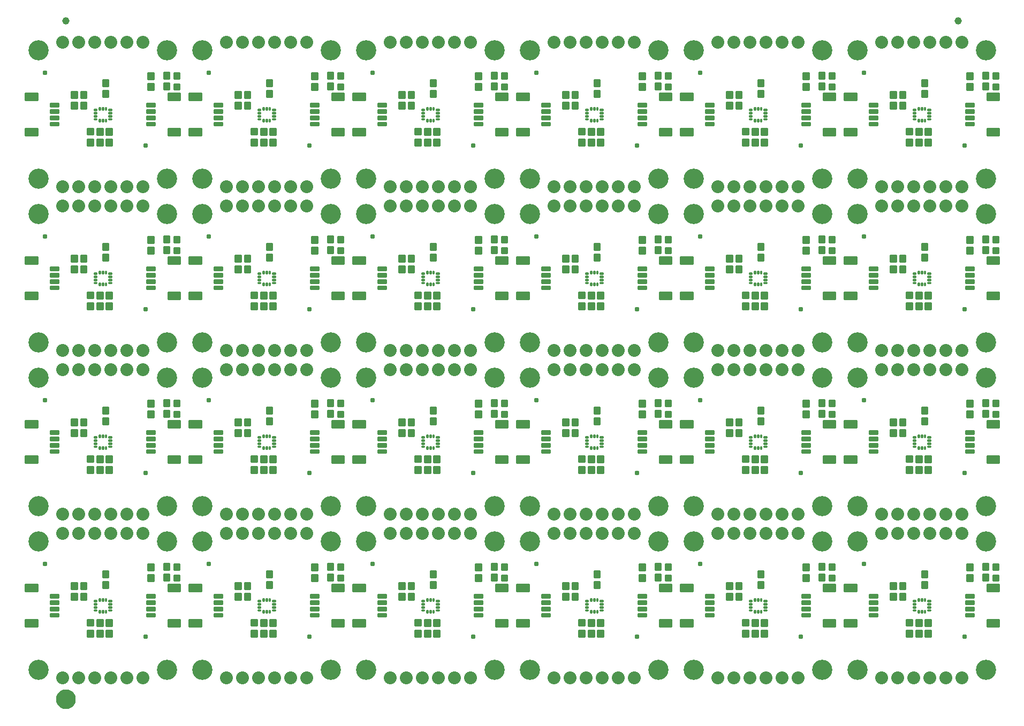
<source format=gts>
G04 EAGLE Gerber RS-274X export*
G75*
%MOMM*%
%FSLAX34Y34*%
%LPD*%
%INSoldermask Top*%
%IPPOS*%
%AMOC8*
5,1,8,0,0,1.08239X$1,22.5*%
G01*
%ADD10C,0.253525*%
%ADD11C,3.200400*%
%ADD12C,0.787400*%
%ADD13C,2.032000*%
%ADD14C,0.243431*%
%ADD15C,0.255816*%
%ADD16C,0.449434*%
%ADD17C,0.253509*%
%ADD18C,1.152400*%
%ADD19C,1.270000*%
%ADD20C,1.652400*%


D10*
X101142Y146355D02*
X101142Y136365D01*
X92152Y136365D01*
X92152Y146355D01*
X101142Y146355D01*
X101142Y138773D02*
X92152Y138773D01*
X92152Y141181D02*
X101142Y141181D01*
X101142Y143589D02*
X92152Y143589D01*
X92152Y145997D02*
X101142Y145997D01*
X101142Y153365D02*
X101142Y163355D01*
X101142Y153365D02*
X92152Y153365D01*
X92152Y163355D01*
X101142Y163355D01*
X101142Y155773D02*
X92152Y155773D01*
X92152Y158181D02*
X101142Y158181D01*
X101142Y160589D02*
X92152Y160589D01*
X92152Y162997D02*
X101142Y162997D01*
X136067Y165024D02*
X136067Y155034D01*
X127077Y155034D01*
X127077Y165024D01*
X136067Y165024D01*
X136067Y157442D02*
X127077Y157442D01*
X127077Y159850D02*
X136067Y159850D01*
X136067Y162258D02*
X127077Y162258D01*
X127077Y164666D02*
X136067Y164666D01*
X136067Y172034D02*
X136067Y182024D01*
X136067Y172034D02*
X127077Y172034D01*
X127077Y182024D01*
X136067Y182024D01*
X136067Y174442D02*
X127077Y174442D01*
X127077Y176850D02*
X136067Y176850D01*
X136067Y179258D02*
X127077Y179258D01*
X127077Y181666D02*
X136067Y181666D01*
D11*
X25400Y228600D03*
X25400Y25400D03*
X228600Y25400D03*
D10*
X117870Y94945D02*
X117870Y104935D01*
X126860Y104935D01*
X126860Y94945D01*
X117870Y94945D01*
X117870Y97353D02*
X126860Y97353D01*
X126860Y99761D02*
X117870Y99761D01*
X117870Y102169D02*
X126860Y102169D01*
X126860Y104577D02*
X117870Y104577D01*
X117870Y87935D02*
X117870Y77945D01*
X117870Y87935D02*
X126860Y87935D01*
X126860Y77945D01*
X117870Y77945D01*
X117870Y80353D02*
X126860Y80353D01*
X126860Y82761D02*
X117870Y82761D01*
X117870Y85169D02*
X126860Y85169D01*
X126860Y87577D02*
X117870Y87577D01*
X132729Y94945D02*
X132729Y104935D01*
X141719Y104935D01*
X141719Y94945D01*
X132729Y94945D01*
X132729Y97353D02*
X141719Y97353D01*
X141719Y99761D02*
X132729Y99761D01*
X132729Y102169D02*
X141719Y102169D01*
X141719Y104577D02*
X132729Y104577D01*
X132729Y87935D02*
X132729Y77945D01*
X132729Y87935D02*
X141719Y87935D01*
X141719Y77945D01*
X132729Y77945D01*
X132729Y80353D02*
X141719Y80353D01*
X141719Y82761D02*
X132729Y82761D01*
X132729Y85169D02*
X141719Y85169D01*
X141719Y87577D02*
X132729Y87577D01*
X77547Y153365D02*
X77547Y163355D01*
X86537Y163355D01*
X86537Y153365D01*
X77547Y153365D01*
X77547Y155773D02*
X86537Y155773D01*
X86537Y158181D02*
X77547Y158181D01*
X77547Y160589D02*
X86537Y160589D01*
X86537Y162997D02*
X77547Y162997D01*
X77547Y146355D02*
X77547Y136365D01*
X77547Y146355D02*
X86537Y146355D01*
X86537Y136365D01*
X77547Y136365D01*
X77547Y138773D02*
X86537Y138773D01*
X86537Y141181D02*
X77547Y141181D01*
X77547Y143589D02*
X86537Y143589D01*
X86537Y145997D02*
X77547Y145997D01*
D12*
X35560Y193040D03*
X194818Y77978D03*
D10*
X102947Y95072D02*
X102947Y105062D01*
X111937Y105062D01*
X111937Y95072D01*
X102947Y95072D01*
X102947Y97480D02*
X111937Y97480D01*
X111937Y99888D02*
X102947Y99888D01*
X102947Y102296D02*
X111937Y102296D01*
X111937Y104704D02*
X102947Y104704D01*
X102947Y88062D02*
X102947Y78072D01*
X102947Y88062D02*
X111937Y88062D01*
X111937Y78072D01*
X102947Y78072D01*
X102947Y80480D02*
X111937Y80480D01*
X111937Y82888D02*
X102947Y82888D01*
X102947Y85296D02*
X111937Y85296D01*
X111937Y87704D02*
X102947Y87704D01*
D13*
X190500Y12700D03*
X165100Y12700D03*
X139700Y12700D03*
X114300Y12700D03*
X88900Y12700D03*
X63500Y12700D03*
X63500Y241300D03*
X88900Y241300D03*
X114300Y241300D03*
X139700Y241300D03*
X165100Y241300D03*
X190500Y241300D03*
D14*
X249241Y104545D02*
X249241Y93455D01*
X230151Y93455D01*
X230151Y104545D01*
X249241Y104545D01*
X249241Y95767D02*
X230151Y95767D01*
X230151Y98079D02*
X249241Y98079D01*
X249241Y100391D02*
X230151Y100391D01*
X230151Y102703D02*
X249241Y102703D01*
X249241Y149455D02*
X249241Y160545D01*
X249241Y149455D02*
X230151Y149455D01*
X230151Y160545D01*
X249241Y160545D01*
X249241Y151767D02*
X230151Y151767D01*
X230151Y154079D02*
X249241Y154079D01*
X249241Y156391D02*
X230151Y156391D01*
X230151Y158703D02*
X249241Y158703D01*
D15*
X209179Y114483D02*
X209179Y109517D01*
X196713Y109517D01*
X196713Y114483D01*
X209179Y114483D01*
X209179Y111947D02*
X196713Y111947D01*
X196713Y114377D02*
X209179Y114377D01*
X209179Y119517D02*
X209179Y124483D01*
X209179Y119517D02*
X196713Y119517D01*
X196713Y124483D01*
X209179Y124483D01*
X209179Y121947D02*
X196713Y121947D01*
X196713Y124377D02*
X209179Y124377D01*
X209179Y129517D02*
X209179Y134483D01*
X209179Y129517D02*
X196713Y129517D01*
X196713Y134483D01*
X209179Y134483D01*
X209179Y131947D02*
X196713Y131947D01*
X196713Y134377D02*
X209179Y134377D01*
X209179Y139517D02*
X209179Y144483D01*
X209179Y139517D02*
X196713Y139517D01*
X196713Y144483D01*
X209179Y144483D01*
X209179Y141947D02*
X196713Y141947D01*
X196713Y144377D02*
X209179Y144377D01*
D14*
X4505Y149455D02*
X4505Y160545D01*
X23595Y160545D01*
X23595Y149455D01*
X4505Y149455D01*
X4505Y151767D02*
X23595Y151767D01*
X23595Y154079D02*
X4505Y154079D01*
X4505Y156391D02*
X23595Y156391D01*
X23595Y158703D02*
X4505Y158703D01*
X4505Y104545D02*
X4505Y93455D01*
X4505Y104545D02*
X23595Y104545D01*
X23595Y93455D01*
X4505Y93455D01*
X4505Y95767D02*
X23595Y95767D01*
X23595Y98079D02*
X4505Y98079D01*
X4505Y100391D02*
X23595Y100391D01*
X23595Y102703D02*
X4505Y102703D01*
D15*
X44567Y139517D02*
X44567Y144483D01*
X57033Y144483D01*
X57033Y139517D01*
X44567Y139517D01*
X44567Y141947D02*
X57033Y141947D01*
X57033Y144377D02*
X44567Y144377D01*
X44567Y134483D02*
X44567Y129517D01*
X44567Y134483D02*
X57033Y134483D01*
X57033Y129517D01*
X44567Y129517D01*
X44567Y131947D02*
X57033Y131947D01*
X57033Y134377D02*
X44567Y134377D01*
X44567Y124483D02*
X44567Y119517D01*
X44567Y124483D02*
X57033Y124483D01*
X57033Y119517D01*
X44567Y119517D01*
X44567Y121947D02*
X57033Y121947D01*
X57033Y124377D02*
X44567Y124377D01*
X44567Y114483D02*
X44567Y109517D01*
X44567Y114483D02*
X57033Y114483D01*
X57033Y109517D01*
X44567Y109517D01*
X44567Y111947D02*
X57033Y111947D01*
X57033Y114377D02*
X44567Y114377D01*
D16*
X240579Y184579D02*
X247609Y184579D01*
X240579Y184579D02*
X240579Y191609D01*
X247609Y191609D01*
X247609Y184579D01*
X247609Y188848D02*
X240579Y188848D01*
X240579Y167039D02*
X247609Y167039D01*
X240579Y167039D02*
X240579Y174069D01*
X247609Y174069D01*
X247609Y167039D01*
X247609Y171308D02*
X240579Y171308D01*
D10*
X232587Y166337D02*
X232587Y176327D01*
X232587Y166337D02*
X223597Y166337D01*
X223597Y176327D01*
X232587Y176327D01*
X232587Y168745D02*
X223597Y168745D01*
X223597Y171153D02*
X232587Y171153D01*
X232587Y173561D02*
X223597Y173561D01*
X223597Y175969D02*
X232587Y175969D01*
X232587Y183337D02*
X232587Y193327D01*
X232587Y183337D02*
X223597Y183337D01*
X223597Y193327D01*
X232587Y193327D01*
X232587Y185745D02*
X223597Y185745D01*
X223597Y188153D02*
X232587Y188153D01*
X232587Y190561D02*
X223597Y190561D01*
X223597Y192969D02*
X232587Y192969D01*
D17*
X140495Y118755D02*
X137005Y118755D01*
X137005Y120245D01*
X140495Y120245D01*
X140495Y118755D01*
X140495Y123755D02*
X137005Y123755D01*
X137005Y125245D01*
X140495Y125245D01*
X140495Y123755D01*
X140495Y128755D02*
X137005Y128755D01*
X137005Y130245D01*
X140495Y130245D01*
X140495Y128755D01*
X140495Y133755D02*
X137005Y133755D01*
X137005Y135245D01*
X140495Y135245D01*
X140495Y133755D01*
X131255Y134505D02*
X131255Y137995D01*
X132745Y137995D01*
X132745Y134505D01*
X131255Y134505D01*
X131255Y136913D02*
X132745Y136913D01*
X126255Y137995D02*
X126255Y134505D01*
X126255Y137995D02*
X127745Y137995D01*
X127745Y134505D01*
X126255Y134505D01*
X126255Y136913D02*
X127745Y136913D01*
X121255Y137995D02*
X121255Y134505D01*
X121255Y137995D02*
X122745Y137995D01*
X122745Y134505D01*
X121255Y134505D01*
X121255Y136913D02*
X122745Y136913D01*
X116995Y133755D02*
X113505Y133755D01*
X113505Y135245D01*
X116995Y135245D01*
X116995Y133755D01*
X116995Y128755D02*
X113505Y128755D01*
X113505Y130245D01*
X116995Y130245D01*
X116995Y128755D01*
X116995Y123755D02*
X113505Y123755D01*
X113505Y125245D01*
X116995Y125245D01*
X116995Y123755D01*
X116995Y118755D02*
X113505Y118755D01*
X113505Y120245D01*
X116995Y120245D01*
X116995Y118755D01*
X121255Y119495D02*
X121255Y116005D01*
X121255Y119495D02*
X122745Y119495D01*
X122745Y116005D01*
X121255Y116005D01*
X121255Y118413D02*
X122745Y118413D01*
X126255Y119495D02*
X126255Y116005D01*
X126255Y119495D02*
X127745Y119495D01*
X127745Y116005D01*
X126255Y116005D01*
X126255Y118413D02*
X127745Y118413D01*
X131255Y119495D02*
X131255Y116005D01*
X131255Y119495D02*
X132745Y119495D01*
X132745Y116005D01*
X131255Y116005D01*
X131255Y118413D02*
X132745Y118413D01*
D11*
X228600Y228600D03*
D10*
X207695Y175819D02*
X207695Y165829D01*
X198705Y165829D01*
X198705Y175819D01*
X207695Y175819D01*
X207695Y168237D02*
X198705Y168237D01*
X198705Y170645D02*
X207695Y170645D01*
X207695Y173053D02*
X198705Y173053D01*
X198705Y175461D02*
X207695Y175461D01*
X207695Y182829D02*
X207695Y192819D01*
X207695Y182829D02*
X198705Y182829D01*
X198705Y192819D01*
X207695Y192819D01*
X207695Y185237D02*
X198705Y185237D01*
X198705Y187645D02*
X207695Y187645D01*
X207695Y190053D02*
X198705Y190053D01*
X198705Y192461D02*
X207695Y192461D01*
X360222Y146355D02*
X360222Y136365D01*
X351232Y136365D01*
X351232Y146355D01*
X360222Y146355D01*
X360222Y138773D02*
X351232Y138773D01*
X351232Y141181D02*
X360222Y141181D01*
X360222Y143589D02*
X351232Y143589D01*
X351232Y145997D02*
X360222Y145997D01*
X360222Y153365D02*
X360222Y163355D01*
X360222Y153365D02*
X351232Y153365D01*
X351232Y163355D01*
X360222Y163355D01*
X360222Y155773D02*
X351232Y155773D01*
X351232Y158181D02*
X360222Y158181D01*
X360222Y160589D02*
X351232Y160589D01*
X351232Y162997D02*
X360222Y162997D01*
X395147Y165024D02*
X395147Y155034D01*
X386157Y155034D01*
X386157Y165024D01*
X395147Y165024D01*
X395147Y157442D02*
X386157Y157442D01*
X386157Y159850D02*
X395147Y159850D01*
X395147Y162258D02*
X386157Y162258D01*
X386157Y164666D02*
X395147Y164666D01*
X395147Y172034D02*
X395147Y182024D01*
X395147Y172034D02*
X386157Y172034D01*
X386157Y182024D01*
X395147Y182024D01*
X395147Y174442D02*
X386157Y174442D01*
X386157Y176850D02*
X395147Y176850D01*
X395147Y179258D02*
X386157Y179258D01*
X386157Y181666D02*
X395147Y181666D01*
D11*
X284480Y228600D03*
X284480Y25400D03*
X487680Y25400D03*
D10*
X376950Y94945D02*
X376950Y104935D01*
X385940Y104935D01*
X385940Y94945D01*
X376950Y94945D01*
X376950Y97353D02*
X385940Y97353D01*
X385940Y99761D02*
X376950Y99761D01*
X376950Y102169D02*
X385940Y102169D01*
X385940Y104577D02*
X376950Y104577D01*
X376950Y87935D02*
X376950Y77945D01*
X376950Y87935D02*
X385940Y87935D01*
X385940Y77945D01*
X376950Y77945D01*
X376950Y80353D02*
X385940Y80353D01*
X385940Y82761D02*
X376950Y82761D01*
X376950Y85169D02*
X385940Y85169D01*
X385940Y87577D02*
X376950Y87577D01*
X391809Y94945D02*
X391809Y104935D01*
X400799Y104935D01*
X400799Y94945D01*
X391809Y94945D01*
X391809Y97353D02*
X400799Y97353D01*
X400799Y99761D02*
X391809Y99761D01*
X391809Y102169D02*
X400799Y102169D01*
X400799Y104577D02*
X391809Y104577D01*
X391809Y87935D02*
X391809Y77945D01*
X391809Y87935D02*
X400799Y87935D01*
X400799Y77945D01*
X391809Y77945D01*
X391809Y80353D02*
X400799Y80353D01*
X400799Y82761D02*
X391809Y82761D01*
X391809Y85169D02*
X400799Y85169D01*
X400799Y87577D02*
X391809Y87577D01*
X336627Y153365D02*
X336627Y163355D01*
X345617Y163355D01*
X345617Y153365D01*
X336627Y153365D01*
X336627Y155773D02*
X345617Y155773D01*
X345617Y158181D02*
X336627Y158181D01*
X336627Y160589D02*
X345617Y160589D01*
X345617Y162997D02*
X336627Y162997D01*
X336627Y146355D02*
X336627Y136365D01*
X336627Y146355D02*
X345617Y146355D01*
X345617Y136365D01*
X336627Y136365D01*
X336627Y138773D02*
X345617Y138773D01*
X345617Y141181D02*
X336627Y141181D01*
X336627Y143589D02*
X345617Y143589D01*
X345617Y145997D02*
X336627Y145997D01*
D12*
X294640Y193040D03*
X453898Y77978D03*
D10*
X362027Y95072D02*
X362027Y105062D01*
X371017Y105062D01*
X371017Y95072D01*
X362027Y95072D01*
X362027Y97480D02*
X371017Y97480D01*
X371017Y99888D02*
X362027Y99888D01*
X362027Y102296D02*
X371017Y102296D01*
X371017Y104704D02*
X362027Y104704D01*
X362027Y88062D02*
X362027Y78072D01*
X362027Y88062D02*
X371017Y88062D01*
X371017Y78072D01*
X362027Y78072D01*
X362027Y80480D02*
X371017Y80480D01*
X371017Y82888D02*
X362027Y82888D01*
X362027Y85296D02*
X371017Y85296D01*
X371017Y87704D02*
X362027Y87704D01*
D13*
X449580Y12700D03*
X424180Y12700D03*
X398780Y12700D03*
X373380Y12700D03*
X347980Y12700D03*
X322580Y12700D03*
X322580Y241300D03*
X347980Y241300D03*
X373380Y241300D03*
X398780Y241300D03*
X424180Y241300D03*
X449580Y241300D03*
D14*
X508321Y104545D02*
X508321Y93455D01*
X489231Y93455D01*
X489231Y104545D01*
X508321Y104545D01*
X508321Y95767D02*
X489231Y95767D01*
X489231Y98079D02*
X508321Y98079D01*
X508321Y100391D02*
X489231Y100391D01*
X489231Y102703D02*
X508321Y102703D01*
X508321Y149455D02*
X508321Y160545D01*
X508321Y149455D02*
X489231Y149455D01*
X489231Y160545D01*
X508321Y160545D01*
X508321Y151767D02*
X489231Y151767D01*
X489231Y154079D02*
X508321Y154079D01*
X508321Y156391D02*
X489231Y156391D01*
X489231Y158703D02*
X508321Y158703D01*
D15*
X468259Y114483D02*
X468259Y109517D01*
X455793Y109517D01*
X455793Y114483D01*
X468259Y114483D01*
X468259Y111947D02*
X455793Y111947D01*
X455793Y114377D02*
X468259Y114377D01*
X468259Y119517D02*
X468259Y124483D01*
X468259Y119517D02*
X455793Y119517D01*
X455793Y124483D01*
X468259Y124483D01*
X468259Y121947D02*
X455793Y121947D01*
X455793Y124377D02*
X468259Y124377D01*
X468259Y129517D02*
X468259Y134483D01*
X468259Y129517D02*
X455793Y129517D01*
X455793Y134483D01*
X468259Y134483D01*
X468259Y131947D02*
X455793Y131947D01*
X455793Y134377D02*
X468259Y134377D01*
X468259Y139517D02*
X468259Y144483D01*
X468259Y139517D02*
X455793Y139517D01*
X455793Y144483D01*
X468259Y144483D01*
X468259Y141947D02*
X455793Y141947D01*
X455793Y144377D02*
X468259Y144377D01*
D14*
X263585Y149455D02*
X263585Y160545D01*
X282675Y160545D01*
X282675Y149455D01*
X263585Y149455D01*
X263585Y151767D02*
X282675Y151767D01*
X282675Y154079D02*
X263585Y154079D01*
X263585Y156391D02*
X282675Y156391D01*
X282675Y158703D02*
X263585Y158703D01*
X263585Y104545D02*
X263585Y93455D01*
X263585Y104545D02*
X282675Y104545D01*
X282675Y93455D01*
X263585Y93455D01*
X263585Y95767D02*
X282675Y95767D01*
X282675Y98079D02*
X263585Y98079D01*
X263585Y100391D02*
X282675Y100391D01*
X282675Y102703D02*
X263585Y102703D01*
D15*
X303647Y139517D02*
X303647Y144483D01*
X316113Y144483D01*
X316113Y139517D01*
X303647Y139517D01*
X303647Y141947D02*
X316113Y141947D01*
X316113Y144377D02*
X303647Y144377D01*
X303647Y134483D02*
X303647Y129517D01*
X303647Y134483D02*
X316113Y134483D01*
X316113Y129517D01*
X303647Y129517D01*
X303647Y131947D02*
X316113Y131947D01*
X316113Y134377D02*
X303647Y134377D01*
X303647Y124483D02*
X303647Y119517D01*
X303647Y124483D02*
X316113Y124483D01*
X316113Y119517D01*
X303647Y119517D01*
X303647Y121947D02*
X316113Y121947D01*
X316113Y124377D02*
X303647Y124377D01*
X303647Y114483D02*
X303647Y109517D01*
X303647Y114483D02*
X316113Y114483D01*
X316113Y109517D01*
X303647Y109517D01*
X303647Y111947D02*
X316113Y111947D01*
X316113Y114377D02*
X303647Y114377D01*
D16*
X499659Y184579D02*
X506689Y184579D01*
X499659Y184579D02*
X499659Y191609D01*
X506689Y191609D01*
X506689Y184579D01*
X506689Y188848D02*
X499659Y188848D01*
X499659Y167039D02*
X506689Y167039D01*
X499659Y167039D02*
X499659Y174069D01*
X506689Y174069D01*
X506689Y167039D01*
X506689Y171308D02*
X499659Y171308D01*
D10*
X491667Y166337D02*
X491667Y176327D01*
X491667Y166337D02*
X482677Y166337D01*
X482677Y176327D01*
X491667Y176327D01*
X491667Y168745D02*
X482677Y168745D01*
X482677Y171153D02*
X491667Y171153D01*
X491667Y173561D02*
X482677Y173561D01*
X482677Y175969D02*
X491667Y175969D01*
X491667Y183337D02*
X491667Y193327D01*
X491667Y183337D02*
X482677Y183337D01*
X482677Y193327D01*
X491667Y193327D01*
X491667Y185745D02*
X482677Y185745D01*
X482677Y188153D02*
X491667Y188153D01*
X491667Y190561D02*
X482677Y190561D01*
X482677Y192969D02*
X491667Y192969D01*
D17*
X399575Y118755D02*
X396085Y118755D01*
X396085Y120245D01*
X399575Y120245D01*
X399575Y118755D01*
X399575Y123755D02*
X396085Y123755D01*
X396085Y125245D01*
X399575Y125245D01*
X399575Y123755D01*
X399575Y128755D02*
X396085Y128755D01*
X396085Y130245D01*
X399575Y130245D01*
X399575Y128755D01*
X399575Y133755D02*
X396085Y133755D01*
X396085Y135245D01*
X399575Y135245D01*
X399575Y133755D01*
X390335Y134505D02*
X390335Y137995D01*
X391825Y137995D01*
X391825Y134505D01*
X390335Y134505D01*
X390335Y136913D02*
X391825Y136913D01*
X385335Y137995D02*
X385335Y134505D01*
X385335Y137995D02*
X386825Y137995D01*
X386825Y134505D01*
X385335Y134505D01*
X385335Y136913D02*
X386825Y136913D01*
X380335Y137995D02*
X380335Y134505D01*
X380335Y137995D02*
X381825Y137995D01*
X381825Y134505D01*
X380335Y134505D01*
X380335Y136913D02*
X381825Y136913D01*
X376075Y133755D02*
X372585Y133755D01*
X372585Y135245D01*
X376075Y135245D01*
X376075Y133755D01*
X376075Y128755D02*
X372585Y128755D01*
X372585Y130245D01*
X376075Y130245D01*
X376075Y128755D01*
X376075Y123755D02*
X372585Y123755D01*
X372585Y125245D01*
X376075Y125245D01*
X376075Y123755D01*
X376075Y118755D02*
X372585Y118755D01*
X372585Y120245D01*
X376075Y120245D01*
X376075Y118755D01*
X380335Y119495D02*
X380335Y116005D01*
X380335Y119495D02*
X381825Y119495D01*
X381825Y116005D01*
X380335Y116005D01*
X380335Y118413D02*
X381825Y118413D01*
X385335Y119495D02*
X385335Y116005D01*
X385335Y119495D02*
X386825Y119495D01*
X386825Y116005D01*
X385335Y116005D01*
X385335Y118413D02*
X386825Y118413D01*
X390335Y119495D02*
X390335Y116005D01*
X390335Y119495D02*
X391825Y119495D01*
X391825Y116005D01*
X390335Y116005D01*
X390335Y118413D02*
X391825Y118413D01*
D11*
X487680Y228600D03*
D10*
X466775Y175819D02*
X466775Y165829D01*
X457785Y165829D01*
X457785Y175819D01*
X466775Y175819D01*
X466775Y168237D02*
X457785Y168237D01*
X457785Y170645D02*
X466775Y170645D01*
X466775Y173053D02*
X457785Y173053D01*
X457785Y175461D02*
X466775Y175461D01*
X466775Y182829D02*
X466775Y192819D01*
X466775Y182829D02*
X457785Y182829D01*
X457785Y192819D01*
X466775Y192819D01*
X466775Y185237D02*
X457785Y185237D01*
X457785Y187645D02*
X466775Y187645D01*
X466775Y190053D02*
X457785Y190053D01*
X457785Y192461D02*
X466775Y192461D01*
X619302Y146355D02*
X619302Y136365D01*
X610312Y136365D01*
X610312Y146355D01*
X619302Y146355D01*
X619302Y138773D02*
X610312Y138773D01*
X610312Y141181D02*
X619302Y141181D01*
X619302Y143589D02*
X610312Y143589D01*
X610312Y145997D02*
X619302Y145997D01*
X619302Y153365D02*
X619302Y163355D01*
X619302Y153365D02*
X610312Y153365D01*
X610312Y163355D01*
X619302Y163355D01*
X619302Y155773D02*
X610312Y155773D01*
X610312Y158181D02*
X619302Y158181D01*
X619302Y160589D02*
X610312Y160589D01*
X610312Y162997D02*
X619302Y162997D01*
X654227Y165024D02*
X654227Y155034D01*
X645237Y155034D01*
X645237Y165024D01*
X654227Y165024D01*
X654227Y157442D02*
X645237Y157442D01*
X645237Y159850D02*
X654227Y159850D01*
X654227Y162258D02*
X645237Y162258D01*
X645237Y164666D02*
X654227Y164666D01*
X654227Y172034D02*
X654227Y182024D01*
X654227Y172034D02*
X645237Y172034D01*
X645237Y182024D01*
X654227Y182024D01*
X654227Y174442D02*
X645237Y174442D01*
X645237Y176850D02*
X654227Y176850D01*
X654227Y179258D02*
X645237Y179258D01*
X645237Y181666D02*
X654227Y181666D01*
D11*
X543560Y228600D03*
X543560Y25400D03*
X746760Y25400D03*
D10*
X636030Y94945D02*
X636030Y104935D01*
X645020Y104935D01*
X645020Y94945D01*
X636030Y94945D01*
X636030Y97353D02*
X645020Y97353D01*
X645020Y99761D02*
X636030Y99761D01*
X636030Y102169D02*
X645020Y102169D01*
X645020Y104577D02*
X636030Y104577D01*
X636030Y87935D02*
X636030Y77945D01*
X636030Y87935D02*
X645020Y87935D01*
X645020Y77945D01*
X636030Y77945D01*
X636030Y80353D02*
X645020Y80353D01*
X645020Y82761D02*
X636030Y82761D01*
X636030Y85169D02*
X645020Y85169D01*
X645020Y87577D02*
X636030Y87577D01*
X650889Y94945D02*
X650889Y104935D01*
X659879Y104935D01*
X659879Y94945D01*
X650889Y94945D01*
X650889Y97353D02*
X659879Y97353D01*
X659879Y99761D02*
X650889Y99761D01*
X650889Y102169D02*
X659879Y102169D01*
X659879Y104577D02*
X650889Y104577D01*
X650889Y87935D02*
X650889Y77945D01*
X650889Y87935D02*
X659879Y87935D01*
X659879Y77945D01*
X650889Y77945D01*
X650889Y80353D02*
X659879Y80353D01*
X659879Y82761D02*
X650889Y82761D01*
X650889Y85169D02*
X659879Y85169D01*
X659879Y87577D02*
X650889Y87577D01*
X595707Y153365D02*
X595707Y163355D01*
X604697Y163355D01*
X604697Y153365D01*
X595707Y153365D01*
X595707Y155773D02*
X604697Y155773D01*
X604697Y158181D02*
X595707Y158181D01*
X595707Y160589D02*
X604697Y160589D01*
X604697Y162997D02*
X595707Y162997D01*
X595707Y146355D02*
X595707Y136365D01*
X595707Y146355D02*
X604697Y146355D01*
X604697Y136365D01*
X595707Y136365D01*
X595707Y138773D02*
X604697Y138773D01*
X604697Y141181D02*
X595707Y141181D01*
X595707Y143589D02*
X604697Y143589D01*
X604697Y145997D02*
X595707Y145997D01*
D12*
X553720Y193040D03*
X712978Y77978D03*
D10*
X621107Y95072D02*
X621107Y105062D01*
X630097Y105062D01*
X630097Y95072D01*
X621107Y95072D01*
X621107Y97480D02*
X630097Y97480D01*
X630097Y99888D02*
X621107Y99888D01*
X621107Y102296D02*
X630097Y102296D01*
X630097Y104704D02*
X621107Y104704D01*
X621107Y88062D02*
X621107Y78072D01*
X621107Y88062D02*
X630097Y88062D01*
X630097Y78072D01*
X621107Y78072D01*
X621107Y80480D02*
X630097Y80480D01*
X630097Y82888D02*
X621107Y82888D01*
X621107Y85296D02*
X630097Y85296D01*
X630097Y87704D02*
X621107Y87704D01*
D13*
X708660Y12700D03*
X683260Y12700D03*
X657860Y12700D03*
X632460Y12700D03*
X607060Y12700D03*
X581660Y12700D03*
X581660Y241300D03*
X607060Y241300D03*
X632460Y241300D03*
X657860Y241300D03*
X683260Y241300D03*
X708660Y241300D03*
D14*
X767401Y104545D02*
X767401Y93455D01*
X748311Y93455D01*
X748311Y104545D01*
X767401Y104545D01*
X767401Y95767D02*
X748311Y95767D01*
X748311Y98079D02*
X767401Y98079D01*
X767401Y100391D02*
X748311Y100391D01*
X748311Y102703D02*
X767401Y102703D01*
X767401Y149455D02*
X767401Y160545D01*
X767401Y149455D02*
X748311Y149455D01*
X748311Y160545D01*
X767401Y160545D01*
X767401Y151767D02*
X748311Y151767D01*
X748311Y154079D02*
X767401Y154079D01*
X767401Y156391D02*
X748311Y156391D01*
X748311Y158703D02*
X767401Y158703D01*
D15*
X727339Y114483D02*
X727339Y109517D01*
X714873Y109517D01*
X714873Y114483D01*
X727339Y114483D01*
X727339Y111947D02*
X714873Y111947D01*
X714873Y114377D02*
X727339Y114377D01*
X727339Y119517D02*
X727339Y124483D01*
X727339Y119517D02*
X714873Y119517D01*
X714873Y124483D01*
X727339Y124483D01*
X727339Y121947D02*
X714873Y121947D01*
X714873Y124377D02*
X727339Y124377D01*
X727339Y129517D02*
X727339Y134483D01*
X727339Y129517D02*
X714873Y129517D01*
X714873Y134483D01*
X727339Y134483D01*
X727339Y131947D02*
X714873Y131947D01*
X714873Y134377D02*
X727339Y134377D01*
X727339Y139517D02*
X727339Y144483D01*
X727339Y139517D02*
X714873Y139517D01*
X714873Y144483D01*
X727339Y144483D01*
X727339Y141947D02*
X714873Y141947D01*
X714873Y144377D02*
X727339Y144377D01*
D14*
X522665Y149455D02*
X522665Y160545D01*
X541755Y160545D01*
X541755Y149455D01*
X522665Y149455D01*
X522665Y151767D02*
X541755Y151767D01*
X541755Y154079D02*
X522665Y154079D01*
X522665Y156391D02*
X541755Y156391D01*
X541755Y158703D02*
X522665Y158703D01*
X522665Y104545D02*
X522665Y93455D01*
X522665Y104545D02*
X541755Y104545D01*
X541755Y93455D01*
X522665Y93455D01*
X522665Y95767D02*
X541755Y95767D01*
X541755Y98079D02*
X522665Y98079D01*
X522665Y100391D02*
X541755Y100391D01*
X541755Y102703D02*
X522665Y102703D01*
D15*
X562727Y139517D02*
X562727Y144483D01*
X575193Y144483D01*
X575193Y139517D01*
X562727Y139517D01*
X562727Y141947D02*
X575193Y141947D01*
X575193Y144377D02*
X562727Y144377D01*
X562727Y134483D02*
X562727Y129517D01*
X562727Y134483D02*
X575193Y134483D01*
X575193Y129517D01*
X562727Y129517D01*
X562727Y131947D02*
X575193Y131947D01*
X575193Y134377D02*
X562727Y134377D01*
X562727Y124483D02*
X562727Y119517D01*
X562727Y124483D02*
X575193Y124483D01*
X575193Y119517D01*
X562727Y119517D01*
X562727Y121947D02*
X575193Y121947D01*
X575193Y124377D02*
X562727Y124377D01*
X562727Y114483D02*
X562727Y109517D01*
X562727Y114483D02*
X575193Y114483D01*
X575193Y109517D01*
X562727Y109517D01*
X562727Y111947D02*
X575193Y111947D01*
X575193Y114377D02*
X562727Y114377D01*
D16*
X758739Y184579D02*
X765769Y184579D01*
X758739Y184579D02*
X758739Y191609D01*
X765769Y191609D01*
X765769Y184579D01*
X765769Y188848D02*
X758739Y188848D01*
X758739Y167039D02*
X765769Y167039D01*
X758739Y167039D02*
X758739Y174069D01*
X765769Y174069D01*
X765769Y167039D01*
X765769Y171308D02*
X758739Y171308D01*
D10*
X750747Y166337D02*
X750747Y176327D01*
X750747Y166337D02*
X741757Y166337D01*
X741757Y176327D01*
X750747Y176327D01*
X750747Y168745D02*
X741757Y168745D01*
X741757Y171153D02*
X750747Y171153D01*
X750747Y173561D02*
X741757Y173561D01*
X741757Y175969D02*
X750747Y175969D01*
X750747Y183337D02*
X750747Y193327D01*
X750747Y183337D02*
X741757Y183337D01*
X741757Y193327D01*
X750747Y193327D01*
X750747Y185745D02*
X741757Y185745D01*
X741757Y188153D02*
X750747Y188153D01*
X750747Y190561D02*
X741757Y190561D01*
X741757Y192969D02*
X750747Y192969D01*
D17*
X658655Y118755D02*
X655165Y118755D01*
X655165Y120245D01*
X658655Y120245D01*
X658655Y118755D01*
X658655Y123755D02*
X655165Y123755D01*
X655165Y125245D01*
X658655Y125245D01*
X658655Y123755D01*
X658655Y128755D02*
X655165Y128755D01*
X655165Y130245D01*
X658655Y130245D01*
X658655Y128755D01*
X658655Y133755D02*
X655165Y133755D01*
X655165Y135245D01*
X658655Y135245D01*
X658655Y133755D01*
X649415Y134505D02*
X649415Y137995D01*
X650905Y137995D01*
X650905Y134505D01*
X649415Y134505D01*
X649415Y136913D02*
X650905Y136913D01*
X644415Y137995D02*
X644415Y134505D01*
X644415Y137995D02*
X645905Y137995D01*
X645905Y134505D01*
X644415Y134505D01*
X644415Y136913D02*
X645905Y136913D01*
X639415Y137995D02*
X639415Y134505D01*
X639415Y137995D02*
X640905Y137995D01*
X640905Y134505D01*
X639415Y134505D01*
X639415Y136913D02*
X640905Y136913D01*
X635155Y133755D02*
X631665Y133755D01*
X631665Y135245D01*
X635155Y135245D01*
X635155Y133755D01*
X635155Y128755D02*
X631665Y128755D01*
X631665Y130245D01*
X635155Y130245D01*
X635155Y128755D01*
X635155Y123755D02*
X631665Y123755D01*
X631665Y125245D01*
X635155Y125245D01*
X635155Y123755D01*
X635155Y118755D02*
X631665Y118755D01*
X631665Y120245D01*
X635155Y120245D01*
X635155Y118755D01*
X639415Y119495D02*
X639415Y116005D01*
X639415Y119495D02*
X640905Y119495D01*
X640905Y116005D01*
X639415Y116005D01*
X639415Y118413D02*
X640905Y118413D01*
X644415Y119495D02*
X644415Y116005D01*
X644415Y119495D02*
X645905Y119495D01*
X645905Y116005D01*
X644415Y116005D01*
X644415Y118413D02*
X645905Y118413D01*
X649415Y119495D02*
X649415Y116005D01*
X649415Y119495D02*
X650905Y119495D01*
X650905Y116005D01*
X649415Y116005D01*
X649415Y118413D02*
X650905Y118413D01*
D11*
X746760Y228600D03*
D10*
X725855Y175819D02*
X725855Y165829D01*
X716865Y165829D01*
X716865Y175819D01*
X725855Y175819D01*
X725855Y168237D02*
X716865Y168237D01*
X716865Y170645D02*
X725855Y170645D01*
X725855Y173053D02*
X716865Y173053D01*
X716865Y175461D02*
X725855Y175461D01*
X725855Y182829D02*
X725855Y192819D01*
X725855Y182829D02*
X716865Y182829D01*
X716865Y192819D01*
X725855Y192819D01*
X725855Y185237D02*
X716865Y185237D01*
X716865Y187645D02*
X725855Y187645D01*
X725855Y190053D02*
X716865Y190053D01*
X716865Y192461D02*
X725855Y192461D01*
X878382Y146355D02*
X878382Y136365D01*
X869392Y136365D01*
X869392Y146355D01*
X878382Y146355D01*
X878382Y138773D02*
X869392Y138773D01*
X869392Y141181D02*
X878382Y141181D01*
X878382Y143589D02*
X869392Y143589D01*
X869392Y145997D02*
X878382Y145997D01*
X878382Y153365D02*
X878382Y163355D01*
X878382Y153365D02*
X869392Y153365D01*
X869392Y163355D01*
X878382Y163355D01*
X878382Y155773D02*
X869392Y155773D01*
X869392Y158181D02*
X878382Y158181D01*
X878382Y160589D02*
X869392Y160589D01*
X869392Y162997D02*
X878382Y162997D01*
X913307Y165024D02*
X913307Y155034D01*
X904317Y155034D01*
X904317Y165024D01*
X913307Y165024D01*
X913307Y157442D02*
X904317Y157442D01*
X904317Y159850D02*
X913307Y159850D01*
X913307Y162258D02*
X904317Y162258D01*
X904317Y164666D02*
X913307Y164666D01*
X913307Y172034D02*
X913307Y182024D01*
X913307Y172034D02*
X904317Y172034D01*
X904317Y182024D01*
X913307Y182024D01*
X913307Y174442D02*
X904317Y174442D01*
X904317Y176850D02*
X913307Y176850D01*
X913307Y179258D02*
X904317Y179258D01*
X904317Y181666D02*
X913307Y181666D01*
D11*
X802640Y228600D03*
X802640Y25400D03*
X1005840Y25400D03*
D10*
X895110Y94945D02*
X895110Y104935D01*
X904100Y104935D01*
X904100Y94945D01*
X895110Y94945D01*
X895110Y97353D02*
X904100Y97353D01*
X904100Y99761D02*
X895110Y99761D01*
X895110Y102169D02*
X904100Y102169D01*
X904100Y104577D02*
X895110Y104577D01*
X895110Y87935D02*
X895110Y77945D01*
X895110Y87935D02*
X904100Y87935D01*
X904100Y77945D01*
X895110Y77945D01*
X895110Y80353D02*
X904100Y80353D01*
X904100Y82761D02*
X895110Y82761D01*
X895110Y85169D02*
X904100Y85169D01*
X904100Y87577D02*
X895110Y87577D01*
X909969Y94945D02*
X909969Y104935D01*
X918959Y104935D01*
X918959Y94945D01*
X909969Y94945D01*
X909969Y97353D02*
X918959Y97353D01*
X918959Y99761D02*
X909969Y99761D01*
X909969Y102169D02*
X918959Y102169D01*
X918959Y104577D02*
X909969Y104577D01*
X909969Y87935D02*
X909969Y77945D01*
X909969Y87935D02*
X918959Y87935D01*
X918959Y77945D01*
X909969Y77945D01*
X909969Y80353D02*
X918959Y80353D01*
X918959Y82761D02*
X909969Y82761D01*
X909969Y85169D02*
X918959Y85169D01*
X918959Y87577D02*
X909969Y87577D01*
X854787Y153365D02*
X854787Y163355D01*
X863777Y163355D01*
X863777Y153365D01*
X854787Y153365D01*
X854787Y155773D02*
X863777Y155773D01*
X863777Y158181D02*
X854787Y158181D01*
X854787Y160589D02*
X863777Y160589D01*
X863777Y162997D02*
X854787Y162997D01*
X854787Y146355D02*
X854787Y136365D01*
X854787Y146355D02*
X863777Y146355D01*
X863777Y136365D01*
X854787Y136365D01*
X854787Y138773D02*
X863777Y138773D01*
X863777Y141181D02*
X854787Y141181D01*
X854787Y143589D02*
X863777Y143589D01*
X863777Y145997D02*
X854787Y145997D01*
D12*
X812800Y193040D03*
X972058Y77978D03*
D10*
X880187Y95072D02*
X880187Y105062D01*
X889177Y105062D01*
X889177Y95072D01*
X880187Y95072D01*
X880187Y97480D02*
X889177Y97480D01*
X889177Y99888D02*
X880187Y99888D01*
X880187Y102296D02*
X889177Y102296D01*
X889177Y104704D02*
X880187Y104704D01*
X880187Y88062D02*
X880187Y78072D01*
X880187Y88062D02*
X889177Y88062D01*
X889177Y78072D01*
X880187Y78072D01*
X880187Y80480D02*
X889177Y80480D01*
X889177Y82888D02*
X880187Y82888D01*
X880187Y85296D02*
X889177Y85296D01*
X889177Y87704D02*
X880187Y87704D01*
D13*
X967740Y12700D03*
X942340Y12700D03*
X916940Y12700D03*
X891540Y12700D03*
X866140Y12700D03*
X840740Y12700D03*
X840740Y241300D03*
X866140Y241300D03*
X891540Y241300D03*
X916940Y241300D03*
X942340Y241300D03*
X967740Y241300D03*
D14*
X1026481Y104545D02*
X1026481Y93455D01*
X1007391Y93455D01*
X1007391Y104545D01*
X1026481Y104545D01*
X1026481Y95767D02*
X1007391Y95767D01*
X1007391Y98079D02*
X1026481Y98079D01*
X1026481Y100391D02*
X1007391Y100391D01*
X1007391Y102703D02*
X1026481Y102703D01*
X1026481Y149455D02*
X1026481Y160545D01*
X1026481Y149455D02*
X1007391Y149455D01*
X1007391Y160545D01*
X1026481Y160545D01*
X1026481Y151767D02*
X1007391Y151767D01*
X1007391Y154079D02*
X1026481Y154079D01*
X1026481Y156391D02*
X1007391Y156391D01*
X1007391Y158703D02*
X1026481Y158703D01*
D15*
X986419Y114483D02*
X986419Y109517D01*
X973953Y109517D01*
X973953Y114483D01*
X986419Y114483D01*
X986419Y111947D02*
X973953Y111947D01*
X973953Y114377D02*
X986419Y114377D01*
X986419Y119517D02*
X986419Y124483D01*
X986419Y119517D02*
X973953Y119517D01*
X973953Y124483D01*
X986419Y124483D01*
X986419Y121947D02*
X973953Y121947D01*
X973953Y124377D02*
X986419Y124377D01*
X986419Y129517D02*
X986419Y134483D01*
X986419Y129517D02*
X973953Y129517D01*
X973953Y134483D01*
X986419Y134483D01*
X986419Y131947D02*
X973953Y131947D01*
X973953Y134377D02*
X986419Y134377D01*
X986419Y139517D02*
X986419Y144483D01*
X986419Y139517D02*
X973953Y139517D01*
X973953Y144483D01*
X986419Y144483D01*
X986419Y141947D02*
X973953Y141947D01*
X973953Y144377D02*
X986419Y144377D01*
D14*
X781745Y149455D02*
X781745Y160545D01*
X800835Y160545D01*
X800835Y149455D01*
X781745Y149455D01*
X781745Y151767D02*
X800835Y151767D01*
X800835Y154079D02*
X781745Y154079D01*
X781745Y156391D02*
X800835Y156391D01*
X800835Y158703D02*
X781745Y158703D01*
X781745Y104545D02*
X781745Y93455D01*
X781745Y104545D02*
X800835Y104545D01*
X800835Y93455D01*
X781745Y93455D01*
X781745Y95767D02*
X800835Y95767D01*
X800835Y98079D02*
X781745Y98079D01*
X781745Y100391D02*
X800835Y100391D01*
X800835Y102703D02*
X781745Y102703D01*
D15*
X821807Y139517D02*
X821807Y144483D01*
X834273Y144483D01*
X834273Y139517D01*
X821807Y139517D01*
X821807Y141947D02*
X834273Y141947D01*
X834273Y144377D02*
X821807Y144377D01*
X821807Y134483D02*
X821807Y129517D01*
X821807Y134483D02*
X834273Y134483D01*
X834273Y129517D01*
X821807Y129517D01*
X821807Y131947D02*
X834273Y131947D01*
X834273Y134377D02*
X821807Y134377D01*
X821807Y124483D02*
X821807Y119517D01*
X821807Y124483D02*
X834273Y124483D01*
X834273Y119517D01*
X821807Y119517D01*
X821807Y121947D02*
X834273Y121947D01*
X834273Y124377D02*
X821807Y124377D01*
X821807Y114483D02*
X821807Y109517D01*
X821807Y114483D02*
X834273Y114483D01*
X834273Y109517D01*
X821807Y109517D01*
X821807Y111947D02*
X834273Y111947D01*
X834273Y114377D02*
X821807Y114377D01*
D16*
X1017819Y184579D02*
X1024849Y184579D01*
X1017819Y184579D02*
X1017819Y191609D01*
X1024849Y191609D01*
X1024849Y184579D01*
X1024849Y188848D02*
X1017819Y188848D01*
X1017819Y167039D02*
X1024849Y167039D01*
X1017819Y167039D02*
X1017819Y174069D01*
X1024849Y174069D01*
X1024849Y167039D01*
X1024849Y171308D02*
X1017819Y171308D01*
D10*
X1009827Y166337D02*
X1009827Y176327D01*
X1009827Y166337D02*
X1000837Y166337D01*
X1000837Y176327D01*
X1009827Y176327D01*
X1009827Y168745D02*
X1000837Y168745D01*
X1000837Y171153D02*
X1009827Y171153D01*
X1009827Y173561D02*
X1000837Y173561D01*
X1000837Y175969D02*
X1009827Y175969D01*
X1009827Y183337D02*
X1009827Y193327D01*
X1009827Y183337D02*
X1000837Y183337D01*
X1000837Y193327D01*
X1009827Y193327D01*
X1009827Y185745D02*
X1000837Y185745D01*
X1000837Y188153D02*
X1009827Y188153D01*
X1009827Y190561D02*
X1000837Y190561D01*
X1000837Y192969D02*
X1009827Y192969D01*
D17*
X917735Y118755D02*
X914245Y118755D01*
X914245Y120245D01*
X917735Y120245D01*
X917735Y118755D01*
X917735Y123755D02*
X914245Y123755D01*
X914245Y125245D01*
X917735Y125245D01*
X917735Y123755D01*
X917735Y128755D02*
X914245Y128755D01*
X914245Y130245D01*
X917735Y130245D01*
X917735Y128755D01*
X917735Y133755D02*
X914245Y133755D01*
X914245Y135245D01*
X917735Y135245D01*
X917735Y133755D01*
X908495Y134505D02*
X908495Y137995D01*
X909985Y137995D01*
X909985Y134505D01*
X908495Y134505D01*
X908495Y136913D02*
X909985Y136913D01*
X903495Y137995D02*
X903495Y134505D01*
X903495Y137995D02*
X904985Y137995D01*
X904985Y134505D01*
X903495Y134505D01*
X903495Y136913D02*
X904985Y136913D01*
X898495Y137995D02*
X898495Y134505D01*
X898495Y137995D02*
X899985Y137995D01*
X899985Y134505D01*
X898495Y134505D01*
X898495Y136913D02*
X899985Y136913D01*
X894235Y133755D02*
X890745Y133755D01*
X890745Y135245D01*
X894235Y135245D01*
X894235Y133755D01*
X894235Y128755D02*
X890745Y128755D01*
X890745Y130245D01*
X894235Y130245D01*
X894235Y128755D01*
X894235Y123755D02*
X890745Y123755D01*
X890745Y125245D01*
X894235Y125245D01*
X894235Y123755D01*
X894235Y118755D02*
X890745Y118755D01*
X890745Y120245D01*
X894235Y120245D01*
X894235Y118755D01*
X898495Y119495D02*
X898495Y116005D01*
X898495Y119495D02*
X899985Y119495D01*
X899985Y116005D01*
X898495Y116005D01*
X898495Y118413D02*
X899985Y118413D01*
X903495Y119495D02*
X903495Y116005D01*
X903495Y119495D02*
X904985Y119495D01*
X904985Y116005D01*
X903495Y116005D01*
X903495Y118413D02*
X904985Y118413D01*
X908495Y119495D02*
X908495Y116005D01*
X908495Y119495D02*
X909985Y119495D01*
X909985Y116005D01*
X908495Y116005D01*
X908495Y118413D02*
X909985Y118413D01*
D11*
X1005840Y228600D03*
D10*
X984935Y175819D02*
X984935Y165829D01*
X975945Y165829D01*
X975945Y175819D01*
X984935Y175819D01*
X984935Y168237D02*
X975945Y168237D01*
X975945Y170645D02*
X984935Y170645D01*
X984935Y173053D02*
X975945Y173053D01*
X975945Y175461D02*
X984935Y175461D01*
X984935Y182829D02*
X984935Y192819D01*
X984935Y182829D02*
X975945Y182829D01*
X975945Y192819D01*
X984935Y192819D01*
X984935Y185237D02*
X975945Y185237D01*
X975945Y187645D02*
X984935Y187645D01*
X984935Y190053D02*
X975945Y190053D01*
X975945Y192461D02*
X984935Y192461D01*
X1137462Y146355D02*
X1137462Y136365D01*
X1128472Y136365D01*
X1128472Y146355D01*
X1137462Y146355D01*
X1137462Y138773D02*
X1128472Y138773D01*
X1128472Y141181D02*
X1137462Y141181D01*
X1137462Y143589D02*
X1128472Y143589D01*
X1128472Y145997D02*
X1137462Y145997D01*
X1137462Y153365D02*
X1137462Y163355D01*
X1137462Y153365D02*
X1128472Y153365D01*
X1128472Y163355D01*
X1137462Y163355D01*
X1137462Y155773D02*
X1128472Y155773D01*
X1128472Y158181D02*
X1137462Y158181D01*
X1137462Y160589D02*
X1128472Y160589D01*
X1128472Y162997D02*
X1137462Y162997D01*
X1172387Y165024D02*
X1172387Y155034D01*
X1163397Y155034D01*
X1163397Y165024D01*
X1172387Y165024D01*
X1172387Y157442D02*
X1163397Y157442D01*
X1163397Y159850D02*
X1172387Y159850D01*
X1172387Y162258D02*
X1163397Y162258D01*
X1163397Y164666D02*
X1172387Y164666D01*
X1172387Y172034D02*
X1172387Y182024D01*
X1172387Y172034D02*
X1163397Y172034D01*
X1163397Y182024D01*
X1172387Y182024D01*
X1172387Y174442D02*
X1163397Y174442D01*
X1163397Y176850D02*
X1172387Y176850D01*
X1172387Y179258D02*
X1163397Y179258D01*
X1163397Y181666D02*
X1172387Y181666D01*
D11*
X1061720Y228600D03*
X1061720Y25400D03*
X1264920Y25400D03*
D10*
X1154190Y94945D02*
X1154190Y104935D01*
X1163180Y104935D01*
X1163180Y94945D01*
X1154190Y94945D01*
X1154190Y97353D02*
X1163180Y97353D01*
X1163180Y99761D02*
X1154190Y99761D01*
X1154190Y102169D02*
X1163180Y102169D01*
X1163180Y104577D02*
X1154190Y104577D01*
X1154190Y87935D02*
X1154190Y77945D01*
X1154190Y87935D02*
X1163180Y87935D01*
X1163180Y77945D01*
X1154190Y77945D01*
X1154190Y80353D02*
X1163180Y80353D01*
X1163180Y82761D02*
X1154190Y82761D01*
X1154190Y85169D02*
X1163180Y85169D01*
X1163180Y87577D02*
X1154190Y87577D01*
X1169049Y94945D02*
X1169049Y104935D01*
X1178039Y104935D01*
X1178039Y94945D01*
X1169049Y94945D01*
X1169049Y97353D02*
X1178039Y97353D01*
X1178039Y99761D02*
X1169049Y99761D01*
X1169049Y102169D02*
X1178039Y102169D01*
X1178039Y104577D02*
X1169049Y104577D01*
X1169049Y87935D02*
X1169049Y77945D01*
X1169049Y87935D02*
X1178039Y87935D01*
X1178039Y77945D01*
X1169049Y77945D01*
X1169049Y80353D02*
X1178039Y80353D01*
X1178039Y82761D02*
X1169049Y82761D01*
X1169049Y85169D02*
X1178039Y85169D01*
X1178039Y87577D02*
X1169049Y87577D01*
X1113867Y153365D02*
X1113867Y163355D01*
X1122857Y163355D01*
X1122857Y153365D01*
X1113867Y153365D01*
X1113867Y155773D02*
X1122857Y155773D01*
X1122857Y158181D02*
X1113867Y158181D01*
X1113867Y160589D02*
X1122857Y160589D01*
X1122857Y162997D02*
X1113867Y162997D01*
X1113867Y146355D02*
X1113867Y136365D01*
X1113867Y146355D02*
X1122857Y146355D01*
X1122857Y136365D01*
X1113867Y136365D01*
X1113867Y138773D02*
X1122857Y138773D01*
X1122857Y141181D02*
X1113867Y141181D01*
X1113867Y143589D02*
X1122857Y143589D01*
X1122857Y145997D02*
X1113867Y145997D01*
D12*
X1071880Y193040D03*
X1231138Y77978D03*
D10*
X1139267Y95072D02*
X1139267Y105062D01*
X1148257Y105062D01*
X1148257Y95072D01*
X1139267Y95072D01*
X1139267Y97480D02*
X1148257Y97480D01*
X1148257Y99888D02*
X1139267Y99888D01*
X1139267Y102296D02*
X1148257Y102296D01*
X1148257Y104704D02*
X1139267Y104704D01*
X1139267Y88062D02*
X1139267Y78072D01*
X1139267Y88062D02*
X1148257Y88062D01*
X1148257Y78072D01*
X1139267Y78072D01*
X1139267Y80480D02*
X1148257Y80480D01*
X1148257Y82888D02*
X1139267Y82888D01*
X1139267Y85296D02*
X1148257Y85296D01*
X1148257Y87704D02*
X1139267Y87704D01*
D13*
X1226820Y12700D03*
X1201420Y12700D03*
X1176020Y12700D03*
X1150620Y12700D03*
X1125220Y12700D03*
X1099820Y12700D03*
X1099820Y241300D03*
X1125220Y241300D03*
X1150620Y241300D03*
X1176020Y241300D03*
X1201420Y241300D03*
X1226820Y241300D03*
D14*
X1285561Y104545D02*
X1285561Y93455D01*
X1266471Y93455D01*
X1266471Y104545D01*
X1285561Y104545D01*
X1285561Y95767D02*
X1266471Y95767D01*
X1266471Y98079D02*
X1285561Y98079D01*
X1285561Y100391D02*
X1266471Y100391D01*
X1266471Y102703D02*
X1285561Y102703D01*
X1285561Y149455D02*
X1285561Y160545D01*
X1285561Y149455D02*
X1266471Y149455D01*
X1266471Y160545D01*
X1285561Y160545D01*
X1285561Y151767D02*
X1266471Y151767D01*
X1266471Y154079D02*
X1285561Y154079D01*
X1285561Y156391D02*
X1266471Y156391D01*
X1266471Y158703D02*
X1285561Y158703D01*
D15*
X1245499Y114483D02*
X1245499Y109517D01*
X1233033Y109517D01*
X1233033Y114483D01*
X1245499Y114483D01*
X1245499Y111947D02*
X1233033Y111947D01*
X1233033Y114377D02*
X1245499Y114377D01*
X1245499Y119517D02*
X1245499Y124483D01*
X1245499Y119517D02*
X1233033Y119517D01*
X1233033Y124483D01*
X1245499Y124483D01*
X1245499Y121947D02*
X1233033Y121947D01*
X1233033Y124377D02*
X1245499Y124377D01*
X1245499Y129517D02*
X1245499Y134483D01*
X1245499Y129517D02*
X1233033Y129517D01*
X1233033Y134483D01*
X1245499Y134483D01*
X1245499Y131947D02*
X1233033Y131947D01*
X1233033Y134377D02*
X1245499Y134377D01*
X1245499Y139517D02*
X1245499Y144483D01*
X1245499Y139517D02*
X1233033Y139517D01*
X1233033Y144483D01*
X1245499Y144483D01*
X1245499Y141947D02*
X1233033Y141947D01*
X1233033Y144377D02*
X1245499Y144377D01*
D14*
X1040825Y149455D02*
X1040825Y160545D01*
X1059915Y160545D01*
X1059915Y149455D01*
X1040825Y149455D01*
X1040825Y151767D02*
X1059915Y151767D01*
X1059915Y154079D02*
X1040825Y154079D01*
X1040825Y156391D02*
X1059915Y156391D01*
X1059915Y158703D02*
X1040825Y158703D01*
X1040825Y104545D02*
X1040825Y93455D01*
X1040825Y104545D02*
X1059915Y104545D01*
X1059915Y93455D01*
X1040825Y93455D01*
X1040825Y95767D02*
X1059915Y95767D01*
X1059915Y98079D02*
X1040825Y98079D01*
X1040825Y100391D02*
X1059915Y100391D01*
X1059915Y102703D02*
X1040825Y102703D01*
D15*
X1080887Y139517D02*
X1080887Y144483D01*
X1093353Y144483D01*
X1093353Y139517D01*
X1080887Y139517D01*
X1080887Y141947D02*
X1093353Y141947D01*
X1093353Y144377D02*
X1080887Y144377D01*
X1080887Y134483D02*
X1080887Y129517D01*
X1080887Y134483D02*
X1093353Y134483D01*
X1093353Y129517D01*
X1080887Y129517D01*
X1080887Y131947D02*
X1093353Y131947D01*
X1093353Y134377D02*
X1080887Y134377D01*
X1080887Y124483D02*
X1080887Y119517D01*
X1080887Y124483D02*
X1093353Y124483D01*
X1093353Y119517D01*
X1080887Y119517D01*
X1080887Y121947D02*
X1093353Y121947D01*
X1093353Y124377D02*
X1080887Y124377D01*
X1080887Y114483D02*
X1080887Y109517D01*
X1080887Y114483D02*
X1093353Y114483D01*
X1093353Y109517D01*
X1080887Y109517D01*
X1080887Y111947D02*
X1093353Y111947D01*
X1093353Y114377D02*
X1080887Y114377D01*
D16*
X1276899Y184579D02*
X1283929Y184579D01*
X1276899Y184579D02*
X1276899Y191609D01*
X1283929Y191609D01*
X1283929Y184579D01*
X1283929Y188848D02*
X1276899Y188848D01*
X1276899Y167039D02*
X1283929Y167039D01*
X1276899Y167039D02*
X1276899Y174069D01*
X1283929Y174069D01*
X1283929Y167039D01*
X1283929Y171308D02*
X1276899Y171308D01*
D10*
X1268907Y166337D02*
X1268907Y176327D01*
X1268907Y166337D02*
X1259917Y166337D01*
X1259917Y176327D01*
X1268907Y176327D01*
X1268907Y168745D02*
X1259917Y168745D01*
X1259917Y171153D02*
X1268907Y171153D01*
X1268907Y173561D02*
X1259917Y173561D01*
X1259917Y175969D02*
X1268907Y175969D01*
X1268907Y183337D02*
X1268907Y193327D01*
X1268907Y183337D02*
X1259917Y183337D01*
X1259917Y193327D01*
X1268907Y193327D01*
X1268907Y185745D02*
X1259917Y185745D01*
X1259917Y188153D02*
X1268907Y188153D01*
X1268907Y190561D02*
X1259917Y190561D01*
X1259917Y192969D02*
X1268907Y192969D01*
D17*
X1176815Y118755D02*
X1173325Y118755D01*
X1173325Y120245D01*
X1176815Y120245D01*
X1176815Y118755D01*
X1176815Y123755D02*
X1173325Y123755D01*
X1173325Y125245D01*
X1176815Y125245D01*
X1176815Y123755D01*
X1176815Y128755D02*
X1173325Y128755D01*
X1173325Y130245D01*
X1176815Y130245D01*
X1176815Y128755D01*
X1176815Y133755D02*
X1173325Y133755D01*
X1173325Y135245D01*
X1176815Y135245D01*
X1176815Y133755D01*
X1167575Y134505D02*
X1167575Y137995D01*
X1169065Y137995D01*
X1169065Y134505D01*
X1167575Y134505D01*
X1167575Y136913D02*
X1169065Y136913D01*
X1162575Y137995D02*
X1162575Y134505D01*
X1162575Y137995D02*
X1164065Y137995D01*
X1164065Y134505D01*
X1162575Y134505D01*
X1162575Y136913D02*
X1164065Y136913D01*
X1157575Y137995D02*
X1157575Y134505D01*
X1157575Y137995D02*
X1159065Y137995D01*
X1159065Y134505D01*
X1157575Y134505D01*
X1157575Y136913D02*
X1159065Y136913D01*
X1153315Y133755D02*
X1149825Y133755D01*
X1149825Y135245D01*
X1153315Y135245D01*
X1153315Y133755D01*
X1153315Y128755D02*
X1149825Y128755D01*
X1149825Y130245D01*
X1153315Y130245D01*
X1153315Y128755D01*
X1153315Y123755D02*
X1149825Y123755D01*
X1149825Y125245D01*
X1153315Y125245D01*
X1153315Y123755D01*
X1153315Y118755D02*
X1149825Y118755D01*
X1149825Y120245D01*
X1153315Y120245D01*
X1153315Y118755D01*
X1157575Y119495D02*
X1157575Y116005D01*
X1157575Y119495D02*
X1159065Y119495D01*
X1159065Y116005D01*
X1157575Y116005D01*
X1157575Y118413D02*
X1159065Y118413D01*
X1162575Y119495D02*
X1162575Y116005D01*
X1162575Y119495D02*
X1164065Y119495D01*
X1164065Y116005D01*
X1162575Y116005D01*
X1162575Y118413D02*
X1164065Y118413D01*
X1167575Y119495D02*
X1167575Y116005D01*
X1167575Y119495D02*
X1169065Y119495D01*
X1169065Y116005D01*
X1167575Y116005D01*
X1167575Y118413D02*
X1169065Y118413D01*
D11*
X1264920Y228600D03*
D10*
X1244015Y175819D02*
X1244015Y165829D01*
X1235025Y165829D01*
X1235025Y175819D01*
X1244015Y175819D01*
X1244015Y168237D02*
X1235025Y168237D01*
X1235025Y170645D02*
X1244015Y170645D01*
X1244015Y173053D02*
X1235025Y173053D01*
X1235025Y175461D02*
X1244015Y175461D01*
X1244015Y182829D02*
X1244015Y192819D01*
X1244015Y182829D02*
X1235025Y182829D01*
X1235025Y192819D01*
X1244015Y192819D01*
X1244015Y185237D02*
X1235025Y185237D01*
X1235025Y187645D02*
X1244015Y187645D01*
X1244015Y190053D02*
X1235025Y190053D01*
X1235025Y192461D02*
X1244015Y192461D01*
X1396542Y146355D02*
X1396542Y136365D01*
X1387552Y136365D01*
X1387552Y146355D01*
X1396542Y146355D01*
X1396542Y138773D02*
X1387552Y138773D01*
X1387552Y141181D02*
X1396542Y141181D01*
X1396542Y143589D02*
X1387552Y143589D01*
X1387552Y145997D02*
X1396542Y145997D01*
X1396542Y153365D02*
X1396542Y163355D01*
X1396542Y153365D02*
X1387552Y153365D01*
X1387552Y163355D01*
X1396542Y163355D01*
X1396542Y155773D02*
X1387552Y155773D01*
X1387552Y158181D02*
X1396542Y158181D01*
X1396542Y160589D02*
X1387552Y160589D01*
X1387552Y162997D02*
X1396542Y162997D01*
X1431467Y165024D02*
X1431467Y155034D01*
X1422477Y155034D01*
X1422477Y165024D01*
X1431467Y165024D01*
X1431467Y157442D02*
X1422477Y157442D01*
X1422477Y159850D02*
X1431467Y159850D01*
X1431467Y162258D02*
X1422477Y162258D01*
X1422477Y164666D02*
X1431467Y164666D01*
X1431467Y172034D02*
X1431467Y182024D01*
X1431467Y172034D02*
X1422477Y172034D01*
X1422477Y182024D01*
X1431467Y182024D01*
X1431467Y174442D02*
X1422477Y174442D01*
X1422477Y176850D02*
X1431467Y176850D01*
X1431467Y179258D02*
X1422477Y179258D01*
X1422477Y181666D02*
X1431467Y181666D01*
D11*
X1320800Y228600D03*
X1320800Y25400D03*
X1524000Y25400D03*
D10*
X1413270Y94945D02*
X1413270Y104935D01*
X1422260Y104935D01*
X1422260Y94945D01*
X1413270Y94945D01*
X1413270Y97353D02*
X1422260Y97353D01*
X1422260Y99761D02*
X1413270Y99761D01*
X1413270Y102169D02*
X1422260Y102169D01*
X1422260Y104577D02*
X1413270Y104577D01*
X1413270Y87935D02*
X1413270Y77945D01*
X1413270Y87935D02*
X1422260Y87935D01*
X1422260Y77945D01*
X1413270Y77945D01*
X1413270Y80353D02*
X1422260Y80353D01*
X1422260Y82761D02*
X1413270Y82761D01*
X1413270Y85169D02*
X1422260Y85169D01*
X1422260Y87577D02*
X1413270Y87577D01*
X1428129Y94945D02*
X1428129Y104935D01*
X1437119Y104935D01*
X1437119Y94945D01*
X1428129Y94945D01*
X1428129Y97353D02*
X1437119Y97353D01*
X1437119Y99761D02*
X1428129Y99761D01*
X1428129Y102169D02*
X1437119Y102169D01*
X1437119Y104577D02*
X1428129Y104577D01*
X1428129Y87935D02*
X1428129Y77945D01*
X1428129Y87935D02*
X1437119Y87935D01*
X1437119Y77945D01*
X1428129Y77945D01*
X1428129Y80353D02*
X1437119Y80353D01*
X1437119Y82761D02*
X1428129Y82761D01*
X1428129Y85169D02*
X1437119Y85169D01*
X1437119Y87577D02*
X1428129Y87577D01*
X1372947Y153365D02*
X1372947Y163355D01*
X1381937Y163355D01*
X1381937Y153365D01*
X1372947Y153365D01*
X1372947Y155773D02*
X1381937Y155773D01*
X1381937Y158181D02*
X1372947Y158181D01*
X1372947Y160589D02*
X1381937Y160589D01*
X1381937Y162997D02*
X1372947Y162997D01*
X1372947Y146355D02*
X1372947Y136365D01*
X1372947Y146355D02*
X1381937Y146355D01*
X1381937Y136365D01*
X1372947Y136365D01*
X1372947Y138773D02*
X1381937Y138773D01*
X1381937Y141181D02*
X1372947Y141181D01*
X1372947Y143589D02*
X1381937Y143589D01*
X1381937Y145997D02*
X1372947Y145997D01*
D12*
X1330960Y193040D03*
X1490218Y77978D03*
D10*
X1398347Y95072D02*
X1398347Y105062D01*
X1407337Y105062D01*
X1407337Y95072D01*
X1398347Y95072D01*
X1398347Y97480D02*
X1407337Y97480D01*
X1407337Y99888D02*
X1398347Y99888D01*
X1398347Y102296D02*
X1407337Y102296D01*
X1407337Y104704D02*
X1398347Y104704D01*
X1398347Y88062D02*
X1398347Y78072D01*
X1398347Y88062D02*
X1407337Y88062D01*
X1407337Y78072D01*
X1398347Y78072D01*
X1398347Y80480D02*
X1407337Y80480D01*
X1407337Y82888D02*
X1398347Y82888D01*
X1398347Y85296D02*
X1407337Y85296D01*
X1407337Y87704D02*
X1398347Y87704D01*
D13*
X1485900Y12700D03*
X1460500Y12700D03*
X1435100Y12700D03*
X1409700Y12700D03*
X1384300Y12700D03*
X1358900Y12700D03*
X1358900Y241300D03*
X1384300Y241300D03*
X1409700Y241300D03*
X1435100Y241300D03*
X1460500Y241300D03*
X1485900Y241300D03*
D14*
X1544641Y104545D02*
X1544641Y93455D01*
X1525551Y93455D01*
X1525551Y104545D01*
X1544641Y104545D01*
X1544641Y95767D02*
X1525551Y95767D01*
X1525551Y98079D02*
X1544641Y98079D01*
X1544641Y100391D02*
X1525551Y100391D01*
X1525551Y102703D02*
X1544641Y102703D01*
X1544641Y149455D02*
X1544641Y160545D01*
X1544641Y149455D02*
X1525551Y149455D01*
X1525551Y160545D01*
X1544641Y160545D01*
X1544641Y151767D02*
X1525551Y151767D01*
X1525551Y154079D02*
X1544641Y154079D01*
X1544641Y156391D02*
X1525551Y156391D01*
X1525551Y158703D02*
X1544641Y158703D01*
D15*
X1504579Y114483D02*
X1504579Y109517D01*
X1492113Y109517D01*
X1492113Y114483D01*
X1504579Y114483D01*
X1504579Y111947D02*
X1492113Y111947D01*
X1492113Y114377D02*
X1504579Y114377D01*
X1504579Y119517D02*
X1504579Y124483D01*
X1504579Y119517D02*
X1492113Y119517D01*
X1492113Y124483D01*
X1504579Y124483D01*
X1504579Y121947D02*
X1492113Y121947D01*
X1492113Y124377D02*
X1504579Y124377D01*
X1504579Y129517D02*
X1504579Y134483D01*
X1504579Y129517D02*
X1492113Y129517D01*
X1492113Y134483D01*
X1504579Y134483D01*
X1504579Y131947D02*
X1492113Y131947D01*
X1492113Y134377D02*
X1504579Y134377D01*
X1504579Y139517D02*
X1504579Y144483D01*
X1504579Y139517D02*
X1492113Y139517D01*
X1492113Y144483D01*
X1504579Y144483D01*
X1504579Y141947D02*
X1492113Y141947D01*
X1492113Y144377D02*
X1504579Y144377D01*
D14*
X1299905Y149455D02*
X1299905Y160545D01*
X1318995Y160545D01*
X1318995Y149455D01*
X1299905Y149455D01*
X1299905Y151767D02*
X1318995Y151767D01*
X1318995Y154079D02*
X1299905Y154079D01*
X1299905Y156391D02*
X1318995Y156391D01*
X1318995Y158703D02*
X1299905Y158703D01*
X1299905Y104545D02*
X1299905Y93455D01*
X1299905Y104545D02*
X1318995Y104545D01*
X1318995Y93455D01*
X1299905Y93455D01*
X1299905Y95767D02*
X1318995Y95767D01*
X1318995Y98079D02*
X1299905Y98079D01*
X1299905Y100391D02*
X1318995Y100391D01*
X1318995Y102703D02*
X1299905Y102703D01*
D15*
X1339967Y139517D02*
X1339967Y144483D01*
X1352433Y144483D01*
X1352433Y139517D01*
X1339967Y139517D01*
X1339967Y141947D02*
X1352433Y141947D01*
X1352433Y144377D02*
X1339967Y144377D01*
X1339967Y134483D02*
X1339967Y129517D01*
X1339967Y134483D02*
X1352433Y134483D01*
X1352433Y129517D01*
X1339967Y129517D01*
X1339967Y131947D02*
X1352433Y131947D01*
X1352433Y134377D02*
X1339967Y134377D01*
X1339967Y124483D02*
X1339967Y119517D01*
X1339967Y124483D02*
X1352433Y124483D01*
X1352433Y119517D01*
X1339967Y119517D01*
X1339967Y121947D02*
X1352433Y121947D01*
X1352433Y124377D02*
X1339967Y124377D01*
X1339967Y114483D02*
X1339967Y109517D01*
X1339967Y114483D02*
X1352433Y114483D01*
X1352433Y109517D01*
X1339967Y109517D01*
X1339967Y111947D02*
X1352433Y111947D01*
X1352433Y114377D02*
X1339967Y114377D01*
D16*
X1535979Y184579D02*
X1543009Y184579D01*
X1535979Y184579D02*
X1535979Y191609D01*
X1543009Y191609D01*
X1543009Y184579D01*
X1543009Y188848D02*
X1535979Y188848D01*
X1535979Y167039D02*
X1543009Y167039D01*
X1535979Y167039D02*
X1535979Y174069D01*
X1543009Y174069D01*
X1543009Y167039D01*
X1543009Y171308D02*
X1535979Y171308D01*
D10*
X1527987Y166337D02*
X1527987Y176327D01*
X1527987Y166337D02*
X1518997Y166337D01*
X1518997Y176327D01*
X1527987Y176327D01*
X1527987Y168745D02*
X1518997Y168745D01*
X1518997Y171153D02*
X1527987Y171153D01*
X1527987Y173561D02*
X1518997Y173561D01*
X1518997Y175969D02*
X1527987Y175969D01*
X1527987Y183337D02*
X1527987Y193327D01*
X1527987Y183337D02*
X1518997Y183337D01*
X1518997Y193327D01*
X1527987Y193327D01*
X1527987Y185745D02*
X1518997Y185745D01*
X1518997Y188153D02*
X1527987Y188153D01*
X1527987Y190561D02*
X1518997Y190561D01*
X1518997Y192969D02*
X1527987Y192969D01*
D17*
X1435895Y118755D02*
X1432405Y118755D01*
X1432405Y120245D01*
X1435895Y120245D01*
X1435895Y118755D01*
X1435895Y123755D02*
X1432405Y123755D01*
X1432405Y125245D01*
X1435895Y125245D01*
X1435895Y123755D01*
X1435895Y128755D02*
X1432405Y128755D01*
X1432405Y130245D01*
X1435895Y130245D01*
X1435895Y128755D01*
X1435895Y133755D02*
X1432405Y133755D01*
X1432405Y135245D01*
X1435895Y135245D01*
X1435895Y133755D01*
X1426655Y134505D02*
X1426655Y137995D01*
X1428145Y137995D01*
X1428145Y134505D01*
X1426655Y134505D01*
X1426655Y136913D02*
X1428145Y136913D01*
X1421655Y137995D02*
X1421655Y134505D01*
X1421655Y137995D02*
X1423145Y137995D01*
X1423145Y134505D01*
X1421655Y134505D01*
X1421655Y136913D02*
X1423145Y136913D01*
X1416655Y137995D02*
X1416655Y134505D01*
X1416655Y137995D02*
X1418145Y137995D01*
X1418145Y134505D01*
X1416655Y134505D01*
X1416655Y136913D02*
X1418145Y136913D01*
X1412395Y133755D02*
X1408905Y133755D01*
X1408905Y135245D01*
X1412395Y135245D01*
X1412395Y133755D01*
X1412395Y128755D02*
X1408905Y128755D01*
X1408905Y130245D01*
X1412395Y130245D01*
X1412395Y128755D01*
X1412395Y123755D02*
X1408905Y123755D01*
X1408905Y125245D01*
X1412395Y125245D01*
X1412395Y123755D01*
X1412395Y118755D02*
X1408905Y118755D01*
X1408905Y120245D01*
X1412395Y120245D01*
X1412395Y118755D01*
X1416655Y119495D02*
X1416655Y116005D01*
X1416655Y119495D02*
X1418145Y119495D01*
X1418145Y116005D01*
X1416655Y116005D01*
X1416655Y118413D02*
X1418145Y118413D01*
X1421655Y119495D02*
X1421655Y116005D01*
X1421655Y119495D02*
X1423145Y119495D01*
X1423145Y116005D01*
X1421655Y116005D01*
X1421655Y118413D02*
X1423145Y118413D01*
X1426655Y119495D02*
X1426655Y116005D01*
X1426655Y119495D02*
X1428145Y119495D01*
X1428145Y116005D01*
X1426655Y116005D01*
X1426655Y118413D02*
X1428145Y118413D01*
D11*
X1524000Y228600D03*
D10*
X1503095Y175819D02*
X1503095Y165829D01*
X1494105Y165829D01*
X1494105Y175819D01*
X1503095Y175819D01*
X1503095Y168237D02*
X1494105Y168237D01*
X1494105Y170645D02*
X1503095Y170645D01*
X1503095Y173053D02*
X1494105Y173053D01*
X1494105Y175461D02*
X1503095Y175461D01*
X1503095Y182829D02*
X1503095Y192819D01*
X1503095Y182829D02*
X1494105Y182829D01*
X1494105Y192819D01*
X1503095Y192819D01*
X1503095Y185237D02*
X1494105Y185237D01*
X1494105Y187645D02*
X1503095Y187645D01*
X1503095Y190053D02*
X1494105Y190053D01*
X1494105Y192461D02*
X1503095Y192461D01*
X101142Y395445D02*
X101142Y405435D01*
X101142Y395445D02*
X92152Y395445D01*
X92152Y405435D01*
X101142Y405435D01*
X101142Y397853D02*
X92152Y397853D01*
X92152Y400261D02*
X101142Y400261D01*
X101142Y402669D02*
X92152Y402669D01*
X92152Y405077D02*
X101142Y405077D01*
X101142Y412445D02*
X101142Y422435D01*
X101142Y412445D02*
X92152Y412445D01*
X92152Y422435D01*
X101142Y422435D01*
X101142Y414853D02*
X92152Y414853D01*
X92152Y417261D02*
X101142Y417261D01*
X101142Y419669D02*
X92152Y419669D01*
X92152Y422077D02*
X101142Y422077D01*
X136067Y424104D02*
X136067Y414114D01*
X127077Y414114D01*
X127077Y424104D01*
X136067Y424104D01*
X136067Y416522D02*
X127077Y416522D01*
X127077Y418930D02*
X136067Y418930D01*
X136067Y421338D02*
X127077Y421338D01*
X127077Y423746D02*
X136067Y423746D01*
X136067Y431114D02*
X136067Y441104D01*
X136067Y431114D02*
X127077Y431114D01*
X127077Y441104D01*
X136067Y441104D01*
X136067Y433522D02*
X127077Y433522D01*
X127077Y435930D02*
X136067Y435930D01*
X136067Y438338D02*
X127077Y438338D01*
X127077Y440746D02*
X136067Y440746D01*
D11*
X25400Y487680D03*
X25400Y284480D03*
X228600Y284480D03*
D10*
X117870Y354025D02*
X117870Y364015D01*
X126860Y364015D01*
X126860Y354025D01*
X117870Y354025D01*
X117870Y356433D02*
X126860Y356433D01*
X126860Y358841D02*
X117870Y358841D01*
X117870Y361249D02*
X126860Y361249D01*
X126860Y363657D02*
X117870Y363657D01*
X117870Y347015D02*
X117870Y337025D01*
X117870Y347015D02*
X126860Y347015D01*
X126860Y337025D01*
X117870Y337025D01*
X117870Y339433D02*
X126860Y339433D01*
X126860Y341841D02*
X117870Y341841D01*
X117870Y344249D02*
X126860Y344249D01*
X126860Y346657D02*
X117870Y346657D01*
X132729Y354025D02*
X132729Y364015D01*
X141719Y364015D01*
X141719Y354025D01*
X132729Y354025D01*
X132729Y356433D02*
X141719Y356433D01*
X141719Y358841D02*
X132729Y358841D01*
X132729Y361249D02*
X141719Y361249D01*
X141719Y363657D02*
X132729Y363657D01*
X132729Y347015D02*
X132729Y337025D01*
X132729Y347015D02*
X141719Y347015D01*
X141719Y337025D01*
X132729Y337025D01*
X132729Y339433D02*
X141719Y339433D01*
X141719Y341841D02*
X132729Y341841D01*
X132729Y344249D02*
X141719Y344249D01*
X141719Y346657D02*
X132729Y346657D01*
X77547Y412445D02*
X77547Y422435D01*
X86537Y422435D01*
X86537Y412445D01*
X77547Y412445D01*
X77547Y414853D02*
X86537Y414853D01*
X86537Y417261D02*
X77547Y417261D01*
X77547Y419669D02*
X86537Y419669D01*
X86537Y422077D02*
X77547Y422077D01*
X77547Y405435D02*
X77547Y395445D01*
X77547Y405435D02*
X86537Y405435D01*
X86537Y395445D01*
X77547Y395445D01*
X77547Y397853D02*
X86537Y397853D01*
X86537Y400261D02*
X77547Y400261D01*
X77547Y402669D02*
X86537Y402669D01*
X86537Y405077D02*
X77547Y405077D01*
D12*
X35560Y452120D03*
X194818Y337058D03*
D10*
X102947Y354152D02*
X102947Y364142D01*
X111937Y364142D01*
X111937Y354152D01*
X102947Y354152D01*
X102947Y356560D02*
X111937Y356560D01*
X111937Y358968D02*
X102947Y358968D01*
X102947Y361376D02*
X111937Y361376D01*
X111937Y363784D02*
X102947Y363784D01*
X102947Y347142D02*
X102947Y337152D01*
X102947Y347142D02*
X111937Y347142D01*
X111937Y337152D01*
X102947Y337152D01*
X102947Y339560D02*
X111937Y339560D01*
X111937Y341968D02*
X102947Y341968D01*
X102947Y344376D02*
X111937Y344376D01*
X111937Y346784D02*
X102947Y346784D01*
D13*
X190500Y271780D03*
X165100Y271780D03*
X139700Y271780D03*
X114300Y271780D03*
X88900Y271780D03*
X63500Y271780D03*
X63500Y500380D03*
X88900Y500380D03*
X114300Y500380D03*
X139700Y500380D03*
X165100Y500380D03*
X190500Y500380D03*
D14*
X249241Y363625D02*
X249241Y352535D01*
X230151Y352535D01*
X230151Y363625D01*
X249241Y363625D01*
X249241Y354847D02*
X230151Y354847D01*
X230151Y357159D02*
X249241Y357159D01*
X249241Y359471D02*
X230151Y359471D01*
X230151Y361783D02*
X249241Y361783D01*
X249241Y408535D02*
X249241Y419625D01*
X249241Y408535D02*
X230151Y408535D01*
X230151Y419625D01*
X249241Y419625D01*
X249241Y410847D02*
X230151Y410847D01*
X230151Y413159D02*
X249241Y413159D01*
X249241Y415471D02*
X230151Y415471D01*
X230151Y417783D02*
X249241Y417783D01*
D15*
X209179Y373563D02*
X209179Y368597D01*
X196713Y368597D01*
X196713Y373563D01*
X209179Y373563D01*
X209179Y371027D02*
X196713Y371027D01*
X196713Y373457D02*
X209179Y373457D01*
X209179Y378597D02*
X209179Y383563D01*
X209179Y378597D02*
X196713Y378597D01*
X196713Y383563D01*
X209179Y383563D01*
X209179Y381027D02*
X196713Y381027D01*
X196713Y383457D02*
X209179Y383457D01*
X209179Y388597D02*
X209179Y393563D01*
X209179Y388597D02*
X196713Y388597D01*
X196713Y393563D01*
X209179Y393563D01*
X209179Y391027D02*
X196713Y391027D01*
X196713Y393457D02*
X209179Y393457D01*
X209179Y398597D02*
X209179Y403563D01*
X209179Y398597D02*
X196713Y398597D01*
X196713Y403563D01*
X209179Y403563D01*
X209179Y401027D02*
X196713Y401027D01*
X196713Y403457D02*
X209179Y403457D01*
D14*
X4505Y408535D02*
X4505Y419625D01*
X23595Y419625D01*
X23595Y408535D01*
X4505Y408535D01*
X4505Y410847D02*
X23595Y410847D01*
X23595Y413159D02*
X4505Y413159D01*
X4505Y415471D02*
X23595Y415471D01*
X23595Y417783D02*
X4505Y417783D01*
X4505Y363625D02*
X4505Y352535D01*
X4505Y363625D02*
X23595Y363625D01*
X23595Y352535D01*
X4505Y352535D01*
X4505Y354847D02*
X23595Y354847D01*
X23595Y357159D02*
X4505Y357159D01*
X4505Y359471D02*
X23595Y359471D01*
X23595Y361783D02*
X4505Y361783D01*
D15*
X44567Y398597D02*
X44567Y403563D01*
X57033Y403563D01*
X57033Y398597D01*
X44567Y398597D01*
X44567Y401027D02*
X57033Y401027D01*
X57033Y403457D02*
X44567Y403457D01*
X44567Y393563D02*
X44567Y388597D01*
X44567Y393563D02*
X57033Y393563D01*
X57033Y388597D01*
X44567Y388597D01*
X44567Y391027D02*
X57033Y391027D01*
X57033Y393457D02*
X44567Y393457D01*
X44567Y383563D02*
X44567Y378597D01*
X44567Y383563D02*
X57033Y383563D01*
X57033Y378597D01*
X44567Y378597D01*
X44567Y381027D02*
X57033Y381027D01*
X57033Y383457D02*
X44567Y383457D01*
X44567Y373563D02*
X44567Y368597D01*
X44567Y373563D02*
X57033Y373563D01*
X57033Y368597D01*
X44567Y368597D01*
X44567Y371027D02*
X57033Y371027D01*
X57033Y373457D02*
X44567Y373457D01*
D16*
X240579Y443659D02*
X247609Y443659D01*
X240579Y443659D02*
X240579Y450689D01*
X247609Y450689D01*
X247609Y443659D01*
X247609Y447928D02*
X240579Y447928D01*
X240579Y426119D02*
X247609Y426119D01*
X240579Y426119D02*
X240579Y433149D01*
X247609Y433149D01*
X247609Y426119D01*
X247609Y430388D02*
X240579Y430388D01*
D10*
X232587Y425417D02*
X232587Y435407D01*
X232587Y425417D02*
X223597Y425417D01*
X223597Y435407D01*
X232587Y435407D01*
X232587Y427825D02*
X223597Y427825D01*
X223597Y430233D02*
X232587Y430233D01*
X232587Y432641D02*
X223597Y432641D01*
X223597Y435049D02*
X232587Y435049D01*
X232587Y442417D02*
X232587Y452407D01*
X232587Y442417D02*
X223597Y442417D01*
X223597Y452407D01*
X232587Y452407D01*
X232587Y444825D02*
X223597Y444825D01*
X223597Y447233D02*
X232587Y447233D01*
X232587Y449641D02*
X223597Y449641D01*
X223597Y452049D02*
X232587Y452049D01*
D17*
X140495Y377835D02*
X137005Y377835D01*
X137005Y379325D01*
X140495Y379325D01*
X140495Y377835D01*
X140495Y382835D02*
X137005Y382835D01*
X137005Y384325D01*
X140495Y384325D01*
X140495Y382835D01*
X140495Y387835D02*
X137005Y387835D01*
X137005Y389325D01*
X140495Y389325D01*
X140495Y387835D01*
X140495Y392835D02*
X137005Y392835D01*
X137005Y394325D01*
X140495Y394325D01*
X140495Y392835D01*
X131255Y393585D02*
X131255Y397075D01*
X132745Y397075D01*
X132745Y393585D01*
X131255Y393585D01*
X131255Y395993D02*
X132745Y395993D01*
X126255Y397075D02*
X126255Y393585D01*
X126255Y397075D02*
X127745Y397075D01*
X127745Y393585D01*
X126255Y393585D01*
X126255Y395993D02*
X127745Y395993D01*
X121255Y397075D02*
X121255Y393585D01*
X121255Y397075D02*
X122745Y397075D01*
X122745Y393585D01*
X121255Y393585D01*
X121255Y395993D02*
X122745Y395993D01*
X116995Y392835D02*
X113505Y392835D01*
X113505Y394325D01*
X116995Y394325D01*
X116995Y392835D01*
X116995Y387835D02*
X113505Y387835D01*
X113505Y389325D01*
X116995Y389325D01*
X116995Y387835D01*
X116995Y382835D02*
X113505Y382835D01*
X113505Y384325D01*
X116995Y384325D01*
X116995Y382835D01*
X116995Y377835D02*
X113505Y377835D01*
X113505Y379325D01*
X116995Y379325D01*
X116995Y377835D01*
X121255Y378575D02*
X121255Y375085D01*
X121255Y378575D02*
X122745Y378575D01*
X122745Y375085D01*
X121255Y375085D01*
X121255Y377493D02*
X122745Y377493D01*
X126255Y378575D02*
X126255Y375085D01*
X126255Y378575D02*
X127745Y378575D01*
X127745Y375085D01*
X126255Y375085D01*
X126255Y377493D02*
X127745Y377493D01*
X131255Y378575D02*
X131255Y375085D01*
X131255Y378575D02*
X132745Y378575D01*
X132745Y375085D01*
X131255Y375085D01*
X131255Y377493D02*
X132745Y377493D01*
D11*
X228600Y487680D03*
D10*
X207695Y434899D02*
X207695Y424909D01*
X198705Y424909D01*
X198705Y434899D01*
X207695Y434899D01*
X207695Y427317D02*
X198705Y427317D01*
X198705Y429725D02*
X207695Y429725D01*
X207695Y432133D02*
X198705Y432133D01*
X198705Y434541D02*
X207695Y434541D01*
X207695Y441909D02*
X207695Y451899D01*
X207695Y441909D02*
X198705Y441909D01*
X198705Y451899D01*
X207695Y451899D01*
X207695Y444317D02*
X198705Y444317D01*
X198705Y446725D02*
X207695Y446725D01*
X207695Y449133D02*
X198705Y449133D01*
X198705Y451541D02*
X207695Y451541D01*
X360222Y405435D02*
X360222Y395445D01*
X351232Y395445D01*
X351232Y405435D01*
X360222Y405435D01*
X360222Y397853D02*
X351232Y397853D01*
X351232Y400261D02*
X360222Y400261D01*
X360222Y402669D02*
X351232Y402669D01*
X351232Y405077D02*
X360222Y405077D01*
X360222Y412445D02*
X360222Y422435D01*
X360222Y412445D02*
X351232Y412445D01*
X351232Y422435D01*
X360222Y422435D01*
X360222Y414853D02*
X351232Y414853D01*
X351232Y417261D02*
X360222Y417261D01*
X360222Y419669D02*
X351232Y419669D01*
X351232Y422077D02*
X360222Y422077D01*
X395147Y424104D02*
X395147Y414114D01*
X386157Y414114D01*
X386157Y424104D01*
X395147Y424104D01*
X395147Y416522D02*
X386157Y416522D01*
X386157Y418930D02*
X395147Y418930D01*
X395147Y421338D02*
X386157Y421338D01*
X386157Y423746D02*
X395147Y423746D01*
X395147Y431114D02*
X395147Y441104D01*
X395147Y431114D02*
X386157Y431114D01*
X386157Y441104D01*
X395147Y441104D01*
X395147Y433522D02*
X386157Y433522D01*
X386157Y435930D02*
X395147Y435930D01*
X395147Y438338D02*
X386157Y438338D01*
X386157Y440746D02*
X395147Y440746D01*
D11*
X284480Y487680D03*
X284480Y284480D03*
X487680Y284480D03*
D10*
X376950Y354025D02*
X376950Y364015D01*
X385940Y364015D01*
X385940Y354025D01*
X376950Y354025D01*
X376950Y356433D02*
X385940Y356433D01*
X385940Y358841D02*
X376950Y358841D01*
X376950Y361249D02*
X385940Y361249D01*
X385940Y363657D02*
X376950Y363657D01*
X376950Y347015D02*
X376950Y337025D01*
X376950Y347015D02*
X385940Y347015D01*
X385940Y337025D01*
X376950Y337025D01*
X376950Y339433D02*
X385940Y339433D01*
X385940Y341841D02*
X376950Y341841D01*
X376950Y344249D02*
X385940Y344249D01*
X385940Y346657D02*
X376950Y346657D01*
X391809Y354025D02*
X391809Y364015D01*
X400799Y364015D01*
X400799Y354025D01*
X391809Y354025D01*
X391809Y356433D02*
X400799Y356433D01*
X400799Y358841D02*
X391809Y358841D01*
X391809Y361249D02*
X400799Y361249D01*
X400799Y363657D02*
X391809Y363657D01*
X391809Y347015D02*
X391809Y337025D01*
X391809Y347015D02*
X400799Y347015D01*
X400799Y337025D01*
X391809Y337025D01*
X391809Y339433D02*
X400799Y339433D01*
X400799Y341841D02*
X391809Y341841D01*
X391809Y344249D02*
X400799Y344249D01*
X400799Y346657D02*
X391809Y346657D01*
X336627Y412445D02*
X336627Y422435D01*
X345617Y422435D01*
X345617Y412445D01*
X336627Y412445D01*
X336627Y414853D02*
X345617Y414853D01*
X345617Y417261D02*
X336627Y417261D01*
X336627Y419669D02*
X345617Y419669D01*
X345617Y422077D02*
X336627Y422077D01*
X336627Y405435D02*
X336627Y395445D01*
X336627Y405435D02*
X345617Y405435D01*
X345617Y395445D01*
X336627Y395445D01*
X336627Y397853D02*
X345617Y397853D01*
X345617Y400261D02*
X336627Y400261D01*
X336627Y402669D02*
X345617Y402669D01*
X345617Y405077D02*
X336627Y405077D01*
D12*
X294640Y452120D03*
X453898Y337058D03*
D10*
X362027Y354152D02*
X362027Y364142D01*
X371017Y364142D01*
X371017Y354152D01*
X362027Y354152D01*
X362027Y356560D02*
X371017Y356560D01*
X371017Y358968D02*
X362027Y358968D01*
X362027Y361376D02*
X371017Y361376D01*
X371017Y363784D02*
X362027Y363784D01*
X362027Y347142D02*
X362027Y337152D01*
X362027Y347142D02*
X371017Y347142D01*
X371017Y337152D01*
X362027Y337152D01*
X362027Y339560D02*
X371017Y339560D01*
X371017Y341968D02*
X362027Y341968D01*
X362027Y344376D02*
X371017Y344376D01*
X371017Y346784D02*
X362027Y346784D01*
D13*
X449580Y271780D03*
X424180Y271780D03*
X398780Y271780D03*
X373380Y271780D03*
X347980Y271780D03*
X322580Y271780D03*
X322580Y500380D03*
X347980Y500380D03*
X373380Y500380D03*
X398780Y500380D03*
X424180Y500380D03*
X449580Y500380D03*
D14*
X508321Y363625D02*
X508321Y352535D01*
X489231Y352535D01*
X489231Y363625D01*
X508321Y363625D01*
X508321Y354847D02*
X489231Y354847D01*
X489231Y357159D02*
X508321Y357159D01*
X508321Y359471D02*
X489231Y359471D01*
X489231Y361783D02*
X508321Y361783D01*
X508321Y408535D02*
X508321Y419625D01*
X508321Y408535D02*
X489231Y408535D01*
X489231Y419625D01*
X508321Y419625D01*
X508321Y410847D02*
X489231Y410847D01*
X489231Y413159D02*
X508321Y413159D01*
X508321Y415471D02*
X489231Y415471D01*
X489231Y417783D02*
X508321Y417783D01*
D15*
X468259Y373563D02*
X468259Y368597D01*
X455793Y368597D01*
X455793Y373563D01*
X468259Y373563D01*
X468259Y371027D02*
X455793Y371027D01*
X455793Y373457D02*
X468259Y373457D01*
X468259Y378597D02*
X468259Y383563D01*
X468259Y378597D02*
X455793Y378597D01*
X455793Y383563D01*
X468259Y383563D01*
X468259Y381027D02*
X455793Y381027D01*
X455793Y383457D02*
X468259Y383457D01*
X468259Y388597D02*
X468259Y393563D01*
X468259Y388597D02*
X455793Y388597D01*
X455793Y393563D01*
X468259Y393563D01*
X468259Y391027D02*
X455793Y391027D01*
X455793Y393457D02*
X468259Y393457D01*
X468259Y398597D02*
X468259Y403563D01*
X468259Y398597D02*
X455793Y398597D01*
X455793Y403563D01*
X468259Y403563D01*
X468259Y401027D02*
X455793Y401027D01*
X455793Y403457D02*
X468259Y403457D01*
D14*
X263585Y408535D02*
X263585Y419625D01*
X282675Y419625D01*
X282675Y408535D01*
X263585Y408535D01*
X263585Y410847D02*
X282675Y410847D01*
X282675Y413159D02*
X263585Y413159D01*
X263585Y415471D02*
X282675Y415471D01*
X282675Y417783D02*
X263585Y417783D01*
X263585Y363625D02*
X263585Y352535D01*
X263585Y363625D02*
X282675Y363625D01*
X282675Y352535D01*
X263585Y352535D01*
X263585Y354847D02*
X282675Y354847D01*
X282675Y357159D02*
X263585Y357159D01*
X263585Y359471D02*
X282675Y359471D01*
X282675Y361783D02*
X263585Y361783D01*
D15*
X303647Y398597D02*
X303647Y403563D01*
X316113Y403563D01*
X316113Y398597D01*
X303647Y398597D01*
X303647Y401027D02*
X316113Y401027D01*
X316113Y403457D02*
X303647Y403457D01*
X303647Y393563D02*
X303647Y388597D01*
X303647Y393563D02*
X316113Y393563D01*
X316113Y388597D01*
X303647Y388597D01*
X303647Y391027D02*
X316113Y391027D01*
X316113Y393457D02*
X303647Y393457D01*
X303647Y383563D02*
X303647Y378597D01*
X303647Y383563D02*
X316113Y383563D01*
X316113Y378597D01*
X303647Y378597D01*
X303647Y381027D02*
X316113Y381027D01*
X316113Y383457D02*
X303647Y383457D01*
X303647Y373563D02*
X303647Y368597D01*
X303647Y373563D02*
X316113Y373563D01*
X316113Y368597D01*
X303647Y368597D01*
X303647Y371027D02*
X316113Y371027D01*
X316113Y373457D02*
X303647Y373457D01*
D16*
X499659Y443659D02*
X506689Y443659D01*
X499659Y443659D02*
X499659Y450689D01*
X506689Y450689D01*
X506689Y443659D01*
X506689Y447928D02*
X499659Y447928D01*
X499659Y426119D02*
X506689Y426119D01*
X499659Y426119D02*
X499659Y433149D01*
X506689Y433149D01*
X506689Y426119D01*
X506689Y430388D02*
X499659Y430388D01*
D10*
X491667Y425417D02*
X491667Y435407D01*
X491667Y425417D02*
X482677Y425417D01*
X482677Y435407D01*
X491667Y435407D01*
X491667Y427825D02*
X482677Y427825D01*
X482677Y430233D02*
X491667Y430233D01*
X491667Y432641D02*
X482677Y432641D01*
X482677Y435049D02*
X491667Y435049D01*
X491667Y442417D02*
X491667Y452407D01*
X491667Y442417D02*
X482677Y442417D01*
X482677Y452407D01*
X491667Y452407D01*
X491667Y444825D02*
X482677Y444825D01*
X482677Y447233D02*
X491667Y447233D01*
X491667Y449641D02*
X482677Y449641D01*
X482677Y452049D02*
X491667Y452049D01*
D17*
X399575Y377835D02*
X396085Y377835D01*
X396085Y379325D01*
X399575Y379325D01*
X399575Y377835D01*
X399575Y382835D02*
X396085Y382835D01*
X396085Y384325D01*
X399575Y384325D01*
X399575Y382835D01*
X399575Y387835D02*
X396085Y387835D01*
X396085Y389325D01*
X399575Y389325D01*
X399575Y387835D01*
X399575Y392835D02*
X396085Y392835D01*
X396085Y394325D01*
X399575Y394325D01*
X399575Y392835D01*
X390335Y393585D02*
X390335Y397075D01*
X391825Y397075D01*
X391825Y393585D01*
X390335Y393585D01*
X390335Y395993D02*
X391825Y395993D01*
X385335Y397075D02*
X385335Y393585D01*
X385335Y397075D02*
X386825Y397075D01*
X386825Y393585D01*
X385335Y393585D01*
X385335Y395993D02*
X386825Y395993D01*
X380335Y397075D02*
X380335Y393585D01*
X380335Y397075D02*
X381825Y397075D01*
X381825Y393585D01*
X380335Y393585D01*
X380335Y395993D02*
X381825Y395993D01*
X376075Y392835D02*
X372585Y392835D01*
X372585Y394325D01*
X376075Y394325D01*
X376075Y392835D01*
X376075Y387835D02*
X372585Y387835D01*
X372585Y389325D01*
X376075Y389325D01*
X376075Y387835D01*
X376075Y382835D02*
X372585Y382835D01*
X372585Y384325D01*
X376075Y384325D01*
X376075Y382835D01*
X376075Y377835D02*
X372585Y377835D01*
X372585Y379325D01*
X376075Y379325D01*
X376075Y377835D01*
X380335Y378575D02*
X380335Y375085D01*
X380335Y378575D02*
X381825Y378575D01*
X381825Y375085D01*
X380335Y375085D01*
X380335Y377493D02*
X381825Y377493D01*
X385335Y378575D02*
X385335Y375085D01*
X385335Y378575D02*
X386825Y378575D01*
X386825Y375085D01*
X385335Y375085D01*
X385335Y377493D02*
X386825Y377493D01*
X390335Y378575D02*
X390335Y375085D01*
X390335Y378575D02*
X391825Y378575D01*
X391825Y375085D01*
X390335Y375085D01*
X390335Y377493D02*
X391825Y377493D01*
D11*
X487680Y487680D03*
D10*
X466775Y434899D02*
X466775Y424909D01*
X457785Y424909D01*
X457785Y434899D01*
X466775Y434899D01*
X466775Y427317D02*
X457785Y427317D01*
X457785Y429725D02*
X466775Y429725D01*
X466775Y432133D02*
X457785Y432133D01*
X457785Y434541D02*
X466775Y434541D01*
X466775Y441909D02*
X466775Y451899D01*
X466775Y441909D02*
X457785Y441909D01*
X457785Y451899D01*
X466775Y451899D01*
X466775Y444317D02*
X457785Y444317D01*
X457785Y446725D02*
X466775Y446725D01*
X466775Y449133D02*
X457785Y449133D01*
X457785Y451541D02*
X466775Y451541D01*
X619302Y405435D02*
X619302Y395445D01*
X610312Y395445D01*
X610312Y405435D01*
X619302Y405435D01*
X619302Y397853D02*
X610312Y397853D01*
X610312Y400261D02*
X619302Y400261D01*
X619302Y402669D02*
X610312Y402669D01*
X610312Y405077D02*
X619302Y405077D01*
X619302Y412445D02*
X619302Y422435D01*
X619302Y412445D02*
X610312Y412445D01*
X610312Y422435D01*
X619302Y422435D01*
X619302Y414853D02*
X610312Y414853D01*
X610312Y417261D02*
X619302Y417261D01*
X619302Y419669D02*
X610312Y419669D01*
X610312Y422077D02*
X619302Y422077D01*
X654227Y424104D02*
X654227Y414114D01*
X645237Y414114D01*
X645237Y424104D01*
X654227Y424104D01*
X654227Y416522D02*
X645237Y416522D01*
X645237Y418930D02*
X654227Y418930D01*
X654227Y421338D02*
X645237Y421338D01*
X645237Y423746D02*
X654227Y423746D01*
X654227Y431114D02*
X654227Y441104D01*
X654227Y431114D02*
X645237Y431114D01*
X645237Y441104D01*
X654227Y441104D01*
X654227Y433522D02*
X645237Y433522D01*
X645237Y435930D02*
X654227Y435930D01*
X654227Y438338D02*
X645237Y438338D01*
X645237Y440746D02*
X654227Y440746D01*
D11*
X543560Y487680D03*
X543560Y284480D03*
X746760Y284480D03*
D10*
X636030Y354025D02*
X636030Y364015D01*
X645020Y364015D01*
X645020Y354025D01*
X636030Y354025D01*
X636030Y356433D02*
X645020Y356433D01*
X645020Y358841D02*
X636030Y358841D01*
X636030Y361249D02*
X645020Y361249D01*
X645020Y363657D02*
X636030Y363657D01*
X636030Y347015D02*
X636030Y337025D01*
X636030Y347015D02*
X645020Y347015D01*
X645020Y337025D01*
X636030Y337025D01*
X636030Y339433D02*
X645020Y339433D01*
X645020Y341841D02*
X636030Y341841D01*
X636030Y344249D02*
X645020Y344249D01*
X645020Y346657D02*
X636030Y346657D01*
X650889Y354025D02*
X650889Y364015D01*
X659879Y364015D01*
X659879Y354025D01*
X650889Y354025D01*
X650889Y356433D02*
X659879Y356433D01*
X659879Y358841D02*
X650889Y358841D01*
X650889Y361249D02*
X659879Y361249D01*
X659879Y363657D02*
X650889Y363657D01*
X650889Y347015D02*
X650889Y337025D01*
X650889Y347015D02*
X659879Y347015D01*
X659879Y337025D01*
X650889Y337025D01*
X650889Y339433D02*
X659879Y339433D01*
X659879Y341841D02*
X650889Y341841D01*
X650889Y344249D02*
X659879Y344249D01*
X659879Y346657D02*
X650889Y346657D01*
X595707Y412445D02*
X595707Y422435D01*
X604697Y422435D01*
X604697Y412445D01*
X595707Y412445D01*
X595707Y414853D02*
X604697Y414853D01*
X604697Y417261D02*
X595707Y417261D01*
X595707Y419669D02*
X604697Y419669D01*
X604697Y422077D02*
X595707Y422077D01*
X595707Y405435D02*
X595707Y395445D01*
X595707Y405435D02*
X604697Y405435D01*
X604697Y395445D01*
X595707Y395445D01*
X595707Y397853D02*
X604697Y397853D01*
X604697Y400261D02*
X595707Y400261D01*
X595707Y402669D02*
X604697Y402669D01*
X604697Y405077D02*
X595707Y405077D01*
D12*
X553720Y452120D03*
X712978Y337058D03*
D10*
X621107Y354152D02*
X621107Y364142D01*
X630097Y364142D01*
X630097Y354152D01*
X621107Y354152D01*
X621107Y356560D02*
X630097Y356560D01*
X630097Y358968D02*
X621107Y358968D01*
X621107Y361376D02*
X630097Y361376D01*
X630097Y363784D02*
X621107Y363784D01*
X621107Y347142D02*
X621107Y337152D01*
X621107Y347142D02*
X630097Y347142D01*
X630097Y337152D01*
X621107Y337152D01*
X621107Y339560D02*
X630097Y339560D01*
X630097Y341968D02*
X621107Y341968D01*
X621107Y344376D02*
X630097Y344376D01*
X630097Y346784D02*
X621107Y346784D01*
D13*
X708660Y271780D03*
X683260Y271780D03*
X657860Y271780D03*
X632460Y271780D03*
X607060Y271780D03*
X581660Y271780D03*
X581660Y500380D03*
X607060Y500380D03*
X632460Y500380D03*
X657860Y500380D03*
X683260Y500380D03*
X708660Y500380D03*
D14*
X767401Y363625D02*
X767401Y352535D01*
X748311Y352535D01*
X748311Y363625D01*
X767401Y363625D01*
X767401Y354847D02*
X748311Y354847D01*
X748311Y357159D02*
X767401Y357159D01*
X767401Y359471D02*
X748311Y359471D01*
X748311Y361783D02*
X767401Y361783D01*
X767401Y408535D02*
X767401Y419625D01*
X767401Y408535D02*
X748311Y408535D01*
X748311Y419625D01*
X767401Y419625D01*
X767401Y410847D02*
X748311Y410847D01*
X748311Y413159D02*
X767401Y413159D01*
X767401Y415471D02*
X748311Y415471D01*
X748311Y417783D02*
X767401Y417783D01*
D15*
X727339Y373563D02*
X727339Y368597D01*
X714873Y368597D01*
X714873Y373563D01*
X727339Y373563D01*
X727339Y371027D02*
X714873Y371027D01*
X714873Y373457D02*
X727339Y373457D01*
X727339Y378597D02*
X727339Y383563D01*
X727339Y378597D02*
X714873Y378597D01*
X714873Y383563D01*
X727339Y383563D01*
X727339Y381027D02*
X714873Y381027D01*
X714873Y383457D02*
X727339Y383457D01*
X727339Y388597D02*
X727339Y393563D01*
X727339Y388597D02*
X714873Y388597D01*
X714873Y393563D01*
X727339Y393563D01*
X727339Y391027D02*
X714873Y391027D01*
X714873Y393457D02*
X727339Y393457D01*
X727339Y398597D02*
X727339Y403563D01*
X727339Y398597D02*
X714873Y398597D01*
X714873Y403563D01*
X727339Y403563D01*
X727339Y401027D02*
X714873Y401027D01*
X714873Y403457D02*
X727339Y403457D01*
D14*
X522665Y408535D02*
X522665Y419625D01*
X541755Y419625D01*
X541755Y408535D01*
X522665Y408535D01*
X522665Y410847D02*
X541755Y410847D01*
X541755Y413159D02*
X522665Y413159D01*
X522665Y415471D02*
X541755Y415471D01*
X541755Y417783D02*
X522665Y417783D01*
X522665Y363625D02*
X522665Y352535D01*
X522665Y363625D02*
X541755Y363625D01*
X541755Y352535D01*
X522665Y352535D01*
X522665Y354847D02*
X541755Y354847D01*
X541755Y357159D02*
X522665Y357159D01*
X522665Y359471D02*
X541755Y359471D01*
X541755Y361783D02*
X522665Y361783D01*
D15*
X562727Y398597D02*
X562727Y403563D01*
X575193Y403563D01*
X575193Y398597D01*
X562727Y398597D01*
X562727Y401027D02*
X575193Y401027D01*
X575193Y403457D02*
X562727Y403457D01*
X562727Y393563D02*
X562727Y388597D01*
X562727Y393563D02*
X575193Y393563D01*
X575193Y388597D01*
X562727Y388597D01*
X562727Y391027D02*
X575193Y391027D01*
X575193Y393457D02*
X562727Y393457D01*
X562727Y383563D02*
X562727Y378597D01*
X562727Y383563D02*
X575193Y383563D01*
X575193Y378597D01*
X562727Y378597D01*
X562727Y381027D02*
X575193Y381027D01*
X575193Y383457D02*
X562727Y383457D01*
X562727Y373563D02*
X562727Y368597D01*
X562727Y373563D02*
X575193Y373563D01*
X575193Y368597D01*
X562727Y368597D01*
X562727Y371027D02*
X575193Y371027D01*
X575193Y373457D02*
X562727Y373457D01*
D16*
X758739Y443659D02*
X765769Y443659D01*
X758739Y443659D02*
X758739Y450689D01*
X765769Y450689D01*
X765769Y443659D01*
X765769Y447928D02*
X758739Y447928D01*
X758739Y426119D02*
X765769Y426119D01*
X758739Y426119D02*
X758739Y433149D01*
X765769Y433149D01*
X765769Y426119D01*
X765769Y430388D02*
X758739Y430388D01*
D10*
X750747Y425417D02*
X750747Y435407D01*
X750747Y425417D02*
X741757Y425417D01*
X741757Y435407D01*
X750747Y435407D01*
X750747Y427825D02*
X741757Y427825D01*
X741757Y430233D02*
X750747Y430233D01*
X750747Y432641D02*
X741757Y432641D01*
X741757Y435049D02*
X750747Y435049D01*
X750747Y442417D02*
X750747Y452407D01*
X750747Y442417D02*
X741757Y442417D01*
X741757Y452407D01*
X750747Y452407D01*
X750747Y444825D02*
X741757Y444825D01*
X741757Y447233D02*
X750747Y447233D01*
X750747Y449641D02*
X741757Y449641D01*
X741757Y452049D02*
X750747Y452049D01*
D17*
X658655Y377835D02*
X655165Y377835D01*
X655165Y379325D01*
X658655Y379325D01*
X658655Y377835D01*
X658655Y382835D02*
X655165Y382835D01*
X655165Y384325D01*
X658655Y384325D01*
X658655Y382835D01*
X658655Y387835D02*
X655165Y387835D01*
X655165Y389325D01*
X658655Y389325D01*
X658655Y387835D01*
X658655Y392835D02*
X655165Y392835D01*
X655165Y394325D01*
X658655Y394325D01*
X658655Y392835D01*
X649415Y393585D02*
X649415Y397075D01*
X650905Y397075D01*
X650905Y393585D01*
X649415Y393585D01*
X649415Y395993D02*
X650905Y395993D01*
X644415Y397075D02*
X644415Y393585D01*
X644415Y397075D02*
X645905Y397075D01*
X645905Y393585D01*
X644415Y393585D01*
X644415Y395993D02*
X645905Y395993D01*
X639415Y397075D02*
X639415Y393585D01*
X639415Y397075D02*
X640905Y397075D01*
X640905Y393585D01*
X639415Y393585D01*
X639415Y395993D02*
X640905Y395993D01*
X635155Y392835D02*
X631665Y392835D01*
X631665Y394325D01*
X635155Y394325D01*
X635155Y392835D01*
X635155Y387835D02*
X631665Y387835D01*
X631665Y389325D01*
X635155Y389325D01*
X635155Y387835D01*
X635155Y382835D02*
X631665Y382835D01*
X631665Y384325D01*
X635155Y384325D01*
X635155Y382835D01*
X635155Y377835D02*
X631665Y377835D01*
X631665Y379325D01*
X635155Y379325D01*
X635155Y377835D01*
X639415Y378575D02*
X639415Y375085D01*
X639415Y378575D02*
X640905Y378575D01*
X640905Y375085D01*
X639415Y375085D01*
X639415Y377493D02*
X640905Y377493D01*
X644415Y378575D02*
X644415Y375085D01*
X644415Y378575D02*
X645905Y378575D01*
X645905Y375085D01*
X644415Y375085D01*
X644415Y377493D02*
X645905Y377493D01*
X649415Y378575D02*
X649415Y375085D01*
X649415Y378575D02*
X650905Y378575D01*
X650905Y375085D01*
X649415Y375085D01*
X649415Y377493D02*
X650905Y377493D01*
D11*
X746760Y487680D03*
D10*
X725855Y434899D02*
X725855Y424909D01*
X716865Y424909D01*
X716865Y434899D01*
X725855Y434899D01*
X725855Y427317D02*
X716865Y427317D01*
X716865Y429725D02*
X725855Y429725D01*
X725855Y432133D02*
X716865Y432133D01*
X716865Y434541D02*
X725855Y434541D01*
X725855Y441909D02*
X725855Y451899D01*
X725855Y441909D02*
X716865Y441909D01*
X716865Y451899D01*
X725855Y451899D01*
X725855Y444317D02*
X716865Y444317D01*
X716865Y446725D02*
X725855Y446725D01*
X725855Y449133D02*
X716865Y449133D01*
X716865Y451541D02*
X725855Y451541D01*
X878382Y405435D02*
X878382Y395445D01*
X869392Y395445D01*
X869392Y405435D01*
X878382Y405435D01*
X878382Y397853D02*
X869392Y397853D01*
X869392Y400261D02*
X878382Y400261D01*
X878382Y402669D02*
X869392Y402669D01*
X869392Y405077D02*
X878382Y405077D01*
X878382Y412445D02*
X878382Y422435D01*
X878382Y412445D02*
X869392Y412445D01*
X869392Y422435D01*
X878382Y422435D01*
X878382Y414853D02*
X869392Y414853D01*
X869392Y417261D02*
X878382Y417261D01*
X878382Y419669D02*
X869392Y419669D01*
X869392Y422077D02*
X878382Y422077D01*
X913307Y424104D02*
X913307Y414114D01*
X904317Y414114D01*
X904317Y424104D01*
X913307Y424104D01*
X913307Y416522D02*
X904317Y416522D01*
X904317Y418930D02*
X913307Y418930D01*
X913307Y421338D02*
X904317Y421338D01*
X904317Y423746D02*
X913307Y423746D01*
X913307Y431114D02*
X913307Y441104D01*
X913307Y431114D02*
X904317Y431114D01*
X904317Y441104D01*
X913307Y441104D01*
X913307Y433522D02*
X904317Y433522D01*
X904317Y435930D02*
X913307Y435930D01*
X913307Y438338D02*
X904317Y438338D01*
X904317Y440746D02*
X913307Y440746D01*
D11*
X802640Y487680D03*
X802640Y284480D03*
X1005840Y284480D03*
D10*
X895110Y354025D02*
X895110Y364015D01*
X904100Y364015D01*
X904100Y354025D01*
X895110Y354025D01*
X895110Y356433D02*
X904100Y356433D01*
X904100Y358841D02*
X895110Y358841D01*
X895110Y361249D02*
X904100Y361249D01*
X904100Y363657D02*
X895110Y363657D01*
X895110Y347015D02*
X895110Y337025D01*
X895110Y347015D02*
X904100Y347015D01*
X904100Y337025D01*
X895110Y337025D01*
X895110Y339433D02*
X904100Y339433D01*
X904100Y341841D02*
X895110Y341841D01*
X895110Y344249D02*
X904100Y344249D01*
X904100Y346657D02*
X895110Y346657D01*
X909969Y354025D02*
X909969Y364015D01*
X918959Y364015D01*
X918959Y354025D01*
X909969Y354025D01*
X909969Y356433D02*
X918959Y356433D01*
X918959Y358841D02*
X909969Y358841D01*
X909969Y361249D02*
X918959Y361249D01*
X918959Y363657D02*
X909969Y363657D01*
X909969Y347015D02*
X909969Y337025D01*
X909969Y347015D02*
X918959Y347015D01*
X918959Y337025D01*
X909969Y337025D01*
X909969Y339433D02*
X918959Y339433D01*
X918959Y341841D02*
X909969Y341841D01*
X909969Y344249D02*
X918959Y344249D01*
X918959Y346657D02*
X909969Y346657D01*
X854787Y412445D02*
X854787Y422435D01*
X863777Y422435D01*
X863777Y412445D01*
X854787Y412445D01*
X854787Y414853D02*
X863777Y414853D01*
X863777Y417261D02*
X854787Y417261D01*
X854787Y419669D02*
X863777Y419669D01*
X863777Y422077D02*
X854787Y422077D01*
X854787Y405435D02*
X854787Y395445D01*
X854787Y405435D02*
X863777Y405435D01*
X863777Y395445D01*
X854787Y395445D01*
X854787Y397853D02*
X863777Y397853D01*
X863777Y400261D02*
X854787Y400261D01*
X854787Y402669D02*
X863777Y402669D01*
X863777Y405077D02*
X854787Y405077D01*
D12*
X812800Y452120D03*
X972058Y337058D03*
D10*
X880187Y354152D02*
X880187Y364142D01*
X889177Y364142D01*
X889177Y354152D01*
X880187Y354152D01*
X880187Y356560D02*
X889177Y356560D01*
X889177Y358968D02*
X880187Y358968D01*
X880187Y361376D02*
X889177Y361376D01*
X889177Y363784D02*
X880187Y363784D01*
X880187Y347142D02*
X880187Y337152D01*
X880187Y347142D02*
X889177Y347142D01*
X889177Y337152D01*
X880187Y337152D01*
X880187Y339560D02*
X889177Y339560D01*
X889177Y341968D02*
X880187Y341968D01*
X880187Y344376D02*
X889177Y344376D01*
X889177Y346784D02*
X880187Y346784D01*
D13*
X967740Y271780D03*
X942340Y271780D03*
X916940Y271780D03*
X891540Y271780D03*
X866140Y271780D03*
X840740Y271780D03*
X840740Y500380D03*
X866140Y500380D03*
X891540Y500380D03*
X916940Y500380D03*
X942340Y500380D03*
X967740Y500380D03*
D14*
X1026481Y363625D02*
X1026481Y352535D01*
X1007391Y352535D01*
X1007391Y363625D01*
X1026481Y363625D01*
X1026481Y354847D02*
X1007391Y354847D01*
X1007391Y357159D02*
X1026481Y357159D01*
X1026481Y359471D02*
X1007391Y359471D01*
X1007391Y361783D02*
X1026481Y361783D01*
X1026481Y408535D02*
X1026481Y419625D01*
X1026481Y408535D02*
X1007391Y408535D01*
X1007391Y419625D01*
X1026481Y419625D01*
X1026481Y410847D02*
X1007391Y410847D01*
X1007391Y413159D02*
X1026481Y413159D01*
X1026481Y415471D02*
X1007391Y415471D01*
X1007391Y417783D02*
X1026481Y417783D01*
D15*
X986419Y373563D02*
X986419Y368597D01*
X973953Y368597D01*
X973953Y373563D01*
X986419Y373563D01*
X986419Y371027D02*
X973953Y371027D01*
X973953Y373457D02*
X986419Y373457D01*
X986419Y378597D02*
X986419Y383563D01*
X986419Y378597D02*
X973953Y378597D01*
X973953Y383563D01*
X986419Y383563D01*
X986419Y381027D02*
X973953Y381027D01*
X973953Y383457D02*
X986419Y383457D01*
X986419Y388597D02*
X986419Y393563D01*
X986419Y388597D02*
X973953Y388597D01*
X973953Y393563D01*
X986419Y393563D01*
X986419Y391027D02*
X973953Y391027D01*
X973953Y393457D02*
X986419Y393457D01*
X986419Y398597D02*
X986419Y403563D01*
X986419Y398597D02*
X973953Y398597D01*
X973953Y403563D01*
X986419Y403563D01*
X986419Y401027D02*
X973953Y401027D01*
X973953Y403457D02*
X986419Y403457D01*
D14*
X781745Y408535D02*
X781745Y419625D01*
X800835Y419625D01*
X800835Y408535D01*
X781745Y408535D01*
X781745Y410847D02*
X800835Y410847D01*
X800835Y413159D02*
X781745Y413159D01*
X781745Y415471D02*
X800835Y415471D01*
X800835Y417783D02*
X781745Y417783D01*
X781745Y363625D02*
X781745Y352535D01*
X781745Y363625D02*
X800835Y363625D01*
X800835Y352535D01*
X781745Y352535D01*
X781745Y354847D02*
X800835Y354847D01*
X800835Y357159D02*
X781745Y357159D01*
X781745Y359471D02*
X800835Y359471D01*
X800835Y361783D02*
X781745Y361783D01*
D15*
X821807Y398597D02*
X821807Y403563D01*
X834273Y403563D01*
X834273Y398597D01*
X821807Y398597D01*
X821807Y401027D02*
X834273Y401027D01*
X834273Y403457D02*
X821807Y403457D01*
X821807Y393563D02*
X821807Y388597D01*
X821807Y393563D02*
X834273Y393563D01*
X834273Y388597D01*
X821807Y388597D01*
X821807Y391027D02*
X834273Y391027D01*
X834273Y393457D02*
X821807Y393457D01*
X821807Y383563D02*
X821807Y378597D01*
X821807Y383563D02*
X834273Y383563D01*
X834273Y378597D01*
X821807Y378597D01*
X821807Y381027D02*
X834273Y381027D01*
X834273Y383457D02*
X821807Y383457D01*
X821807Y373563D02*
X821807Y368597D01*
X821807Y373563D02*
X834273Y373563D01*
X834273Y368597D01*
X821807Y368597D01*
X821807Y371027D02*
X834273Y371027D01*
X834273Y373457D02*
X821807Y373457D01*
D16*
X1017819Y443659D02*
X1024849Y443659D01*
X1017819Y443659D02*
X1017819Y450689D01*
X1024849Y450689D01*
X1024849Y443659D01*
X1024849Y447928D02*
X1017819Y447928D01*
X1017819Y426119D02*
X1024849Y426119D01*
X1017819Y426119D02*
X1017819Y433149D01*
X1024849Y433149D01*
X1024849Y426119D01*
X1024849Y430388D02*
X1017819Y430388D01*
D10*
X1009827Y425417D02*
X1009827Y435407D01*
X1009827Y425417D02*
X1000837Y425417D01*
X1000837Y435407D01*
X1009827Y435407D01*
X1009827Y427825D02*
X1000837Y427825D01*
X1000837Y430233D02*
X1009827Y430233D01*
X1009827Y432641D02*
X1000837Y432641D01*
X1000837Y435049D02*
X1009827Y435049D01*
X1009827Y442417D02*
X1009827Y452407D01*
X1009827Y442417D02*
X1000837Y442417D01*
X1000837Y452407D01*
X1009827Y452407D01*
X1009827Y444825D02*
X1000837Y444825D01*
X1000837Y447233D02*
X1009827Y447233D01*
X1009827Y449641D02*
X1000837Y449641D01*
X1000837Y452049D02*
X1009827Y452049D01*
D17*
X917735Y377835D02*
X914245Y377835D01*
X914245Y379325D01*
X917735Y379325D01*
X917735Y377835D01*
X917735Y382835D02*
X914245Y382835D01*
X914245Y384325D01*
X917735Y384325D01*
X917735Y382835D01*
X917735Y387835D02*
X914245Y387835D01*
X914245Y389325D01*
X917735Y389325D01*
X917735Y387835D01*
X917735Y392835D02*
X914245Y392835D01*
X914245Y394325D01*
X917735Y394325D01*
X917735Y392835D01*
X908495Y393585D02*
X908495Y397075D01*
X909985Y397075D01*
X909985Y393585D01*
X908495Y393585D01*
X908495Y395993D02*
X909985Y395993D01*
X903495Y397075D02*
X903495Y393585D01*
X903495Y397075D02*
X904985Y397075D01*
X904985Y393585D01*
X903495Y393585D01*
X903495Y395993D02*
X904985Y395993D01*
X898495Y397075D02*
X898495Y393585D01*
X898495Y397075D02*
X899985Y397075D01*
X899985Y393585D01*
X898495Y393585D01*
X898495Y395993D02*
X899985Y395993D01*
X894235Y392835D02*
X890745Y392835D01*
X890745Y394325D01*
X894235Y394325D01*
X894235Y392835D01*
X894235Y387835D02*
X890745Y387835D01*
X890745Y389325D01*
X894235Y389325D01*
X894235Y387835D01*
X894235Y382835D02*
X890745Y382835D01*
X890745Y384325D01*
X894235Y384325D01*
X894235Y382835D01*
X894235Y377835D02*
X890745Y377835D01*
X890745Y379325D01*
X894235Y379325D01*
X894235Y377835D01*
X898495Y378575D02*
X898495Y375085D01*
X898495Y378575D02*
X899985Y378575D01*
X899985Y375085D01*
X898495Y375085D01*
X898495Y377493D02*
X899985Y377493D01*
X903495Y378575D02*
X903495Y375085D01*
X903495Y378575D02*
X904985Y378575D01*
X904985Y375085D01*
X903495Y375085D01*
X903495Y377493D02*
X904985Y377493D01*
X908495Y378575D02*
X908495Y375085D01*
X908495Y378575D02*
X909985Y378575D01*
X909985Y375085D01*
X908495Y375085D01*
X908495Y377493D02*
X909985Y377493D01*
D11*
X1005840Y487680D03*
D10*
X984935Y434899D02*
X984935Y424909D01*
X975945Y424909D01*
X975945Y434899D01*
X984935Y434899D01*
X984935Y427317D02*
X975945Y427317D01*
X975945Y429725D02*
X984935Y429725D01*
X984935Y432133D02*
X975945Y432133D01*
X975945Y434541D02*
X984935Y434541D01*
X984935Y441909D02*
X984935Y451899D01*
X984935Y441909D02*
X975945Y441909D01*
X975945Y451899D01*
X984935Y451899D01*
X984935Y444317D02*
X975945Y444317D01*
X975945Y446725D02*
X984935Y446725D01*
X984935Y449133D02*
X975945Y449133D01*
X975945Y451541D02*
X984935Y451541D01*
X1137462Y405435D02*
X1137462Y395445D01*
X1128472Y395445D01*
X1128472Y405435D01*
X1137462Y405435D01*
X1137462Y397853D02*
X1128472Y397853D01*
X1128472Y400261D02*
X1137462Y400261D01*
X1137462Y402669D02*
X1128472Y402669D01*
X1128472Y405077D02*
X1137462Y405077D01*
X1137462Y412445D02*
X1137462Y422435D01*
X1137462Y412445D02*
X1128472Y412445D01*
X1128472Y422435D01*
X1137462Y422435D01*
X1137462Y414853D02*
X1128472Y414853D01*
X1128472Y417261D02*
X1137462Y417261D01*
X1137462Y419669D02*
X1128472Y419669D01*
X1128472Y422077D02*
X1137462Y422077D01*
X1172387Y424104D02*
X1172387Y414114D01*
X1163397Y414114D01*
X1163397Y424104D01*
X1172387Y424104D01*
X1172387Y416522D02*
X1163397Y416522D01*
X1163397Y418930D02*
X1172387Y418930D01*
X1172387Y421338D02*
X1163397Y421338D01*
X1163397Y423746D02*
X1172387Y423746D01*
X1172387Y431114D02*
X1172387Y441104D01*
X1172387Y431114D02*
X1163397Y431114D01*
X1163397Y441104D01*
X1172387Y441104D01*
X1172387Y433522D02*
X1163397Y433522D01*
X1163397Y435930D02*
X1172387Y435930D01*
X1172387Y438338D02*
X1163397Y438338D01*
X1163397Y440746D02*
X1172387Y440746D01*
D11*
X1061720Y487680D03*
X1061720Y284480D03*
X1264920Y284480D03*
D10*
X1154190Y354025D02*
X1154190Y364015D01*
X1163180Y364015D01*
X1163180Y354025D01*
X1154190Y354025D01*
X1154190Y356433D02*
X1163180Y356433D01*
X1163180Y358841D02*
X1154190Y358841D01*
X1154190Y361249D02*
X1163180Y361249D01*
X1163180Y363657D02*
X1154190Y363657D01*
X1154190Y347015D02*
X1154190Y337025D01*
X1154190Y347015D02*
X1163180Y347015D01*
X1163180Y337025D01*
X1154190Y337025D01*
X1154190Y339433D02*
X1163180Y339433D01*
X1163180Y341841D02*
X1154190Y341841D01*
X1154190Y344249D02*
X1163180Y344249D01*
X1163180Y346657D02*
X1154190Y346657D01*
X1169049Y354025D02*
X1169049Y364015D01*
X1178039Y364015D01*
X1178039Y354025D01*
X1169049Y354025D01*
X1169049Y356433D02*
X1178039Y356433D01*
X1178039Y358841D02*
X1169049Y358841D01*
X1169049Y361249D02*
X1178039Y361249D01*
X1178039Y363657D02*
X1169049Y363657D01*
X1169049Y347015D02*
X1169049Y337025D01*
X1169049Y347015D02*
X1178039Y347015D01*
X1178039Y337025D01*
X1169049Y337025D01*
X1169049Y339433D02*
X1178039Y339433D01*
X1178039Y341841D02*
X1169049Y341841D01*
X1169049Y344249D02*
X1178039Y344249D01*
X1178039Y346657D02*
X1169049Y346657D01*
X1113867Y412445D02*
X1113867Y422435D01*
X1122857Y422435D01*
X1122857Y412445D01*
X1113867Y412445D01*
X1113867Y414853D02*
X1122857Y414853D01*
X1122857Y417261D02*
X1113867Y417261D01*
X1113867Y419669D02*
X1122857Y419669D01*
X1122857Y422077D02*
X1113867Y422077D01*
X1113867Y405435D02*
X1113867Y395445D01*
X1113867Y405435D02*
X1122857Y405435D01*
X1122857Y395445D01*
X1113867Y395445D01*
X1113867Y397853D02*
X1122857Y397853D01*
X1122857Y400261D02*
X1113867Y400261D01*
X1113867Y402669D02*
X1122857Y402669D01*
X1122857Y405077D02*
X1113867Y405077D01*
D12*
X1071880Y452120D03*
X1231138Y337058D03*
D10*
X1139267Y354152D02*
X1139267Y364142D01*
X1148257Y364142D01*
X1148257Y354152D01*
X1139267Y354152D01*
X1139267Y356560D02*
X1148257Y356560D01*
X1148257Y358968D02*
X1139267Y358968D01*
X1139267Y361376D02*
X1148257Y361376D01*
X1148257Y363784D02*
X1139267Y363784D01*
X1139267Y347142D02*
X1139267Y337152D01*
X1139267Y347142D02*
X1148257Y347142D01*
X1148257Y337152D01*
X1139267Y337152D01*
X1139267Y339560D02*
X1148257Y339560D01*
X1148257Y341968D02*
X1139267Y341968D01*
X1139267Y344376D02*
X1148257Y344376D01*
X1148257Y346784D02*
X1139267Y346784D01*
D13*
X1226820Y271780D03*
X1201420Y271780D03*
X1176020Y271780D03*
X1150620Y271780D03*
X1125220Y271780D03*
X1099820Y271780D03*
X1099820Y500380D03*
X1125220Y500380D03*
X1150620Y500380D03*
X1176020Y500380D03*
X1201420Y500380D03*
X1226820Y500380D03*
D14*
X1285561Y363625D02*
X1285561Y352535D01*
X1266471Y352535D01*
X1266471Y363625D01*
X1285561Y363625D01*
X1285561Y354847D02*
X1266471Y354847D01*
X1266471Y357159D02*
X1285561Y357159D01*
X1285561Y359471D02*
X1266471Y359471D01*
X1266471Y361783D02*
X1285561Y361783D01*
X1285561Y408535D02*
X1285561Y419625D01*
X1285561Y408535D02*
X1266471Y408535D01*
X1266471Y419625D01*
X1285561Y419625D01*
X1285561Y410847D02*
X1266471Y410847D01*
X1266471Y413159D02*
X1285561Y413159D01*
X1285561Y415471D02*
X1266471Y415471D01*
X1266471Y417783D02*
X1285561Y417783D01*
D15*
X1245499Y373563D02*
X1245499Y368597D01*
X1233033Y368597D01*
X1233033Y373563D01*
X1245499Y373563D01*
X1245499Y371027D02*
X1233033Y371027D01*
X1233033Y373457D02*
X1245499Y373457D01*
X1245499Y378597D02*
X1245499Y383563D01*
X1245499Y378597D02*
X1233033Y378597D01*
X1233033Y383563D01*
X1245499Y383563D01*
X1245499Y381027D02*
X1233033Y381027D01*
X1233033Y383457D02*
X1245499Y383457D01*
X1245499Y388597D02*
X1245499Y393563D01*
X1245499Y388597D02*
X1233033Y388597D01*
X1233033Y393563D01*
X1245499Y393563D01*
X1245499Y391027D02*
X1233033Y391027D01*
X1233033Y393457D02*
X1245499Y393457D01*
X1245499Y398597D02*
X1245499Y403563D01*
X1245499Y398597D02*
X1233033Y398597D01*
X1233033Y403563D01*
X1245499Y403563D01*
X1245499Y401027D02*
X1233033Y401027D01*
X1233033Y403457D02*
X1245499Y403457D01*
D14*
X1040825Y408535D02*
X1040825Y419625D01*
X1059915Y419625D01*
X1059915Y408535D01*
X1040825Y408535D01*
X1040825Y410847D02*
X1059915Y410847D01*
X1059915Y413159D02*
X1040825Y413159D01*
X1040825Y415471D02*
X1059915Y415471D01*
X1059915Y417783D02*
X1040825Y417783D01*
X1040825Y363625D02*
X1040825Y352535D01*
X1040825Y363625D02*
X1059915Y363625D01*
X1059915Y352535D01*
X1040825Y352535D01*
X1040825Y354847D02*
X1059915Y354847D01*
X1059915Y357159D02*
X1040825Y357159D01*
X1040825Y359471D02*
X1059915Y359471D01*
X1059915Y361783D02*
X1040825Y361783D01*
D15*
X1080887Y398597D02*
X1080887Y403563D01*
X1093353Y403563D01*
X1093353Y398597D01*
X1080887Y398597D01*
X1080887Y401027D02*
X1093353Y401027D01*
X1093353Y403457D02*
X1080887Y403457D01*
X1080887Y393563D02*
X1080887Y388597D01*
X1080887Y393563D02*
X1093353Y393563D01*
X1093353Y388597D01*
X1080887Y388597D01*
X1080887Y391027D02*
X1093353Y391027D01*
X1093353Y393457D02*
X1080887Y393457D01*
X1080887Y383563D02*
X1080887Y378597D01*
X1080887Y383563D02*
X1093353Y383563D01*
X1093353Y378597D01*
X1080887Y378597D01*
X1080887Y381027D02*
X1093353Y381027D01*
X1093353Y383457D02*
X1080887Y383457D01*
X1080887Y373563D02*
X1080887Y368597D01*
X1080887Y373563D02*
X1093353Y373563D01*
X1093353Y368597D01*
X1080887Y368597D01*
X1080887Y371027D02*
X1093353Y371027D01*
X1093353Y373457D02*
X1080887Y373457D01*
D16*
X1276899Y443659D02*
X1283929Y443659D01*
X1276899Y443659D02*
X1276899Y450689D01*
X1283929Y450689D01*
X1283929Y443659D01*
X1283929Y447928D02*
X1276899Y447928D01*
X1276899Y426119D02*
X1283929Y426119D01*
X1276899Y426119D02*
X1276899Y433149D01*
X1283929Y433149D01*
X1283929Y426119D01*
X1283929Y430388D02*
X1276899Y430388D01*
D10*
X1268907Y425417D02*
X1268907Y435407D01*
X1268907Y425417D02*
X1259917Y425417D01*
X1259917Y435407D01*
X1268907Y435407D01*
X1268907Y427825D02*
X1259917Y427825D01*
X1259917Y430233D02*
X1268907Y430233D01*
X1268907Y432641D02*
X1259917Y432641D01*
X1259917Y435049D02*
X1268907Y435049D01*
X1268907Y442417D02*
X1268907Y452407D01*
X1268907Y442417D02*
X1259917Y442417D01*
X1259917Y452407D01*
X1268907Y452407D01*
X1268907Y444825D02*
X1259917Y444825D01*
X1259917Y447233D02*
X1268907Y447233D01*
X1268907Y449641D02*
X1259917Y449641D01*
X1259917Y452049D02*
X1268907Y452049D01*
D17*
X1176815Y377835D02*
X1173325Y377835D01*
X1173325Y379325D01*
X1176815Y379325D01*
X1176815Y377835D01*
X1176815Y382835D02*
X1173325Y382835D01*
X1173325Y384325D01*
X1176815Y384325D01*
X1176815Y382835D01*
X1176815Y387835D02*
X1173325Y387835D01*
X1173325Y389325D01*
X1176815Y389325D01*
X1176815Y387835D01*
X1176815Y392835D02*
X1173325Y392835D01*
X1173325Y394325D01*
X1176815Y394325D01*
X1176815Y392835D01*
X1167575Y393585D02*
X1167575Y397075D01*
X1169065Y397075D01*
X1169065Y393585D01*
X1167575Y393585D01*
X1167575Y395993D02*
X1169065Y395993D01*
X1162575Y397075D02*
X1162575Y393585D01*
X1162575Y397075D02*
X1164065Y397075D01*
X1164065Y393585D01*
X1162575Y393585D01*
X1162575Y395993D02*
X1164065Y395993D01*
X1157575Y397075D02*
X1157575Y393585D01*
X1157575Y397075D02*
X1159065Y397075D01*
X1159065Y393585D01*
X1157575Y393585D01*
X1157575Y395993D02*
X1159065Y395993D01*
X1153315Y392835D02*
X1149825Y392835D01*
X1149825Y394325D01*
X1153315Y394325D01*
X1153315Y392835D01*
X1153315Y387835D02*
X1149825Y387835D01*
X1149825Y389325D01*
X1153315Y389325D01*
X1153315Y387835D01*
X1153315Y382835D02*
X1149825Y382835D01*
X1149825Y384325D01*
X1153315Y384325D01*
X1153315Y382835D01*
X1153315Y377835D02*
X1149825Y377835D01*
X1149825Y379325D01*
X1153315Y379325D01*
X1153315Y377835D01*
X1157575Y378575D02*
X1157575Y375085D01*
X1157575Y378575D02*
X1159065Y378575D01*
X1159065Y375085D01*
X1157575Y375085D01*
X1157575Y377493D02*
X1159065Y377493D01*
X1162575Y378575D02*
X1162575Y375085D01*
X1162575Y378575D02*
X1164065Y378575D01*
X1164065Y375085D01*
X1162575Y375085D01*
X1162575Y377493D02*
X1164065Y377493D01*
X1167575Y378575D02*
X1167575Y375085D01*
X1167575Y378575D02*
X1169065Y378575D01*
X1169065Y375085D01*
X1167575Y375085D01*
X1167575Y377493D02*
X1169065Y377493D01*
D11*
X1264920Y487680D03*
D10*
X1244015Y434899D02*
X1244015Y424909D01*
X1235025Y424909D01*
X1235025Y434899D01*
X1244015Y434899D01*
X1244015Y427317D02*
X1235025Y427317D01*
X1235025Y429725D02*
X1244015Y429725D01*
X1244015Y432133D02*
X1235025Y432133D01*
X1235025Y434541D02*
X1244015Y434541D01*
X1244015Y441909D02*
X1244015Y451899D01*
X1244015Y441909D02*
X1235025Y441909D01*
X1235025Y451899D01*
X1244015Y451899D01*
X1244015Y444317D02*
X1235025Y444317D01*
X1235025Y446725D02*
X1244015Y446725D01*
X1244015Y449133D02*
X1235025Y449133D01*
X1235025Y451541D02*
X1244015Y451541D01*
X1396542Y405435D02*
X1396542Y395445D01*
X1387552Y395445D01*
X1387552Y405435D01*
X1396542Y405435D01*
X1396542Y397853D02*
X1387552Y397853D01*
X1387552Y400261D02*
X1396542Y400261D01*
X1396542Y402669D02*
X1387552Y402669D01*
X1387552Y405077D02*
X1396542Y405077D01*
X1396542Y412445D02*
X1396542Y422435D01*
X1396542Y412445D02*
X1387552Y412445D01*
X1387552Y422435D01*
X1396542Y422435D01*
X1396542Y414853D02*
X1387552Y414853D01*
X1387552Y417261D02*
X1396542Y417261D01*
X1396542Y419669D02*
X1387552Y419669D01*
X1387552Y422077D02*
X1396542Y422077D01*
X1431467Y424104D02*
X1431467Y414114D01*
X1422477Y414114D01*
X1422477Y424104D01*
X1431467Y424104D01*
X1431467Y416522D02*
X1422477Y416522D01*
X1422477Y418930D02*
X1431467Y418930D01*
X1431467Y421338D02*
X1422477Y421338D01*
X1422477Y423746D02*
X1431467Y423746D01*
X1431467Y431114D02*
X1431467Y441104D01*
X1431467Y431114D02*
X1422477Y431114D01*
X1422477Y441104D01*
X1431467Y441104D01*
X1431467Y433522D02*
X1422477Y433522D01*
X1422477Y435930D02*
X1431467Y435930D01*
X1431467Y438338D02*
X1422477Y438338D01*
X1422477Y440746D02*
X1431467Y440746D01*
D11*
X1320800Y487680D03*
X1320800Y284480D03*
X1524000Y284480D03*
D10*
X1413270Y354025D02*
X1413270Y364015D01*
X1422260Y364015D01*
X1422260Y354025D01*
X1413270Y354025D01*
X1413270Y356433D02*
X1422260Y356433D01*
X1422260Y358841D02*
X1413270Y358841D01*
X1413270Y361249D02*
X1422260Y361249D01*
X1422260Y363657D02*
X1413270Y363657D01*
X1413270Y347015D02*
X1413270Y337025D01*
X1413270Y347015D02*
X1422260Y347015D01*
X1422260Y337025D01*
X1413270Y337025D01*
X1413270Y339433D02*
X1422260Y339433D01*
X1422260Y341841D02*
X1413270Y341841D01*
X1413270Y344249D02*
X1422260Y344249D01*
X1422260Y346657D02*
X1413270Y346657D01*
X1428129Y354025D02*
X1428129Y364015D01*
X1437119Y364015D01*
X1437119Y354025D01*
X1428129Y354025D01*
X1428129Y356433D02*
X1437119Y356433D01*
X1437119Y358841D02*
X1428129Y358841D01*
X1428129Y361249D02*
X1437119Y361249D01*
X1437119Y363657D02*
X1428129Y363657D01*
X1428129Y347015D02*
X1428129Y337025D01*
X1428129Y347015D02*
X1437119Y347015D01*
X1437119Y337025D01*
X1428129Y337025D01*
X1428129Y339433D02*
X1437119Y339433D01*
X1437119Y341841D02*
X1428129Y341841D01*
X1428129Y344249D02*
X1437119Y344249D01*
X1437119Y346657D02*
X1428129Y346657D01*
X1372947Y412445D02*
X1372947Y422435D01*
X1381937Y422435D01*
X1381937Y412445D01*
X1372947Y412445D01*
X1372947Y414853D02*
X1381937Y414853D01*
X1381937Y417261D02*
X1372947Y417261D01*
X1372947Y419669D02*
X1381937Y419669D01*
X1381937Y422077D02*
X1372947Y422077D01*
X1372947Y405435D02*
X1372947Y395445D01*
X1372947Y405435D02*
X1381937Y405435D01*
X1381937Y395445D01*
X1372947Y395445D01*
X1372947Y397853D02*
X1381937Y397853D01*
X1381937Y400261D02*
X1372947Y400261D01*
X1372947Y402669D02*
X1381937Y402669D01*
X1381937Y405077D02*
X1372947Y405077D01*
D12*
X1330960Y452120D03*
X1490218Y337058D03*
D10*
X1398347Y354152D02*
X1398347Y364142D01*
X1407337Y364142D01*
X1407337Y354152D01*
X1398347Y354152D01*
X1398347Y356560D02*
X1407337Y356560D01*
X1407337Y358968D02*
X1398347Y358968D01*
X1398347Y361376D02*
X1407337Y361376D01*
X1407337Y363784D02*
X1398347Y363784D01*
X1398347Y347142D02*
X1398347Y337152D01*
X1398347Y347142D02*
X1407337Y347142D01*
X1407337Y337152D01*
X1398347Y337152D01*
X1398347Y339560D02*
X1407337Y339560D01*
X1407337Y341968D02*
X1398347Y341968D01*
X1398347Y344376D02*
X1407337Y344376D01*
X1407337Y346784D02*
X1398347Y346784D01*
D13*
X1485900Y271780D03*
X1460500Y271780D03*
X1435100Y271780D03*
X1409700Y271780D03*
X1384300Y271780D03*
X1358900Y271780D03*
X1358900Y500380D03*
X1384300Y500380D03*
X1409700Y500380D03*
X1435100Y500380D03*
X1460500Y500380D03*
X1485900Y500380D03*
D14*
X1544641Y363625D02*
X1544641Y352535D01*
X1525551Y352535D01*
X1525551Y363625D01*
X1544641Y363625D01*
X1544641Y354847D02*
X1525551Y354847D01*
X1525551Y357159D02*
X1544641Y357159D01*
X1544641Y359471D02*
X1525551Y359471D01*
X1525551Y361783D02*
X1544641Y361783D01*
X1544641Y408535D02*
X1544641Y419625D01*
X1544641Y408535D02*
X1525551Y408535D01*
X1525551Y419625D01*
X1544641Y419625D01*
X1544641Y410847D02*
X1525551Y410847D01*
X1525551Y413159D02*
X1544641Y413159D01*
X1544641Y415471D02*
X1525551Y415471D01*
X1525551Y417783D02*
X1544641Y417783D01*
D15*
X1504579Y373563D02*
X1504579Y368597D01*
X1492113Y368597D01*
X1492113Y373563D01*
X1504579Y373563D01*
X1504579Y371027D02*
X1492113Y371027D01*
X1492113Y373457D02*
X1504579Y373457D01*
X1504579Y378597D02*
X1504579Y383563D01*
X1504579Y378597D02*
X1492113Y378597D01*
X1492113Y383563D01*
X1504579Y383563D01*
X1504579Y381027D02*
X1492113Y381027D01*
X1492113Y383457D02*
X1504579Y383457D01*
X1504579Y388597D02*
X1504579Y393563D01*
X1504579Y388597D02*
X1492113Y388597D01*
X1492113Y393563D01*
X1504579Y393563D01*
X1504579Y391027D02*
X1492113Y391027D01*
X1492113Y393457D02*
X1504579Y393457D01*
X1504579Y398597D02*
X1504579Y403563D01*
X1504579Y398597D02*
X1492113Y398597D01*
X1492113Y403563D01*
X1504579Y403563D01*
X1504579Y401027D02*
X1492113Y401027D01*
X1492113Y403457D02*
X1504579Y403457D01*
D14*
X1299905Y408535D02*
X1299905Y419625D01*
X1318995Y419625D01*
X1318995Y408535D01*
X1299905Y408535D01*
X1299905Y410847D02*
X1318995Y410847D01*
X1318995Y413159D02*
X1299905Y413159D01*
X1299905Y415471D02*
X1318995Y415471D01*
X1318995Y417783D02*
X1299905Y417783D01*
X1299905Y363625D02*
X1299905Y352535D01*
X1299905Y363625D02*
X1318995Y363625D01*
X1318995Y352535D01*
X1299905Y352535D01*
X1299905Y354847D02*
X1318995Y354847D01*
X1318995Y357159D02*
X1299905Y357159D01*
X1299905Y359471D02*
X1318995Y359471D01*
X1318995Y361783D02*
X1299905Y361783D01*
D15*
X1339967Y398597D02*
X1339967Y403563D01*
X1352433Y403563D01*
X1352433Y398597D01*
X1339967Y398597D01*
X1339967Y401027D02*
X1352433Y401027D01*
X1352433Y403457D02*
X1339967Y403457D01*
X1339967Y393563D02*
X1339967Y388597D01*
X1339967Y393563D02*
X1352433Y393563D01*
X1352433Y388597D01*
X1339967Y388597D01*
X1339967Y391027D02*
X1352433Y391027D01*
X1352433Y393457D02*
X1339967Y393457D01*
X1339967Y383563D02*
X1339967Y378597D01*
X1339967Y383563D02*
X1352433Y383563D01*
X1352433Y378597D01*
X1339967Y378597D01*
X1339967Y381027D02*
X1352433Y381027D01*
X1352433Y383457D02*
X1339967Y383457D01*
X1339967Y373563D02*
X1339967Y368597D01*
X1339967Y373563D02*
X1352433Y373563D01*
X1352433Y368597D01*
X1339967Y368597D01*
X1339967Y371027D02*
X1352433Y371027D01*
X1352433Y373457D02*
X1339967Y373457D01*
D16*
X1535979Y443659D02*
X1543009Y443659D01*
X1535979Y443659D02*
X1535979Y450689D01*
X1543009Y450689D01*
X1543009Y443659D01*
X1543009Y447928D02*
X1535979Y447928D01*
X1535979Y426119D02*
X1543009Y426119D01*
X1535979Y426119D02*
X1535979Y433149D01*
X1543009Y433149D01*
X1543009Y426119D01*
X1543009Y430388D02*
X1535979Y430388D01*
D10*
X1527987Y425417D02*
X1527987Y435407D01*
X1527987Y425417D02*
X1518997Y425417D01*
X1518997Y435407D01*
X1527987Y435407D01*
X1527987Y427825D02*
X1518997Y427825D01*
X1518997Y430233D02*
X1527987Y430233D01*
X1527987Y432641D02*
X1518997Y432641D01*
X1518997Y435049D02*
X1527987Y435049D01*
X1527987Y442417D02*
X1527987Y452407D01*
X1527987Y442417D02*
X1518997Y442417D01*
X1518997Y452407D01*
X1527987Y452407D01*
X1527987Y444825D02*
X1518997Y444825D01*
X1518997Y447233D02*
X1527987Y447233D01*
X1527987Y449641D02*
X1518997Y449641D01*
X1518997Y452049D02*
X1527987Y452049D01*
D17*
X1435895Y377835D02*
X1432405Y377835D01*
X1432405Y379325D01*
X1435895Y379325D01*
X1435895Y377835D01*
X1435895Y382835D02*
X1432405Y382835D01*
X1432405Y384325D01*
X1435895Y384325D01*
X1435895Y382835D01*
X1435895Y387835D02*
X1432405Y387835D01*
X1432405Y389325D01*
X1435895Y389325D01*
X1435895Y387835D01*
X1435895Y392835D02*
X1432405Y392835D01*
X1432405Y394325D01*
X1435895Y394325D01*
X1435895Y392835D01*
X1426655Y393585D02*
X1426655Y397075D01*
X1428145Y397075D01*
X1428145Y393585D01*
X1426655Y393585D01*
X1426655Y395993D02*
X1428145Y395993D01*
X1421655Y397075D02*
X1421655Y393585D01*
X1421655Y397075D02*
X1423145Y397075D01*
X1423145Y393585D01*
X1421655Y393585D01*
X1421655Y395993D02*
X1423145Y395993D01*
X1416655Y397075D02*
X1416655Y393585D01*
X1416655Y397075D02*
X1418145Y397075D01*
X1418145Y393585D01*
X1416655Y393585D01*
X1416655Y395993D02*
X1418145Y395993D01*
X1412395Y392835D02*
X1408905Y392835D01*
X1408905Y394325D01*
X1412395Y394325D01*
X1412395Y392835D01*
X1412395Y387835D02*
X1408905Y387835D01*
X1408905Y389325D01*
X1412395Y389325D01*
X1412395Y387835D01*
X1412395Y382835D02*
X1408905Y382835D01*
X1408905Y384325D01*
X1412395Y384325D01*
X1412395Y382835D01*
X1412395Y377835D02*
X1408905Y377835D01*
X1408905Y379325D01*
X1412395Y379325D01*
X1412395Y377835D01*
X1416655Y378575D02*
X1416655Y375085D01*
X1416655Y378575D02*
X1418145Y378575D01*
X1418145Y375085D01*
X1416655Y375085D01*
X1416655Y377493D02*
X1418145Y377493D01*
X1421655Y378575D02*
X1421655Y375085D01*
X1421655Y378575D02*
X1423145Y378575D01*
X1423145Y375085D01*
X1421655Y375085D01*
X1421655Y377493D02*
X1423145Y377493D01*
X1426655Y378575D02*
X1426655Y375085D01*
X1426655Y378575D02*
X1428145Y378575D01*
X1428145Y375085D01*
X1426655Y375085D01*
X1426655Y377493D02*
X1428145Y377493D01*
D11*
X1524000Y487680D03*
D10*
X1503095Y434899D02*
X1503095Y424909D01*
X1494105Y424909D01*
X1494105Y434899D01*
X1503095Y434899D01*
X1503095Y427317D02*
X1494105Y427317D01*
X1494105Y429725D02*
X1503095Y429725D01*
X1503095Y432133D02*
X1494105Y432133D01*
X1494105Y434541D02*
X1503095Y434541D01*
X1503095Y441909D02*
X1503095Y451899D01*
X1503095Y441909D02*
X1494105Y441909D01*
X1494105Y451899D01*
X1503095Y451899D01*
X1503095Y444317D02*
X1494105Y444317D01*
X1494105Y446725D02*
X1503095Y446725D01*
X1503095Y449133D02*
X1494105Y449133D01*
X1494105Y451541D02*
X1503095Y451541D01*
X101142Y654525D02*
X101142Y664515D01*
X101142Y654525D02*
X92152Y654525D01*
X92152Y664515D01*
X101142Y664515D01*
X101142Y656933D02*
X92152Y656933D01*
X92152Y659341D02*
X101142Y659341D01*
X101142Y661749D02*
X92152Y661749D01*
X92152Y664157D02*
X101142Y664157D01*
X101142Y671525D02*
X101142Y681515D01*
X101142Y671525D02*
X92152Y671525D01*
X92152Y681515D01*
X101142Y681515D01*
X101142Y673933D02*
X92152Y673933D01*
X92152Y676341D02*
X101142Y676341D01*
X101142Y678749D02*
X92152Y678749D01*
X92152Y681157D02*
X101142Y681157D01*
X136067Y683184D02*
X136067Y673194D01*
X127077Y673194D01*
X127077Y683184D01*
X136067Y683184D01*
X136067Y675602D02*
X127077Y675602D01*
X127077Y678010D02*
X136067Y678010D01*
X136067Y680418D02*
X127077Y680418D01*
X127077Y682826D02*
X136067Y682826D01*
X136067Y690194D02*
X136067Y700184D01*
X136067Y690194D02*
X127077Y690194D01*
X127077Y700184D01*
X136067Y700184D01*
X136067Y692602D02*
X127077Y692602D01*
X127077Y695010D02*
X136067Y695010D01*
X136067Y697418D02*
X127077Y697418D01*
X127077Y699826D02*
X136067Y699826D01*
D11*
X25400Y746760D03*
X25400Y543560D03*
X228600Y543560D03*
D10*
X117870Y613105D02*
X117870Y623095D01*
X126860Y623095D01*
X126860Y613105D01*
X117870Y613105D01*
X117870Y615513D02*
X126860Y615513D01*
X126860Y617921D02*
X117870Y617921D01*
X117870Y620329D02*
X126860Y620329D01*
X126860Y622737D02*
X117870Y622737D01*
X117870Y606095D02*
X117870Y596105D01*
X117870Y606095D02*
X126860Y606095D01*
X126860Y596105D01*
X117870Y596105D01*
X117870Y598513D02*
X126860Y598513D01*
X126860Y600921D02*
X117870Y600921D01*
X117870Y603329D02*
X126860Y603329D01*
X126860Y605737D02*
X117870Y605737D01*
X132729Y613105D02*
X132729Y623095D01*
X141719Y623095D01*
X141719Y613105D01*
X132729Y613105D01*
X132729Y615513D02*
X141719Y615513D01*
X141719Y617921D02*
X132729Y617921D01*
X132729Y620329D02*
X141719Y620329D01*
X141719Y622737D02*
X132729Y622737D01*
X132729Y606095D02*
X132729Y596105D01*
X132729Y606095D02*
X141719Y606095D01*
X141719Y596105D01*
X132729Y596105D01*
X132729Y598513D02*
X141719Y598513D01*
X141719Y600921D02*
X132729Y600921D01*
X132729Y603329D02*
X141719Y603329D01*
X141719Y605737D02*
X132729Y605737D01*
X77547Y671525D02*
X77547Y681515D01*
X86537Y681515D01*
X86537Y671525D01*
X77547Y671525D01*
X77547Y673933D02*
X86537Y673933D01*
X86537Y676341D02*
X77547Y676341D01*
X77547Y678749D02*
X86537Y678749D01*
X86537Y681157D02*
X77547Y681157D01*
X77547Y664515D02*
X77547Y654525D01*
X77547Y664515D02*
X86537Y664515D01*
X86537Y654525D01*
X77547Y654525D01*
X77547Y656933D02*
X86537Y656933D01*
X86537Y659341D02*
X77547Y659341D01*
X77547Y661749D02*
X86537Y661749D01*
X86537Y664157D02*
X77547Y664157D01*
D12*
X35560Y711200D03*
X194818Y596138D03*
D10*
X102947Y613232D02*
X102947Y623222D01*
X111937Y623222D01*
X111937Y613232D01*
X102947Y613232D01*
X102947Y615640D02*
X111937Y615640D01*
X111937Y618048D02*
X102947Y618048D01*
X102947Y620456D02*
X111937Y620456D01*
X111937Y622864D02*
X102947Y622864D01*
X102947Y606222D02*
X102947Y596232D01*
X102947Y606222D02*
X111937Y606222D01*
X111937Y596232D01*
X102947Y596232D01*
X102947Y598640D02*
X111937Y598640D01*
X111937Y601048D02*
X102947Y601048D01*
X102947Y603456D02*
X111937Y603456D01*
X111937Y605864D02*
X102947Y605864D01*
D13*
X190500Y530860D03*
X165100Y530860D03*
X139700Y530860D03*
X114300Y530860D03*
X88900Y530860D03*
X63500Y530860D03*
X63500Y759460D03*
X88900Y759460D03*
X114300Y759460D03*
X139700Y759460D03*
X165100Y759460D03*
X190500Y759460D03*
D14*
X249241Y622705D02*
X249241Y611615D01*
X230151Y611615D01*
X230151Y622705D01*
X249241Y622705D01*
X249241Y613927D02*
X230151Y613927D01*
X230151Y616239D02*
X249241Y616239D01*
X249241Y618551D02*
X230151Y618551D01*
X230151Y620863D02*
X249241Y620863D01*
X249241Y667615D02*
X249241Y678705D01*
X249241Y667615D02*
X230151Y667615D01*
X230151Y678705D01*
X249241Y678705D01*
X249241Y669927D02*
X230151Y669927D01*
X230151Y672239D02*
X249241Y672239D01*
X249241Y674551D02*
X230151Y674551D01*
X230151Y676863D02*
X249241Y676863D01*
D15*
X209179Y632643D02*
X209179Y627677D01*
X196713Y627677D01*
X196713Y632643D01*
X209179Y632643D01*
X209179Y630107D02*
X196713Y630107D01*
X196713Y632537D02*
X209179Y632537D01*
X209179Y637677D02*
X209179Y642643D01*
X209179Y637677D02*
X196713Y637677D01*
X196713Y642643D01*
X209179Y642643D01*
X209179Y640107D02*
X196713Y640107D01*
X196713Y642537D02*
X209179Y642537D01*
X209179Y647677D02*
X209179Y652643D01*
X209179Y647677D02*
X196713Y647677D01*
X196713Y652643D01*
X209179Y652643D01*
X209179Y650107D02*
X196713Y650107D01*
X196713Y652537D02*
X209179Y652537D01*
X209179Y657677D02*
X209179Y662643D01*
X209179Y657677D02*
X196713Y657677D01*
X196713Y662643D01*
X209179Y662643D01*
X209179Y660107D02*
X196713Y660107D01*
X196713Y662537D02*
X209179Y662537D01*
D14*
X4505Y667615D02*
X4505Y678705D01*
X23595Y678705D01*
X23595Y667615D01*
X4505Y667615D01*
X4505Y669927D02*
X23595Y669927D01*
X23595Y672239D02*
X4505Y672239D01*
X4505Y674551D02*
X23595Y674551D01*
X23595Y676863D02*
X4505Y676863D01*
X4505Y622705D02*
X4505Y611615D01*
X4505Y622705D02*
X23595Y622705D01*
X23595Y611615D01*
X4505Y611615D01*
X4505Y613927D02*
X23595Y613927D01*
X23595Y616239D02*
X4505Y616239D01*
X4505Y618551D02*
X23595Y618551D01*
X23595Y620863D02*
X4505Y620863D01*
D15*
X44567Y657677D02*
X44567Y662643D01*
X57033Y662643D01*
X57033Y657677D01*
X44567Y657677D01*
X44567Y660107D02*
X57033Y660107D01*
X57033Y662537D02*
X44567Y662537D01*
X44567Y652643D02*
X44567Y647677D01*
X44567Y652643D02*
X57033Y652643D01*
X57033Y647677D01*
X44567Y647677D01*
X44567Y650107D02*
X57033Y650107D01*
X57033Y652537D02*
X44567Y652537D01*
X44567Y642643D02*
X44567Y637677D01*
X44567Y642643D02*
X57033Y642643D01*
X57033Y637677D01*
X44567Y637677D01*
X44567Y640107D02*
X57033Y640107D01*
X57033Y642537D02*
X44567Y642537D01*
X44567Y632643D02*
X44567Y627677D01*
X44567Y632643D02*
X57033Y632643D01*
X57033Y627677D01*
X44567Y627677D01*
X44567Y630107D02*
X57033Y630107D01*
X57033Y632537D02*
X44567Y632537D01*
D16*
X240579Y702739D02*
X247609Y702739D01*
X240579Y702739D02*
X240579Y709769D01*
X247609Y709769D01*
X247609Y702739D01*
X247609Y707008D02*
X240579Y707008D01*
X240579Y685199D02*
X247609Y685199D01*
X240579Y685199D02*
X240579Y692229D01*
X247609Y692229D01*
X247609Y685199D01*
X247609Y689468D02*
X240579Y689468D01*
D10*
X232587Y684497D02*
X232587Y694487D01*
X232587Y684497D02*
X223597Y684497D01*
X223597Y694487D01*
X232587Y694487D01*
X232587Y686905D02*
X223597Y686905D01*
X223597Y689313D02*
X232587Y689313D01*
X232587Y691721D02*
X223597Y691721D01*
X223597Y694129D02*
X232587Y694129D01*
X232587Y701497D02*
X232587Y711487D01*
X232587Y701497D02*
X223597Y701497D01*
X223597Y711487D01*
X232587Y711487D01*
X232587Y703905D02*
X223597Y703905D01*
X223597Y706313D02*
X232587Y706313D01*
X232587Y708721D02*
X223597Y708721D01*
X223597Y711129D02*
X232587Y711129D01*
D17*
X140495Y636915D02*
X137005Y636915D01*
X137005Y638405D01*
X140495Y638405D01*
X140495Y636915D01*
X140495Y641915D02*
X137005Y641915D01*
X137005Y643405D01*
X140495Y643405D01*
X140495Y641915D01*
X140495Y646915D02*
X137005Y646915D01*
X137005Y648405D01*
X140495Y648405D01*
X140495Y646915D01*
X140495Y651915D02*
X137005Y651915D01*
X137005Y653405D01*
X140495Y653405D01*
X140495Y651915D01*
X131255Y652665D02*
X131255Y656155D01*
X132745Y656155D01*
X132745Y652665D01*
X131255Y652665D01*
X131255Y655073D02*
X132745Y655073D01*
X126255Y656155D02*
X126255Y652665D01*
X126255Y656155D02*
X127745Y656155D01*
X127745Y652665D01*
X126255Y652665D01*
X126255Y655073D02*
X127745Y655073D01*
X121255Y656155D02*
X121255Y652665D01*
X121255Y656155D02*
X122745Y656155D01*
X122745Y652665D01*
X121255Y652665D01*
X121255Y655073D02*
X122745Y655073D01*
X116995Y651915D02*
X113505Y651915D01*
X113505Y653405D01*
X116995Y653405D01*
X116995Y651915D01*
X116995Y646915D02*
X113505Y646915D01*
X113505Y648405D01*
X116995Y648405D01*
X116995Y646915D01*
X116995Y641915D02*
X113505Y641915D01*
X113505Y643405D01*
X116995Y643405D01*
X116995Y641915D01*
X116995Y636915D02*
X113505Y636915D01*
X113505Y638405D01*
X116995Y638405D01*
X116995Y636915D01*
X121255Y637655D02*
X121255Y634165D01*
X121255Y637655D02*
X122745Y637655D01*
X122745Y634165D01*
X121255Y634165D01*
X121255Y636573D02*
X122745Y636573D01*
X126255Y637655D02*
X126255Y634165D01*
X126255Y637655D02*
X127745Y637655D01*
X127745Y634165D01*
X126255Y634165D01*
X126255Y636573D02*
X127745Y636573D01*
X131255Y637655D02*
X131255Y634165D01*
X131255Y637655D02*
X132745Y637655D01*
X132745Y634165D01*
X131255Y634165D01*
X131255Y636573D02*
X132745Y636573D01*
D11*
X228600Y746760D03*
D10*
X207695Y693979D02*
X207695Y683989D01*
X198705Y683989D01*
X198705Y693979D01*
X207695Y693979D01*
X207695Y686397D02*
X198705Y686397D01*
X198705Y688805D02*
X207695Y688805D01*
X207695Y691213D02*
X198705Y691213D01*
X198705Y693621D02*
X207695Y693621D01*
X207695Y700989D02*
X207695Y710979D01*
X207695Y700989D02*
X198705Y700989D01*
X198705Y710979D01*
X207695Y710979D01*
X207695Y703397D02*
X198705Y703397D01*
X198705Y705805D02*
X207695Y705805D01*
X207695Y708213D02*
X198705Y708213D01*
X198705Y710621D02*
X207695Y710621D01*
X360222Y664515D02*
X360222Y654525D01*
X351232Y654525D01*
X351232Y664515D01*
X360222Y664515D01*
X360222Y656933D02*
X351232Y656933D01*
X351232Y659341D02*
X360222Y659341D01*
X360222Y661749D02*
X351232Y661749D01*
X351232Y664157D02*
X360222Y664157D01*
X360222Y671525D02*
X360222Y681515D01*
X360222Y671525D02*
X351232Y671525D01*
X351232Y681515D01*
X360222Y681515D01*
X360222Y673933D02*
X351232Y673933D01*
X351232Y676341D02*
X360222Y676341D01*
X360222Y678749D02*
X351232Y678749D01*
X351232Y681157D02*
X360222Y681157D01*
X395147Y683184D02*
X395147Y673194D01*
X386157Y673194D01*
X386157Y683184D01*
X395147Y683184D01*
X395147Y675602D02*
X386157Y675602D01*
X386157Y678010D02*
X395147Y678010D01*
X395147Y680418D02*
X386157Y680418D01*
X386157Y682826D02*
X395147Y682826D01*
X395147Y690194D02*
X395147Y700184D01*
X395147Y690194D02*
X386157Y690194D01*
X386157Y700184D01*
X395147Y700184D01*
X395147Y692602D02*
X386157Y692602D01*
X386157Y695010D02*
X395147Y695010D01*
X395147Y697418D02*
X386157Y697418D01*
X386157Y699826D02*
X395147Y699826D01*
D11*
X284480Y746760D03*
X284480Y543560D03*
X487680Y543560D03*
D10*
X376950Y613105D02*
X376950Y623095D01*
X385940Y623095D01*
X385940Y613105D01*
X376950Y613105D01*
X376950Y615513D02*
X385940Y615513D01*
X385940Y617921D02*
X376950Y617921D01*
X376950Y620329D02*
X385940Y620329D01*
X385940Y622737D02*
X376950Y622737D01*
X376950Y606095D02*
X376950Y596105D01*
X376950Y606095D02*
X385940Y606095D01*
X385940Y596105D01*
X376950Y596105D01*
X376950Y598513D02*
X385940Y598513D01*
X385940Y600921D02*
X376950Y600921D01*
X376950Y603329D02*
X385940Y603329D01*
X385940Y605737D02*
X376950Y605737D01*
X391809Y613105D02*
X391809Y623095D01*
X400799Y623095D01*
X400799Y613105D01*
X391809Y613105D01*
X391809Y615513D02*
X400799Y615513D01*
X400799Y617921D02*
X391809Y617921D01*
X391809Y620329D02*
X400799Y620329D01*
X400799Y622737D02*
X391809Y622737D01*
X391809Y606095D02*
X391809Y596105D01*
X391809Y606095D02*
X400799Y606095D01*
X400799Y596105D01*
X391809Y596105D01*
X391809Y598513D02*
X400799Y598513D01*
X400799Y600921D02*
X391809Y600921D01*
X391809Y603329D02*
X400799Y603329D01*
X400799Y605737D02*
X391809Y605737D01*
X336627Y671525D02*
X336627Y681515D01*
X345617Y681515D01*
X345617Y671525D01*
X336627Y671525D01*
X336627Y673933D02*
X345617Y673933D01*
X345617Y676341D02*
X336627Y676341D01*
X336627Y678749D02*
X345617Y678749D01*
X345617Y681157D02*
X336627Y681157D01*
X336627Y664515D02*
X336627Y654525D01*
X336627Y664515D02*
X345617Y664515D01*
X345617Y654525D01*
X336627Y654525D01*
X336627Y656933D02*
X345617Y656933D01*
X345617Y659341D02*
X336627Y659341D01*
X336627Y661749D02*
X345617Y661749D01*
X345617Y664157D02*
X336627Y664157D01*
D12*
X294640Y711200D03*
X453898Y596138D03*
D10*
X362027Y613232D02*
X362027Y623222D01*
X371017Y623222D01*
X371017Y613232D01*
X362027Y613232D01*
X362027Y615640D02*
X371017Y615640D01*
X371017Y618048D02*
X362027Y618048D01*
X362027Y620456D02*
X371017Y620456D01*
X371017Y622864D02*
X362027Y622864D01*
X362027Y606222D02*
X362027Y596232D01*
X362027Y606222D02*
X371017Y606222D01*
X371017Y596232D01*
X362027Y596232D01*
X362027Y598640D02*
X371017Y598640D01*
X371017Y601048D02*
X362027Y601048D01*
X362027Y603456D02*
X371017Y603456D01*
X371017Y605864D02*
X362027Y605864D01*
D13*
X449580Y530860D03*
X424180Y530860D03*
X398780Y530860D03*
X373380Y530860D03*
X347980Y530860D03*
X322580Y530860D03*
X322580Y759460D03*
X347980Y759460D03*
X373380Y759460D03*
X398780Y759460D03*
X424180Y759460D03*
X449580Y759460D03*
D14*
X508321Y622705D02*
X508321Y611615D01*
X489231Y611615D01*
X489231Y622705D01*
X508321Y622705D01*
X508321Y613927D02*
X489231Y613927D01*
X489231Y616239D02*
X508321Y616239D01*
X508321Y618551D02*
X489231Y618551D01*
X489231Y620863D02*
X508321Y620863D01*
X508321Y667615D02*
X508321Y678705D01*
X508321Y667615D02*
X489231Y667615D01*
X489231Y678705D01*
X508321Y678705D01*
X508321Y669927D02*
X489231Y669927D01*
X489231Y672239D02*
X508321Y672239D01*
X508321Y674551D02*
X489231Y674551D01*
X489231Y676863D02*
X508321Y676863D01*
D15*
X468259Y632643D02*
X468259Y627677D01*
X455793Y627677D01*
X455793Y632643D01*
X468259Y632643D01*
X468259Y630107D02*
X455793Y630107D01*
X455793Y632537D02*
X468259Y632537D01*
X468259Y637677D02*
X468259Y642643D01*
X468259Y637677D02*
X455793Y637677D01*
X455793Y642643D01*
X468259Y642643D01*
X468259Y640107D02*
X455793Y640107D01*
X455793Y642537D02*
X468259Y642537D01*
X468259Y647677D02*
X468259Y652643D01*
X468259Y647677D02*
X455793Y647677D01*
X455793Y652643D01*
X468259Y652643D01*
X468259Y650107D02*
X455793Y650107D01*
X455793Y652537D02*
X468259Y652537D01*
X468259Y657677D02*
X468259Y662643D01*
X468259Y657677D02*
X455793Y657677D01*
X455793Y662643D01*
X468259Y662643D01*
X468259Y660107D02*
X455793Y660107D01*
X455793Y662537D02*
X468259Y662537D01*
D14*
X263585Y667615D02*
X263585Y678705D01*
X282675Y678705D01*
X282675Y667615D01*
X263585Y667615D01*
X263585Y669927D02*
X282675Y669927D01*
X282675Y672239D02*
X263585Y672239D01*
X263585Y674551D02*
X282675Y674551D01*
X282675Y676863D02*
X263585Y676863D01*
X263585Y622705D02*
X263585Y611615D01*
X263585Y622705D02*
X282675Y622705D01*
X282675Y611615D01*
X263585Y611615D01*
X263585Y613927D02*
X282675Y613927D01*
X282675Y616239D02*
X263585Y616239D01*
X263585Y618551D02*
X282675Y618551D01*
X282675Y620863D02*
X263585Y620863D01*
D15*
X303647Y657677D02*
X303647Y662643D01*
X316113Y662643D01*
X316113Y657677D01*
X303647Y657677D01*
X303647Y660107D02*
X316113Y660107D01*
X316113Y662537D02*
X303647Y662537D01*
X303647Y652643D02*
X303647Y647677D01*
X303647Y652643D02*
X316113Y652643D01*
X316113Y647677D01*
X303647Y647677D01*
X303647Y650107D02*
X316113Y650107D01*
X316113Y652537D02*
X303647Y652537D01*
X303647Y642643D02*
X303647Y637677D01*
X303647Y642643D02*
X316113Y642643D01*
X316113Y637677D01*
X303647Y637677D01*
X303647Y640107D02*
X316113Y640107D01*
X316113Y642537D02*
X303647Y642537D01*
X303647Y632643D02*
X303647Y627677D01*
X303647Y632643D02*
X316113Y632643D01*
X316113Y627677D01*
X303647Y627677D01*
X303647Y630107D02*
X316113Y630107D01*
X316113Y632537D02*
X303647Y632537D01*
D16*
X499659Y702739D02*
X506689Y702739D01*
X499659Y702739D02*
X499659Y709769D01*
X506689Y709769D01*
X506689Y702739D01*
X506689Y707008D02*
X499659Y707008D01*
X499659Y685199D02*
X506689Y685199D01*
X499659Y685199D02*
X499659Y692229D01*
X506689Y692229D01*
X506689Y685199D01*
X506689Y689468D02*
X499659Y689468D01*
D10*
X491667Y684497D02*
X491667Y694487D01*
X491667Y684497D02*
X482677Y684497D01*
X482677Y694487D01*
X491667Y694487D01*
X491667Y686905D02*
X482677Y686905D01*
X482677Y689313D02*
X491667Y689313D01*
X491667Y691721D02*
X482677Y691721D01*
X482677Y694129D02*
X491667Y694129D01*
X491667Y701497D02*
X491667Y711487D01*
X491667Y701497D02*
X482677Y701497D01*
X482677Y711487D01*
X491667Y711487D01*
X491667Y703905D02*
X482677Y703905D01*
X482677Y706313D02*
X491667Y706313D01*
X491667Y708721D02*
X482677Y708721D01*
X482677Y711129D02*
X491667Y711129D01*
D17*
X399575Y636915D02*
X396085Y636915D01*
X396085Y638405D01*
X399575Y638405D01*
X399575Y636915D01*
X399575Y641915D02*
X396085Y641915D01*
X396085Y643405D01*
X399575Y643405D01*
X399575Y641915D01*
X399575Y646915D02*
X396085Y646915D01*
X396085Y648405D01*
X399575Y648405D01*
X399575Y646915D01*
X399575Y651915D02*
X396085Y651915D01*
X396085Y653405D01*
X399575Y653405D01*
X399575Y651915D01*
X390335Y652665D02*
X390335Y656155D01*
X391825Y656155D01*
X391825Y652665D01*
X390335Y652665D01*
X390335Y655073D02*
X391825Y655073D01*
X385335Y656155D02*
X385335Y652665D01*
X385335Y656155D02*
X386825Y656155D01*
X386825Y652665D01*
X385335Y652665D01*
X385335Y655073D02*
X386825Y655073D01*
X380335Y656155D02*
X380335Y652665D01*
X380335Y656155D02*
X381825Y656155D01*
X381825Y652665D01*
X380335Y652665D01*
X380335Y655073D02*
X381825Y655073D01*
X376075Y651915D02*
X372585Y651915D01*
X372585Y653405D01*
X376075Y653405D01*
X376075Y651915D01*
X376075Y646915D02*
X372585Y646915D01*
X372585Y648405D01*
X376075Y648405D01*
X376075Y646915D01*
X376075Y641915D02*
X372585Y641915D01*
X372585Y643405D01*
X376075Y643405D01*
X376075Y641915D01*
X376075Y636915D02*
X372585Y636915D01*
X372585Y638405D01*
X376075Y638405D01*
X376075Y636915D01*
X380335Y637655D02*
X380335Y634165D01*
X380335Y637655D02*
X381825Y637655D01*
X381825Y634165D01*
X380335Y634165D01*
X380335Y636573D02*
X381825Y636573D01*
X385335Y637655D02*
X385335Y634165D01*
X385335Y637655D02*
X386825Y637655D01*
X386825Y634165D01*
X385335Y634165D01*
X385335Y636573D02*
X386825Y636573D01*
X390335Y637655D02*
X390335Y634165D01*
X390335Y637655D02*
X391825Y637655D01*
X391825Y634165D01*
X390335Y634165D01*
X390335Y636573D02*
X391825Y636573D01*
D11*
X487680Y746760D03*
D10*
X466775Y693979D02*
X466775Y683989D01*
X457785Y683989D01*
X457785Y693979D01*
X466775Y693979D01*
X466775Y686397D02*
X457785Y686397D01*
X457785Y688805D02*
X466775Y688805D01*
X466775Y691213D02*
X457785Y691213D01*
X457785Y693621D02*
X466775Y693621D01*
X466775Y700989D02*
X466775Y710979D01*
X466775Y700989D02*
X457785Y700989D01*
X457785Y710979D01*
X466775Y710979D01*
X466775Y703397D02*
X457785Y703397D01*
X457785Y705805D02*
X466775Y705805D01*
X466775Y708213D02*
X457785Y708213D01*
X457785Y710621D02*
X466775Y710621D01*
X619302Y664515D02*
X619302Y654525D01*
X610312Y654525D01*
X610312Y664515D01*
X619302Y664515D01*
X619302Y656933D02*
X610312Y656933D01*
X610312Y659341D02*
X619302Y659341D01*
X619302Y661749D02*
X610312Y661749D01*
X610312Y664157D02*
X619302Y664157D01*
X619302Y671525D02*
X619302Y681515D01*
X619302Y671525D02*
X610312Y671525D01*
X610312Y681515D01*
X619302Y681515D01*
X619302Y673933D02*
X610312Y673933D01*
X610312Y676341D02*
X619302Y676341D01*
X619302Y678749D02*
X610312Y678749D01*
X610312Y681157D02*
X619302Y681157D01*
X654227Y683184D02*
X654227Y673194D01*
X645237Y673194D01*
X645237Y683184D01*
X654227Y683184D01*
X654227Y675602D02*
X645237Y675602D01*
X645237Y678010D02*
X654227Y678010D01*
X654227Y680418D02*
X645237Y680418D01*
X645237Y682826D02*
X654227Y682826D01*
X654227Y690194D02*
X654227Y700184D01*
X654227Y690194D02*
X645237Y690194D01*
X645237Y700184D01*
X654227Y700184D01*
X654227Y692602D02*
X645237Y692602D01*
X645237Y695010D02*
X654227Y695010D01*
X654227Y697418D02*
X645237Y697418D01*
X645237Y699826D02*
X654227Y699826D01*
D11*
X543560Y746760D03*
X543560Y543560D03*
X746760Y543560D03*
D10*
X636030Y613105D02*
X636030Y623095D01*
X645020Y623095D01*
X645020Y613105D01*
X636030Y613105D01*
X636030Y615513D02*
X645020Y615513D01*
X645020Y617921D02*
X636030Y617921D01*
X636030Y620329D02*
X645020Y620329D01*
X645020Y622737D02*
X636030Y622737D01*
X636030Y606095D02*
X636030Y596105D01*
X636030Y606095D02*
X645020Y606095D01*
X645020Y596105D01*
X636030Y596105D01*
X636030Y598513D02*
X645020Y598513D01*
X645020Y600921D02*
X636030Y600921D01*
X636030Y603329D02*
X645020Y603329D01*
X645020Y605737D02*
X636030Y605737D01*
X650889Y613105D02*
X650889Y623095D01*
X659879Y623095D01*
X659879Y613105D01*
X650889Y613105D01*
X650889Y615513D02*
X659879Y615513D01*
X659879Y617921D02*
X650889Y617921D01*
X650889Y620329D02*
X659879Y620329D01*
X659879Y622737D02*
X650889Y622737D01*
X650889Y606095D02*
X650889Y596105D01*
X650889Y606095D02*
X659879Y606095D01*
X659879Y596105D01*
X650889Y596105D01*
X650889Y598513D02*
X659879Y598513D01*
X659879Y600921D02*
X650889Y600921D01*
X650889Y603329D02*
X659879Y603329D01*
X659879Y605737D02*
X650889Y605737D01*
X595707Y671525D02*
X595707Y681515D01*
X604697Y681515D01*
X604697Y671525D01*
X595707Y671525D01*
X595707Y673933D02*
X604697Y673933D01*
X604697Y676341D02*
X595707Y676341D01*
X595707Y678749D02*
X604697Y678749D01*
X604697Y681157D02*
X595707Y681157D01*
X595707Y664515D02*
X595707Y654525D01*
X595707Y664515D02*
X604697Y664515D01*
X604697Y654525D01*
X595707Y654525D01*
X595707Y656933D02*
X604697Y656933D01*
X604697Y659341D02*
X595707Y659341D01*
X595707Y661749D02*
X604697Y661749D01*
X604697Y664157D02*
X595707Y664157D01*
D12*
X553720Y711200D03*
X712978Y596138D03*
D10*
X621107Y613232D02*
X621107Y623222D01*
X630097Y623222D01*
X630097Y613232D01*
X621107Y613232D01*
X621107Y615640D02*
X630097Y615640D01*
X630097Y618048D02*
X621107Y618048D01*
X621107Y620456D02*
X630097Y620456D01*
X630097Y622864D02*
X621107Y622864D01*
X621107Y606222D02*
X621107Y596232D01*
X621107Y606222D02*
X630097Y606222D01*
X630097Y596232D01*
X621107Y596232D01*
X621107Y598640D02*
X630097Y598640D01*
X630097Y601048D02*
X621107Y601048D01*
X621107Y603456D02*
X630097Y603456D01*
X630097Y605864D02*
X621107Y605864D01*
D13*
X708660Y530860D03*
X683260Y530860D03*
X657860Y530860D03*
X632460Y530860D03*
X607060Y530860D03*
X581660Y530860D03*
X581660Y759460D03*
X607060Y759460D03*
X632460Y759460D03*
X657860Y759460D03*
X683260Y759460D03*
X708660Y759460D03*
D14*
X767401Y622705D02*
X767401Y611615D01*
X748311Y611615D01*
X748311Y622705D01*
X767401Y622705D01*
X767401Y613927D02*
X748311Y613927D01*
X748311Y616239D02*
X767401Y616239D01*
X767401Y618551D02*
X748311Y618551D01*
X748311Y620863D02*
X767401Y620863D01*
X767401Y667615D02*
X767401Y678705D01*
X767401Y667615D02*
X748311Y667615D01*
X748311Y678705D01*
X767401Y678705D01*
X767401Y669927D02*
X748311Y669927D01*
X748311Y672239D02*
X767401Y672239D01*
X767401Y674551D02*
X748311Y674551D01*
X748311Y676863D02*
X767401Y676863D01*
D15*
X727339Y632643D02*
X727339Y627677D01*
X714873Y627677D01*
X714873Y632643D01*
X727339Y632643D01*
X727339Y630107D02*
X714873Y630107D01*
X714873Y632537D02*
X727339Y632537D01*
X727339Y637677D02*
X727339Y642643D01*
X727339Y637677D02*
X714873Y637677D01*
X714873Y642643D01*
X727339Y642643D01*
X727339Y640107D02*
X714873Y640107D01*
X714873Y642537D02*
X727339Y642537D01*
X727339Y647677D02*
X727339Y652643D01*
X727339Y647677D02*
X714873Y647677D01*
X714873Y652643D01*
X727339Y652643D01*
X727339Y650107D02*
X714873Y650107D01*
X714873Y652537D02*
X727339Y652537D01*
X727339Y657677D02*
X727339Y662643D01*
X727339Y657677D02*
X714873Y657677D01*
X714873Y662643D01*
X727339Y662643D01*
X727339Y660107D02*
X714873Y660107D01*
X714873Y662537D02*
X727339Y662537D01*
D14*
X522665Y667615D02*
X522665Y678705D01*
X541755Y678705D01*
X541755Y667615D01*
X522665Y667615D01*
X522665Y669927D02*
X541755Y669927D01*
X541755Y672239D02*
X522665Y672239D01*
X522665Y674551D02*
X541755Y674551D01*
X541755Y676863D02*
X522665Y676863D01*
X522665Y622705D02*
X522665Y611615D01*
X522665Y622705D02*
X541755Y622705D01*
X541755Y611615D01*
X522665Y611615D01*
X522665Y613927D02*
X541755Y613927D01*
X541755Y616239D02*
X522665Y616239D01*
X522665Y618551D02*
X541755Y618551D01*
X541755Y620863D02*
X522665Y620863D01*
D15*
X562727Y657677D02*
X562727Y662643D01*
X575193Y662643D01*
X575193Y657677D01*
X562727Y657677D01*
X562727Y660107D02*
X575193Y660107D01*
X575193Y662537D02*
X562727Y662537D01*
X562727Y652643D02*
X562727Y647677D01*
X562727Y652643D02*
X575193Y652643D01*
X575193Y647677D01*
X562727Y647677D01*
X562727Y650107D02*
X575193Y650107D01*
X575193Y652537D02*
X562727Y652537D01*
X562727Y642643D02*
X562727Y637677D01*
X562727Y642643D02*
X575193Y642643D01*
X575193Y637677D01*
X562727Y637677D01*
X562727Y640107D02*
X575193Y640107D01*
X575193Y642537D02*
X562727Y642537D01*
X562727Y632643D02*
X562727Y627677D01*
X562727Y632643D02*
X575193Y632643D01*
X575193Y627677D01*
X562727Y627677D01*
X562727Y630107D02*
X575193Y630107D01*
X575193Y632537D02*
X562727Y632537D01*
D16*
X758739Y702739D02*
X765769Y702739D01*
X758739Y702739D02*
X758739Y709769D01*
X765769Y709769D01*
X765769Y702739D01*
X765769Y707008D02*
X758739Y707008D01*
X758739Y685199D02*
X765769Y685199D01*
X758739Y685199D02*
X758739Y692229D01*
X765769Y692229D01*
X765769Y685199D01*
X765769Y689468D02*
X758739Y689468D01*
D10*
X750747Y684497D02*
X750747Y694487D01*
X750747Y684497D02*
X741757Y684497D01*
X741757Y694487D01*
X750747Y694487D01*
X750747Y686905D02*
X741757Y686905D01*
X741757Y689313D02*
X750747Y689313D01*
X750747Y691721D02*
X741757Y691721D01*
X741757Y694129D02*
X750747Y694129D01*
X750747Y701497D02*
X750747Y711487D01*
X750747Y701497D02*
X741757Y701497D01*
X741757Y711487D01*
X750747Y711487D01*
X750747Y703905D02*
X741757Y703905D01*
X741757Y706313D02*
X750747Y706313D01*
X750747Y708721D02*
X741757Y708721D01*
X741757Y711129D02*
X750747Y711129D01*
D17*
X658655Y636915D02*
X655165Y636915D01*
X655165Y638405D01*
X658655Y638405D01*
X658655Y636915D01*
X658655Y641915D02*
X655165Y641915D01*
X655165Y643405D01*
X658655Y643405D01*
X658655Y641915D01*
X658655Y646915D02*
X655165Y646915D01*
X655165Y648405D01*
X658655Y648405D01*
X658655Y646915D01*
X658655Y651915D02*
X655165Y651915D01*
X655165Y653405D01*
X658655Y653405D01*
X658655Y651915D01*
X649415Y652665D02*
X649415Y656155D01*
X650905Y656155D01*
X650905Y652665D01*
X649415Y652665D01*
X649415Y655073D02*
X650905Y655073D01*
X644415Y656155D02*
X644415Y652665D01*
X644415Y656155D02*
X645905Y656155D01*
X645905Y652665D01*
X644415Y652665D01*
X644415Y655073D02*
X645905Y655073D01*
X639415Y656155D02*
X639415Y652665D01*
X639415Y656155D02*
X640905Y656155D01*
X640905Y652665D01*
X639415Y652665D01*
X639415Y655073D02*
X640905Y655073D01*
X635155Y651915D02*
X631665Y651915D01*
X631665Y653405D01*
X635155Y653405D01*
X635155Y651915D01*
X635155Y646915D02*
X631665Y646915D01*
X631665Y648405D01*
X635155Y648405D01*
X635155Y646915D01*
X635155Y641915D02*
X631665Y641915D01*
X631665Y643405D01*
X635155Y643405D01*
X635155Y641915D01*
X635155Y636915D02*
X631665Y636915D01*
X631665Y638405D01*
X635155Y638405D01*
X635155Y636915D01*
X639415Y637655D02*
X639415Y634165D01*
X639415Y637655D02*
X640905Y637655D01*
X640905Y634165D01*
X639415Y634165D01*
X639415Y636573D02*
X640905Y636573D01*
X644415Y637655D02*
X644415Y634165D01*
X644415Y637655D02*
X645905Y637655D01*
X645905Y634165D01*
X644415Y634165D01*
X644415Y636573D02*
X645905Y636573D01*
X649415Y637655D02*
X649415Y634165D01*
X649415Y637655D02*
X650905Y637655D01*
X650905Y634165D01*
X649415Y634165D01*
X649415Y636573D02*
X650905Y636573D01*
D11*
X746760Y746760D03*
D10*
X725855Y693979D02*
X725855Y683989D01*
X716865Y683989D01*
X716865Y693979D01*
X725855Y693979D01*
X725855Y686397D02*
X716865Y686397D01*
X716865Y688805D02*
X725855Y688805D01*
X725855Y691213D02*
X716865Y691213D01*
X716865Y693621D02*
X725855Y693621D01*
X725855Y700989D02*
X725855Y710979D01*
X725855Y700989D02*
X716865Y700989D01*
X716865Y710979D01*
X725855Y710979D01*
X725855Y703397D02*
X716865Y703397D01*
X716865Y705805D02*
X725855Y705805D01*
X725855Y708213D02*
X716865Y708213D01*
X716865Y710621D02*
X725855Y710621D01*
X878382Y664515D02*
X878382Y654525D01*
X869392Y654525D01*
X869392Y664515D01*
X878382Y664515D01*
X878382Y656933D02*
X869392Y656933D01*
X869392Y659341D02*
X878382Y659341D01*
X878382Y661749D02*
X869392Y661749D01*
X869392Y664157D02*
X878382Y664157D01*
X878382Y671525D02*
X878382Y681515D01*
X878382Y671525D02*
X869392Y671525D01*
X869392Y681515D01*
X878382Y681515D01*
X878382Y673933D02*
X869392Y673933D01*
X869392Y676341D02*
X878382Y676341D01*
X878382Y678749D02*
X869392Y678749D01*
X869392Y681157D02*
X878382Y681157D01*
X913307Y683184D02*
X913307Y673194D01*
X904317Y673194D01*
X904317Y683184D01*
X913307Y683184D01*
X913307Y675602D02*
X904317Y675602D01*
X904317Y678010D02*
X913307Y678010D01*
X913307Y680418D02*
X904317Y680418D01*
X904317Y682826D02*
X913307Y682826D01*
X913307Y690194D02*
X913307Y700184D01*
X913307Y690194D02*
X904317Y690194D01*
X904317Y700184D01*
X913307Y700184D01*
X913307Y692602D02*
X904317Y692602D01*
X904317Y695010D02*
X913307Y695010D01*
X913307Y697418D02*
X904317Y697418D01*
X904317Y699826D02*
X913307Y699826D01*
D11*
X802640Y746760D03*
X802640Y543560D03*
X1005840Y543560D03*
D10*
X895110Y613105D02*
X895110Y623095D01*
X904100Y623095D01*
X904100Y613105D01*
X895110Y613105D01*
X895110Y615513D02*
X904100Y615513D01*
X904100Y617921D02*
X895110Y617921D01*
X895110Y620329D02*
X904100Y620329D01*
X904100Y622737D02*
X895110Y622737D01*
X895110Y606095D02*
X895110Y596105D01*
X895110Y606095D02*
X904100Y606095D01*
X904100Y596105D01*
X895110Y596105D01*
X895110Y598513D02*
X904100Y598513D01*
X904100Y600921D02*
X895110Y600921D01*
X895110Y603329D02*
X904100Y603329D01*
X904100Y605737D02*
X895110Y605737D01*
X909969Y613105D02*
X909969Y623095D01*
X918959Y623095D01*
X918959Y613105D01*
X909969Y613105D01*
X909969Y615513D02*
X918959Y615513D01*
X918959Y617921D02*
X909969Y617921D01*
X909969Y620329D02*
X918959Y620329D01*
X918959Y622737D02*
X909969Y622737D01*
X909969Y606095D02*
X909969Y596105D01*
X909969Y606095D02*
X918959Y606095D01*
X918959Y596105D01*
X909969Y596105D01*
X909969Y598513D02*
X918959Y598513D01*
X918959Y600921D02*
X909969Y600921D01*
X909969Y603329D02*
X918959Y603329D01*
X918959Y605737D02*
X909969Y605737D01*
X854787Y671525D02*
X854787Y681515D01*
X863777Y681515D01*
X863777Y671525D01*
X854787Y671525D01*
X854787Y673933D02*
X863777Y673933D01*
X863777Y676341D02*
X854787Y676341D01*
X854787Y678749D02*
X863777Y678749D01*
X863777Y681157D02*
X854787Y681157D01*
X854787Y664515D02*
X854787Y654525D01*
X854787Y664515D02*
X863777Y664515D01*
X863777Y654525D01*
X854787Y654525D01*
X854787Y656933D02*
X863777Y656933D01*
X863777Y659341D02*
X854787Y659341D01*
X854787Y661749D02*
X863777Y661749D01*
X863777Y664157D02*
X854787Y664157D01*
D12*
X812800Y711200D03*
X972058Y596138D03*
D10*
X880187Y613232D02*
X880187Y623222D01*
X889177Y623222D01*
X889177Y613232D01*
X880187Y613232D01*
X880187Y615640D02*
X889177Y615640D01*
X889177Y618048D02*
X880187Y618048D01*
X880187Y620456D02*
X889177Y620456D01*
X889177Y622864D02*
X880187Y622864D01*
X880187Y606222D02*
X880187Y596232D01*
X880187Y606222D02*
X889177Y606222D01*
X889177Y596232D01*
X880187Y596232D01*
X880187Y598640D02*
X889177Y598640D01*
X889177Y601048D02*
X880187Y601048D01*
X880187Y603456D02*
X889177Y603456D01*
X889177Y605864D02*
X880187Y605864D01*
D13*
X967740Y530860D03*
X942340Y530860D03*
X916940Y530860D03*
X891540Y530860D03*
X866140Y530860D03*
X840740Y530860D03*
X840740Y759460D03*
X866140Y759460D03*
X891540Y759460D03*
X916940Y759460D03*
X942340Y759460D03*
X967740Y759460D03*
D14*
X1026481Y622705D02*
X1026481Y611615D01*
X1007391Y611615D01*
X1007391Y622705D01*
X1026481Y622705D01*
X1026481Y613927D02*
X1007391Y613927D01*
X1007391Y616239D02*
X1026481Y616239D01*
X1026481Y618551D02*
X1007391Y618551D01*
X1007391Y620863D02*
X1026481Y620863D01*
X1026481Y667615D02*
X1026481Y678705D01*
X1026481Y667615D02*
X1007391Y667615D01*
X1007391Y678705D01*
X1026481Y678705D01*
X1026481Y669927D02*
X1007391Y669927D01*
X1007391Y672239D02*
X1026481Y672239D01*
X1026481Y674551D02*
X1007391Y674551D01*
X1007391Y676863D02*
X1026481Y676863D01*
D15*
X986419Y632643D02*
X986419Y627677D01*
X973953Y627677D01*
X973953Y632643D01*
X986419Y632643D01*
X986419Y630107D02*
X973953Y630107D01*
X973953Y632537D02*
X986419Y632537D01*
X986419Y637677D02*
X986419Y642643D01*
X986419Y637677D02*
X973953Y637677D01*
X973953Y642643D01*
X986419Y642643D01*
X986419Y640107D02*
X973953Y640107D01*
X973953Y642537D02*
X986419Y642537D01*
X986419Y647677D02*
X986419Y652643D01*
X986419Y647677D02*
X973953Y647677D01*
X973953Y652643D01*
X986419Y652643D01*
X986419Y650107D02*
X973953Y650107D01*
X973953Y652537D02*
X986419Y652537D01*
X986419Y657677D02*
X986419Y662643D01*
X986419Y657677D02*
X973953Y657677D01*
X973953Y662643D01*
X986419Y662643D01*
X986419Y660107D02*
X973953Y660107D01*
X973953Y662537D02*
X986419Y662537D01*
D14*
X781745Y667615D02*
X781745Y678705D01*
X800835Y678705D01*
X800835Y667615D01*
X781745Y667615D01*
X781745Y669927D02*
X800835Y669927D01*
X800835Y672239D02*
X781745Y672239D01*
X781745Y674551D02*
X800835Y674551D01*
X800835Y676863D02*
X781745Y676863D01*
X781745Y622705D02*
X781745Y611615D01*
X781745Y622705D02*
X800835Y622705D01*
X800835Y611615D01*
X781745Y611615D01*
X781745Y613927D02*
X800835Y613927D01*
X800835Y616239D02*
X781745Y616239D01*
X781745Y618551D02*
X800835Y618551D01*
X800835Y620863D02*
X781745Y620863D01*
D15*
X821807Y657677D02*
X821807Y662643D01*
X834273Y662643D01*
X834273Y657677D01*
X821807Y657677D01*
X821807Y660107D02*
X834273Y660107D01*
X834273Y662537D02*
X821807Y662537D01*
X821807Y652643D02*
X821807Y647677D01*
X821807Y652643D02*
X834273Y652643D01*
X834273Y647677D01*
X821807Y647677D01*
X821807Y650107D02*
X834273Y650107D01*
X834273Y652537D02*
X821807Y652537D01*
X821807Y642643D02*
X821807Y637677D01*
X821807Y642643D02*
X834273Y642643D01*
X834273Y637677D01*
X821807Y637677D01*
X821807Y640107D02*
X834273Y640107D01*
X834273Y642537D02*
X821807Y642537D01*
X821807Y632643D02*
X821807Y627677D01*
X821807Y632643D02*
X834273Y632643D01*
X834273Y627677D01*
X821807Y627677D01*
X821807Y630107D02*
X834273Y630107D01*
X834273Y632537D02*
X821807Y632537D01*
D16*
X1017819Y702739D02*
X1024849Y702739D01*
X1017819Y702739D02*
X1017819Y709769D01*
X1024849Y709769D01*
X1024849Y702739D01*
X1024849Y707008D02*
X1017819Y707008D01*
X1017819Y685199D02*
X1024849Y685199D01*
X1017819Y685199D02*
X1017819Y692229D01*
X1024849Y692229D01*
X1024849Y685199D01*
X1024849Y689468D02*
X1017819Y689468D01*
D10*
X1009827Y684497D02*
X1009827Y694487D01*
X1009827Y684497D02*
X1000837Y684497D01*
X1000837Y694487D01*
X1009827Y694487D01*
X1009827Y686905D02*
X1000837Y686905D01*
X1000837Y689313D02*
X1009827Y689313D01*
X1009827Y691721D02*
X1000837Y691721D01*
X1000837Y694129D02*
X1009827Y694129D01*
X1009827Y701497D02*
X1009827Y711487D01*
X1009827Y701497D02*
X1000837Y701497D01*
X1000837Y711487D01*
X1009827Y711487D01*
X1009827Y703905D02*
X1000837Y703905D01*
X1000837Y706313D02*
X1009827Y706313D01*
X1009827Y708721D02*
X1000837Y708721D01*
X1000837Y711129D02*
X1009827Y711129D01*
D17*
X917735Y636915D02*
X914245Y636915D01*
X914245Y638405D01*
X917735Y638405D01*
X917735Y636915D01*
X917735Y641915D02*
X914245Y641915D01*
X914245Y643405D01*
X917735Y643405D01*
X917735Y641915D01*
X917735Y646915D02*
X914245Y646915D01*
X914245Y648405D01*
X917735Y648405D01*
X917735Y646915D01*
X917735Y651915D02*
X914245Y651915D01*
X914245Y653405D01*
X917735Y653405D01*
X917735Y651915D01*
X908495Y652665D02*
X908495Y656155D01*
X909985Y656155D01*
X909985Y652665D01*
X908495Y652665D01*
X908495Y655073D02*
X909985Y655073D01*
X903495Y656155D02*
X903495Y652665D01*
X903495Y656155D02*
X904985Y656155D01*
X904985Y652665D01*
X903495Y652665D01*
X903495Y655073D02*
X904985Y655073D01*
X898495Y656155D02*
X898495Y652665D01*
X898495Y656155D02*
X899985Y656155D01*
X899985Y652665D01*
X898495Y652665D01*
X898495Y655073D02*
X899985Y655073D01*
X894235Y651915D02*
X890745Y651915D01*
X890745Y653405D01*
X894235Y653405D01*
X894235Y651915D01*
X894235Y646915D02*
X890745Y646915D01*
X890745Y648405D01*
X894235Y648405D01*
X894235Y646915D01*
X894235Y641915D02*
X890745Y641915D01*
X890745Y643405D01*
X894235Y643405D01*
X894235Y641915D01*
X894235Y636915D02*
X890745Y636915D01*
X890745Y638405D01*
X894235Y638405D01*
X894235Y636915D01*
X898495Y637655D02*
X898495Y634165D01*
X898495Y637655D02*
X899985Y637655D01*
X899985Y634165D01*
X898495Y634165D01*
X898495Y636573D02*
X899985Y636573D01*
X903495Y637655D02*
X903495Y634165D01*
X903495Y637655D02*
X904985Y637655D01*
X904985Y634165D01*
X903495Y634165D01*
X903495Y636573D02*
X904985Y636573D01*
X908495Y637655D02*
X908495Y634165D01*
X908495Y637655D02*
X909985Y637655D01*
X909985Y634165D01*
X908495Y634165D01*
X908495Y636573D02*
X909985Y636573D01*
D11*
X1005840Y746760D03*
D10*
X984935Y693979D02*
X984935Y683989D01*
X975945Y683989D01*
X975945Y693979D01*
X984935Y693979D01*
X984935Y686397D02*
X975945Y686397D01*
X975945Y688805D02*
X984935Y688805D01*
X984935Y691213D02*
X975945Y691213D01*
X975945Y693621D02*
X984935Y693621D01*
X984935Y700989D02*
X984935Y710979D01*
X984935Y700989D02*
X975945Y700989D01*
X975945Y710979D01*
X984935Y710979D01*
X984935Y703397D02*
X975945Y703397D01*
X975945Y705805D02*
X984935Y705805D01*
X984935Y708213D02*
X975945Y708213D01*
X975945Y710621D02*
X984935Y710621D01*
X1137462Y664515D02*
X1137462Y654525D01*
X1128472Y654525D01*
X1128472Y664515D01*
X1137462Y664515D01*
X1137462Y656933D02*
X1128472Y656933D01*
X1128472Y659341D02*
X1137462Y659341D01*
X1137462Y661749D02*
X1128472Y661749D01*
X1128472Y664157D02*
X1137462Y664157D01*
X1137462Y671525D02*
X1137462Y681515D01*
X1137462Y671525D02*
X1128472Y671525D01*
X1128472Y681515D01*
X1137462Y681515D01*
X1137462Y673933D02*
X1128472Y673933D01*
X1128472Y676341D02*
X1137462Y676341D01*
X1137462Y678749D02*
X1128472Y678749D01*
X1128472Y681157D02*
X1137462Y681157D01*
X1172387Y683184D02*
X1172387Y673194D01*
X1163397Y673194D01*
X1163397Y683184D01*
X1172387Y683184D01*
X1172387Y675602D02*
X1163397Y675602D01*
X1163397Y678010D02*
X1172387Y678010D01*
X1172387Y680418D02*
X1163397Y680418D01*
X1163397Y682826D02*
X1172387Y682826D01*
X1172387Y690194D02*
X1172387Y700184D01*
X1172387Y690194D02*
X1163397Y690194D01*
X1163397Y700184D01*
X1172387Y700184D01*
X1172387Y692602D02*
X1163397Y692602D01*
X1163397Y695010D02*
X1172387Y695010D01*
X1172387Y697418D02*
X1163397Y697418D01*
X1163397Y699826D02*
X1172387Y699826D01*
D11*
X1061720Y746760D03*
X1061720Y543560D03*
X1264920Y543560D03*
D10*
X1154190Y613105D02*
X1154190Y623095D01*
X1163180Y623095D01*
X1163180Y613105D01*
X1154190Y613105D01*
X1154190Y615513D02*
X1163180Y615513D01*
X1163180Y617921D02*
X1154190Y617921D01*
X1154190Y620329D02*
X1163180Y620329D01*
X1163180Y622737D02*
X1154190Y622737D01*
X1154190Y606095D02*
X1154190Y596105D01*
X1154190Y606095D02*
X1163180Y606095D01*
X1163180Y596105D01*
X1154190Y596105D01*
X1154190Y598513D02*
X1163180Y598513D01*
X1163180Y600921D02*
X1154190Y600921D01*
X1154190Y603329D02*
X1163180Y603329D01*
X1163180Y605737D02*
X1154190Y605737D01*
X1169049Y613105D02*
X1169049Y623095D01*
X1178039Y623095D01*
X1178039Y613105D01*
X1169049Y613105D01*
X1169049Y615513D02*
X1178039Y615513D01*
X1178039Y617921D02*
X1169049Y617921D01*
X1169049Y620329D02*
X1178039Y620329D01*
X1178039Y622737D02*
X1169049Y622737D01*
X1169049Y606095D02*
X1169049Y596105D01*
X1169049Y606095D02*
X1178039Y606095D01*
X1178039Y596105D01*
X1169049Y596105D01*
X1169049Y598513D02*
X1178039Y598513D01*
X1178039Y600921D02*
X1169049Y600921D01*
X1169049Y603329D02*
X1178039Y603329D01*
X1178039Y605737D02*
X1169049Y605737D01*
X1113867Y671525D02*
X1113867Y681515D01*
X1122857Y681515D01*
X1122857Y671525D01*
X1113867Y671525D01*
X1113867Y673933D02*
X1122857Y673933D01*
X1122857Y676341D02*
X1113867Y676341D01*
X1113867Y678749D02*
X1122857Y678749D01*
X1122857Y681157D02*
X1113867Y681157D01*
X1113867Y664515D02*
X1113867Y654525D01*
X1113867Y664515D02*
X1122857Y664515D01*
X1122857Y654525D01*
X1113867Y654525D01*
X1113867Y656933D02*
X1122857Y656933D01*
X1122857Y659341D02*
X1113867Y659341D01*
X1113867Y661749D02*
X1122857Y661749D01*
X1122857Y664157D02*
X1113867Y664157D01*
D12*
X1071880Y711200D03*
X1231138Y596138D03*
D10*
X1139267Y613232D02*
X1139267Y623222D01*
X1148257Y623222D01*
X1148257Y613232D01*
X1139267Y613232D01*
X1139267Y615640D02*
X1148257Y615640D01*
X1148257Y618048D02*
X1139267Y618048D01*
X1139267Y620456D02*
X1148257Y620456D01*
X1148257Y622864D02*
X1139267Y622864D01*
X1139267Y606222D02*
X1139267Y596232D01*
X1139267Y606222D02*
X1148257Y606222D01*
X1148257Y596232D01*
X1139267Y596232D01*
X1139267Y598640D02*
X1148257Y598640D01*
X1148257Y601048D02*
X1139267Y601048D01*
X1139267Y603456D02*
X1148257Y603456D01*
X1148257Y605864D02*
X1139267Y605864D01*
D13*
X1226820Y530860D03*
X1201420Y530860D03*
X1176020Y530860D03*
X1150620Y530860D03*
X1125220Y530860D03*
X1099820Y530860D03*
X1099820Y759460D03*
X1125220Y759460D03*
X1150620Y759460D03*
X1176020Y759460D03*
X1201420Y759460D03*
X1226820Y759460D03*
D14*
X1285561Y622705D02*
X1285561Y611615D01*
X1266471Y611615D01*
X1266471Y622705D01*
X1285561Y622705D01*
X1285561Y613927D02*
X1266471Y613927D01*
X1266471Y616239D02*
X1285561Y616239D01*
X1285561Y618551D02*
X1266471Y618551D01*
X1266471Y620863D02*
X1285561Y620863D01*
X1285561Y667615D02*
X1285561Y678705D01*
X1285561Y667615D02*
X1266471Y667615D01*
X1266471Y678705D01*
X1285561Y678705D01*
X1285561Y669927D02*
X1266471Y669927D01*
X1266471Y672239D02*
X1285561Y672239D01*
X1285561Y674551D02*
X1266471Y674551D01*
X1266471Y676863D02*
X1285561Y676863D01*
D15*
X1245499Y632643D02*
X1245499Y627677D01*
X1233033Y627677D01*
X1233033Y632643D01*
X1245499Y632643D01*
X1245499Y630107D02*
X1233033Y630107D01*
X1233033Y632537D02*
X1245499Y632537D01*
X1245499Y637677D02*
X1245499Y642643D01*
X1245499Y637677D02*
X1233033Y637677D01*
X1233033Y642643D01*
X1245499Y642643D01*
X1245499Y640107D02*
X1233033Y640107D01*
X1233033Y642537D02*
X1245499Y642537D01*
X1245499Y647677D02*
X1245499Y652643D01*
X1245499Y647677D02*
X1233033Y647677D01*
X1233033Y652643D01*
X1245499Y652643D01*
X1245499Y650107D02*
X1233033Y650107D01*
X1233033Y652537D02*
X1245499Y652537D01*
X1245499Y657677D02*
X1245499Y662643D01*
X1245499Y657677D02*
X1233033Y657677D01*
X1233033Y662643D01*
X1245499Y662643D01*
X1245499Y660107D02*
X1233033Y660107D01*
X1233033Y662537D02*
X1245499Y662537D01*
D14*
X1040825Y667615D02*
X1040825Y678705D01*
X1059915Y678705D01*
X1059915Y667615D01*
X1040825Y667615D01*
X1040825Y669927D02*
X1059915Y669927D01*
X1059915Y672239D02*
X1040825Y672239D01*
X1040825Y674551D02*
X1059915Y674551D01*
X1059915Y676863D02*
X1040825Y676863D01*
X1040825Y622705D02*
X1040825Y611615D01*
X1040825Y622705D02*
X1059915Y622705D01*
X1059915Y611615D01*
X1040825Y611615D01*
X1040825Y613927D02*
X1059915Y613927D01*
X1059915Y616239D02*
X1040825Y616239D01*
X1040825Y618551D02*
X1059915Y618551D01*
X1059915Y620863D02*
X1040825Y620863D01*
D15*
X1080887Y657677D02*
X1080887Y662643D01*
X1093353Y662643D01*
X1093353Y657677D01*
X1080887Y657677D01*
X1080887Y660107D02*
X1093353Y660107D01*
X1093353Y662537D02*
X1080887Y662537D01*
X1080887Y652643D02*
X1080887Y647677D01*
X1080887Y652643D02*
X1093353Y652643D01*
X1093353Y647677D01*
X1080887Y647677D01*
X1080887Y650107D02*
X1093353Y650107D01*
X1093353Y652537D02*
X1080887Y652537D01*
X1080887Y642643D02*
X1080887Y637677D01*
X1080887Y642643D02*
X1093353Y642643D01*
X1093353Y637677D01*
X1080887Y637677D01*
X1080887Y640107D02*
X1093353Y640107D01*
X1093353Y642537D02*
X1080887Y642537D01*
X1080887Y632643D02*
X1080887Y627677D01*
X1080887Y632643D02*
X1093353Y632643D01*
X1093353Y627677D01*
X1080887Y627677D01*
X1080887Y630107D02*
X1093353Y630107D01*
X1093353Y632537D02*
X1080887Y632537D01*
D16*
X1276899Y702739D02*
X1283929Y702739D01*
X1276899Y702739D02*
X1276899Y709769D01*
X1283929Y709769D01*
X1283929Y702739D01*
X1283929Y707008D02*
X1276899Y707008D01*
X1276899Y685199D02*
X1283929Y685199D01*
X1276899Y685199D02*
X1276899Y692229D01*
X1283929Y692229D01*
X1283929Y685199D01*
X1283929Y689468D02*
X1276899Y689468D01*
D10*
X1268907Y684497D02*
X1268907Y694487D01*
X1268907Y684497D02*
X1259917Y684497D01*
X1259917Y694487D01*
X1268907Y694487D01*
X1268907Y686905D02*
X1259917Y686905D01*
X1259917Y689313D02*
X1268907Y689313D01*
X1268907Y691721D02*
X1259917Y691721D01*
X1259917Y694129D02*
X1268907Y694129D01*
X1268907Y701497D02*
X1268907Y711487D01*
X1268907Y701497D02*
X1259917Y701497D01*
X1259917Y711487D01*
X1268907Y711487D01*
X1268907Y703905D02*
X1259917Y703905D01*
X1259917Y706313D02*
X1268907Y706313D01*
X1268907Y708721D02*
X1259917Y708721D01*
X1259917Y711129D02*
X1268907Y711129D01*
D17*
X1176815Y636915D02*
X1173325Y636915D01*
X1173325Y638405D01*
X1176815Y638405D01*
X1176815Y636915D01*
X1176815Y641915D02*
X1173325Y641915D01*
X1173325Y643405D01*
X1176815Y643405D01*
X1176815Y641915D01*
X1176815Y646915D02*
X1173325Y646915D01*
X1173325Y648405D01*
X1176815Y648405D01*
X1176815Y646915D01*
X1176815Y651915D02*
X1173325Y651915D01*
X1173325Y653405D01*
X1176815Y653405D01*
X1176815Y651915D01*
X1167575Y652665D02*
X1167575Y656155D01*
X1169065Y656155D01*
X1169065Y652665D01*
X1167575Y652665D01*
X1167575Y655073D02*
X1169065Y655073D01*
X1162575Y656155D02*
X1162575Y652665D01*
X1162575Y656155D02*
X1164065Y656155D01*
X1164065Y652665D01*
X1162575Y652665D01*
X1162575Y655073D02*
X1164065Y655073D01*
X1157575Y656155D02*
X1157575Y652665D01*
X1157575Y656155D02*
X1159065Y656155D01*
X1159065Y652665D01*
X1157575Y652665D01*
X1157575Y655073D02*
X1159065Y655073D01*
X1153315Y651915D02*
X1149825Y651915D01*
X1149825Y653405D01*
X1153315Y653405D01*
X1153315Y651915D01*
X1153315Y646915D02*
X1149825Y646915D01*
X1149825Y648405D01*
X1153315Y648405D01*
X1153315Y646915D01*
X1153315Y641915D02*
X1149825Y641915D01*
X1149825Y643405D01*
X1153315Y643405D01*
X1153315Y641915D01*
X1153315Y636915D02*
X1149825Y636915D01*
X1149825Y638405D01*
X1153315Y638405D01*
X1153315Y636915D01*
X1157575Y637655D02*
X1157575Y634165D01*
X1157575Y637655D02*
X1159065Y637655D01*
X1159065Y634165D01*
X1157575Y634165D01*
X1157575Y636573D02*
X1159065Y636573D01*
X1162575Y637655D02*
X1162575Y634165D01*
X1162575Y637655D02*
X1164065Y637655D01*
X1164065Y634165D01*
X1162575Y634165D01*
X1162575Y636573D02*
X1164065Y636573D01*
X1167575Y637655D02*
X1167575Y634165D01*
X1167575Y637655D02*
X1169065Y637655D01*
X1169065Y634165D01*
X1167575Y634165D01*
X1167575Y636573D02*
X1169065Y636573D01*
D11*
X1264920Y746760D03*
D10*
X1244015Y693979D02*
X1244015Y683989D01*
X1235025Y683989D01*
X1235025Y693979D01*
X1244015Y693979D01*
X1244015Y686397D02*
X1235025Y686397D01*
X1235025Y688805D02*
X1244015Y688805D01*
X1244015Y691213D02*
X1235025Y691213D01*
X1235025Y693621D02*
X1244015Y693621D01*
X1244015Y700989D02*
X1244015Y710979D01*
X1244015Y700989D02*
X1235025Y700989D01*
X1235025Y710979D01*
X1244015Y710979D01*
X1244015Y703397D02*
X1235025Y703397D01*
X1235025Y705805D02*
X1244015Y705805D01*
X1244015Y708213D02*
X1235025Y708213D01*
X1235025Y710621D02*
X1244015Y710621D01*
X1396542Y664515D02*
X1396542Y654525D01*
X1387552Y654525D01*
X1387552Y664515D01*
X1396542Y664515D01*
X1396542Y656933D02*
X1387552Y656933D01*
X1387552Y659341D02*
X1396542Y659341D01*
X1396542Y661749D02*
X1387552Y661749D01*
X1387552Y664157D02*
X1396542Y664157D01*
X1396542Y671525D02*
X1396542Y681515D01*
X1396542Y671525D02*
X1387552Y671525D01*
X1387552Y681515D01*
X1396542Y681515D01*
X1396542Y673933D02*
X1387552Y673933D01*
X1387552Y676341D02*
X1396542Y676341D01*
X1396542Y678749D02*
X1387552Y678749D01*
X1387552Y681157D02*
X1396542Y681157D01*
X1431467Y683184D02*
X1431467Y673194D01*
X1422477Y673194D01*
X1422477Y683184D01*
X1431467Y683184D01*
X1431467Y675602D02*
X1422477Y675602D01*
X1422477Y678010D02*
X1431467Y678010D01*
X1431467Y680418D02*
X1422477Y680418D01*
X1422477Y682826D02*
X1431467Y682826D01*
X1431467Y690194D02*
X1431467Y700184D01*
X1431467Y690194D02*
X1422477Y690194D01*
X1422477Y700184D01*
X1431467Y700184D01*
X1431467Y692602D02*
X1422477Y692602D01*
X1422477Y695010D02*
X1431467Y695010D01*
X1431467Y697418D02*
X1422477Y697418D01*
X1422477Y699826D02*
X1431467Y699826D01*
D11*
X1320800Y746760D03*
X1320800Y543560D03*
X1524000Y543560D03*
D10*
X1413270Y613105D02*
X1413270Y623095D01*
X1422260Y623095D01*
X1422260Y613105D01*
X1413270Y613105D01*
X1413270Y615513D02*
X1422260Y615513D01*
X1422260Y617921D02*
X1413270Y617921D01*
X1413270Y620329D02*
X1422260Y620329D01*
X1422260Y622737D02*
X1413270Y622737D01*
X1413270Y606095D02*
X1413270Y596105D01*
X1413270Y606095D02*
X1422260Y606095D01*
X1422260Y596105D01*
X1413270Y596105D01*
X1413270Y598513D02*
X1422260Y598513D01*
X1422260Y600921D02*
X1413270Y600921D01*
X1413270Y603329D02*
X1422260Y603329D01*
X1422260Y605737D02*
X1413270Y605737D01*
X1428129Y613105D02*
X1428129Y623095D01*
X1437119Y623095D01*
X1437119Y613105D01*
X1428129Y613105D01*
X1428129Y615513D02*
X1437119Y615513D01*
X1437119Y617921D02*
X1428129Y617921D01*
X1428129Y620329D02*
X1437119Y620329D01*
X1437119Y622737D02*
X1428129Y622737D01*
X1428129Y606095D02*
X1428129Y596105D01*
X1428129Y606095D02*
X1437119Y606095D01*
X1437119Y596105D01*
X1428129Y596105D01*
X1428129Y598513D02*
X1437119Y598513D01*
X1437119Y600921D02*
X1428129Y600921D01*
X1428129Y603329D02*
X1437119Y603329D01*
X1437119Y605737D02*
X1428129Y605737D01*
X1372947Y671525D02*
X1372947Y681515D01*
X1381937Y681515D01*
X1381937Y671525D01*
X1372947Y671525D01*
X1372947Y673933D02*
X1381937Y673933D01*
X1381937Y676341D02*
X1372947Y676341D01*
X1372947Y678749D02*
X1381937Y678749D01*
X1381937Y681157D02*
X1372947Y681157D01*
X1372947Y664515D02*
X1372947Y654525D01*
X1372947Y664515D02*
X1381937Y664515D01*
X1381937Y654525D01*
X1372947Y654525D01*
X1372947Y656933D02*
X1381937Y656933D01*
X1381937Y659341D02*
X1372947Y659341D01*
X1372947Y661749D02*
X1381937Y661749D01*
X1381937Y664157D02*
X1372947Y664157D01*
D12*
X1330960Y711200D03*
X1490218Y596138D03*
D10*
X1398347Y613232D02*
X1398347Y623222D01*
X1407337Y623222D01*
X1407337Y613232D01*
X1398347Y613232D01*
X1398347Y615640D02*
X1407337Y615640D01*
X1407337Y618048D02*
X1398347Y618048D01*
X1398347Y620456D02*
X1407337Y620456D01*
X1407337Y622864D02*
X1398347Y622864D01*
X1398347Y606222D02*
X1398347Y596232D01*
X1398347Y606222D02*
X1407337Y606222D01*
X1407337Y596232D01*
X1398347Y596232D01*
X1398347Y598640D02*
X1407337Y598640D01*
X1407337Y601048D02*
X1398347Y601048D01*
X1398347Y603456D02*
X1407337Y603456D01*
X1407337Y605864D02*
X1398347Y605864D01*
D13*
X1485900Y530860D03*
X1460500Y530860D03*
X1435100Y530860D03*
X1409700Y530860D03*
X1384300Y530860D03*
X1358900Y530860D03*
X1358900Y759460D03*
X1384300Y759460D03*
X1409700Y759460D03*
X1435100Y759460D03*
X1460500Y759460D03*
X1485900Y759460D03*
D14*
X1544641Y622705D02*
X1544641Y611615D01*
X1525551Y611615D01*
X1525551Y622705D01*
X1544641Y622705D01*
X1544641Y613927D02*
X1525551Y613927D01*
X1525551Y616239D02*
X1544641Y616239D01*
X1544641Y618551D02*
X1525551Y618551D01*
X1525551Y620863D02*
X1544641Y620863D01*
X1544641Y667615D02*
X1544641Y678705D01*
X1544641Y667615D02*
X1525551Y667615D01*
X1525551Y678705D01*
X1544641Y678705D01*
X1544641Y669927D02*
X1525551Y669927D01*
X1525551Y672239D02*
X1544641Y672239D01*
X1544641Y674551D02*
X1525551Y674551D01*
X1525551Y676863D02*
X1544641Y676863D01*
D15*
X1504579Y632643D02*
X1504579Y627677D01*
X1492113Y627677D01*
X1492113Y632643D01*
X1504579Y632643D01*
X1504579Y630107D02*
X1492113Y630107D01*
X1492113Y632537D02*
X1504579Y632537D01*
X1504579Y637677D02*
X1504579Y642643D01*
X1504579Y637677D02*
X1492113Y637677D01*
X1492113Y642643D01*
X1504579Y642643D01*
X1504579Y640107D02*
X1492113Y640107D01*
X1492113Y642537D02*
X1504579Y642537D01*
X1504579Y647677D02*
X1504579Y652643D01*
X1504579Y647677D02*
X1492113Y647677D01*
X1492113Y652643D01*
X1504579Y652643D01*
X1504579Y650107D02*
X1492113Y650107D01*
X1492113Y652537D02*
X1504579Y652537D01*
X1504579Y657677D02*
X1504579Y662643D01*
X1504579Y657677D02*
X1492113Y657677D01*
X1492113Y662643D01*
X1504579Y662643D01*
X1504579Y660107D02*
X1492113Y660107D01*
X1492113Y662537D02*
X1504579Y662537D01*
D14*
X1299905Y667615D02*
X1299905Y678705D01*
X1318995Y678705D01*
X1318995Y667615D01*
X1299905Y667615D01*
X1299905Y669927D02*
X1318995Y669927D01*
X1318995Y672239D02*
X1299905Y672239D01*
X1299905Y674551D02*
X1318995Y674551D01*
X1318995Y676863D02*
X1299905Y676863D01*
X1299905Y622705D02*
X1299905Y611615D01*
X1299905Y622705D02*
X1318995Y622705D01*
X1318995Y611615D01*
X1299905Y611615D01*
X1299905Y613927D02*
X1318995Y613927D01*
X1318995Y616239D02*
X1299905Y616239D01*
X1299905Y618551D02*
X1318995Y618551D01*
X1318995Y620863D02*
X1299905Y620863D01*
D15*
X1339967Y657677D02*
X1339967Y662643D01*
X1352433Y662643D01*
X1352433Y657677D01*
X1339967Y657677D01*
X1339967Y660107D02*
X1352433Y660107D01*
X1352433Y662537D02*
X1339967Y662537D01*
X1339967Y652643D02*
X1339967Y647677D01*
X1339967Y652643D02*
X1352433Y652643D01*
X1352433Y647677D01*
X1339967Y647677D01*
X1339967Y650107D02*
X1352433Y650107D01*
X1352433Y652537D02*
X1339967Y652537D01*
X1339967Y642643D02*
X1339967Y637677D01*
X1339967Y642643D02*
X1352433Y642643D01*
X1352433Y637677D01*
X1339967Y637677D01*
X1339967Y640107D02*
X1352433Y640107D01*
X1352433Y642537D02*
X1339967Y642537D01*
X1339967Y632643D02*
X1339967Y627677D01*
X1339967Y632643D02*
X1352433Y632643D01*
X1352433Y627677D01*
X1339967Y627677D01*
X1339967Y630107D02*
X1352433Y630107D01*
X1352433Y632537D02*
X1339967Y632537D01*
D16*
X1535979Y702739D02*
X1543009Y702739D01*
X1535979Y702739D02*
X1535979Y709769D01*
X1543009Y709769D01*
X1543009Y702739D01*
X1543009Y707008D02*
X1535979Y707008D01*
X1535979Y685199D02*
X1543009Y685199D01*
X1535979Y685199D02*
X1535979Y692229D01*
X1543009Y692229D01*
X1543009Y685199D01*
X1543009Y689468D02*
X1535979Y689468D01*
D10*
X1527987Y684497D02*
X1527987Y694487D01*
X1527987Y684497D02*
X1518997Y684497D01*
X1518997Y694487D01*
X1527987Y694487D01*
X1527987Y686905D02*
X1518997Y686905D01*
X1518997Y689313D02*
X1527987Y689313D01*
X1527987Y691721D02*
X1518997Y691721D01*
X1518997Y694129D02*
X1527987Y694129D01*
X1527987Y701497D02*
X1527987Y711487D01*
X1527987Y701497D02*
X1518997Y701497D01*
X1518997Y711487D01*
X1527987Y711487D01*
X1527987Y703905D02*
X1518997Y703905D01*
X1518997Y706313D02*
X1527987Y706313D01*
X1527987Y708721D02*
X1518997Y708721D01*
X1518997Y711129D02*
X1527987Y711129D01*
D17*
X1435895Y636915D02*
X1432405Y636915D01*
X1432405Y638405D01*
X1435895Y638405D01*
X1435895Y636915D01*
X1435895Y641915D02*
X1432405Y641915D01*
X1432405Y643405D01*
X1435895Y643405D01*
X1435895Y641915D01*
X1435895Y646915D02*
X1432405Y646915D01*
X1432405Y648405D01*
X1435895Y648405D01*
X1435895Y646915D01*
X1435895Y651915D02*
X1432405Y651915D01*
X1432405Y653405D01*
X1435895Y653405D01*
X1435895Y651915D01*
X1426655Y652665D02*
X1426655Y656155D01*
X1428145Y656155D01*
X1428145Y652665D01*
X1426655Y652665D01*
X1426655Y655073D02*
X1428145Y655073D01*
X1421655Y656155D02*
X1421655Y652665D01*
X1421655Y656155D02*
X1423145Y656155D01*
X1423145Y652665D01*
X1421655Y652665D01*
X1421655Y655073D02*
X1423145Y655073D01*
X1416655Y656155D02*
X1416655Y652665D01*
X1416655Y656155D02*
X1418145Y656155D01*
X1418145Y652665D01*
X1416655Y652665D01*
X1416655Y655073D02*
X1418145Y655073D01*
X1412395Y651915D02*
X1408905Y651915D01*
X1408905Y653405D01*
X1412395Y653405D01*
X1412395Y651915D01*
X1412395Y646915D02*
X1408905Y646915D01*
X1408905Y648405D01*
X1412395Y648405D01*
X1412395Y646915D01*
X1412395Y641915D02*
X1408905Y641915D01*
X1408905Y643405D01*
X1412395Y643405D01*
X1412395Y641915D01*
X1412395Y636915D02*
X1408905Y636915D01*
X1408905Y638405D01*
X1412395Y638405D01*
X1412395Y636915D01*
X1416655Y637655D02*
X1416655Y634165D01*
X1416655Y637655D02*
X1418145Y637655D01*
X1418145Y634165D01*
X1416655Y634165D01*
X1416655Y636573D02*
X1418145Y636573D01*
X1421655Y637655D02*
X1421655Y634165D01*
X1421655Y637655D02*
X1423145Y637655D01*
X1423145Y634165D01*
X1421655Y634165D01*
X1421655Y636573D02*
X1423145Y636573D01*
X1426655Y637655D02*
X1426655Y634165D01*
X1426655Y637655D02*
X1428145Y637655D01*
X1428145Y634165D01*
X1426655Y634165D01*
X1426655Y636573D02*
X1428145Y636573D01*
D11*
X1524000Y746760D03*
D10*
X1503095Y693979D02*
X1503095Y683989D01*
X1494105Y683989D01*
X1494105Y693979D01*
X1503095Y693979D01*
X1503095Y686397D02*
X1494105Y686397D01*
X1494105Y688805D02*
X1503095Y688805D01*
X1503095Y691213D02*
X1494105Y691213D01*
X1494105Y693621D02*
X1503095Y693621D01*
X1503095Y700989D02*
X1503095Y710979D01*
X1503095Y700989D02*
X1494105Y700989D01*
X1494105Y710979D01*
X1503095Y710979D01*
X1503095Y703397D02*
X1494105Y703397D01*
X1494105Y705805D02*
X1503095Y705805D01*
X1503095Y708213D02*
X1494105Y708213D01*
X1494105Y710621D02*
X1503095Y710621D01*
X101142Y913605D02*
X101142Y923595D01*
X101142Y913605D02*
X92152Y913605D01*
X92152Y923595D01*
X101142Y923595D01*
X101142Y916013D02*
X92152Y916013D01*
X92152Y918421D02*
X101142Y918421D01*
X101142Y920829D02*
X92152Y920829D01*
X92152Y923237D02*
X101142Y923237D01*
X101142Y930605D02*
X101142Y940595D01*
X101142Y930605D02*
X92152Y930605D01*
X92152Y940595D01*
X101142Y940595D01*
X101142Y933013D02*
X92152Y933013D01*
X92152Y935421D02*
X101142Y935421D01*
X101142Y937829D02*
X92152Y937829D01*
X92152Y940237D02*
X101142Y940237D01*
X136067Y942264D02*
X136067Y932274D01*
X127077Y932274D01*
X127077Y942264D01*
X136067Y942264D01*
X136067Y934682D02*
X127077Y934682D01*
X127077Y937090D02*
X136067Y937090D01*
X136067Y939498D02*
X127077Y939498D01*
X127077Y941906D02*
X136067Y941906D01*
X136067Y949274D02*
X136067Y959264D01*
X136067Y949274D02*
X127077Y949274D01*
X127077Y959264D01*
X136067Y959264D01*
X136067Y951682D02*
X127077Y951682D01*
X127077Y954090D02*
X136067Y954090D01*
X136067Y956498D02*
X127077Y956498D01*
X127077Y958906D02*
X136067Y958906D01*
D11*
X25400Y1005840D03*
X25400Y802640D03*
X228600Y802640D03*
D10*
X117870Y872185D02*
X117870Y882175D01*
X126860Y882175D01*
X126860Y872185D01*
X117870Y872185D01*
X117870Y874593D02*
X126860Y874593D01*
X126860Y877001D02*
X117870Y877001D01*
X117870Y879409D02*
X126860Y879409D01*
X126860Y881817D02*
X117870Y881817D01*
X117870Y865175D02*
X117870Y855185D01*
X117870Y865175D02*
X126860Y865175D01*
X126860Y855185D01*
X117870Y855185D01*
X117870Y857593D02*
X126860Y857593D01*
X126860Y860001D02*
X117870Y860001D01*
X117870Y862409D02*
X126860Y862409D01*
X126860Y864817D02*
X117870Y864817D01*
X132729Y872185D02*
X132729Y882175D01*
X141719Y882175D01*
X141719Y872185D01*
X132729Y872185D01*
X132729Y874593D02*
X141719Y874593D01*
X141719Y877001D02*
X132729Y877001D01*
X132729Y879409D02*
X141719Y879409D01*
X141719Y881817D02*
X132729Y881817D01*
X132729Y865175D02*
X132729Y855185D01*
X132729Y865175D02*
X141719Y865175D01*
X141719Y855185D01*
X132729Y855185D01*
X132729Y857593D02*
X141719Y857593D01*
X141719Y860001D02*
X132729Y860001D01*
X132729Y862409D02*
X141719Y862409D01*
X141719Y864817D02*
X132729Y864817D01*
X77547Y930605D02*
X77547Y940595D01*
X86537Y940595D01*
X86537Y930605D01*
X77547Y930605D01*
X77547Y933013D02*
X86537Y933013D01*
X86537Y935421D02*
X77547Y935421D01*
X77547Y937829D02*
X86537Y937829D01*
X86537Y940237D02*
X77547Y940237D01*
X77547Y923595D02*
X77547Y913605D01*
X77547Y923595D02*
X86537Y923595D01*
X86537Y913605D01*
X77547Y913605D01*
X77547Y916013D02*
X86537Y916013D01*
X86537Y918421D02*
X77547Y918421D01*
X77547Y920829D02*
X86537Y920829D01*
X86537Y923237D02*
X77547Y923237D01*
D12*
X35560Y970280D03*
X194818Y855218D03*
D10*
X102947Y872312D02*
X102947Y882302D01*
X111937Y882302D01*
X111937Y872312D01*
X102947Y872312D01*
X102947Y874720D02*
X111937Y874720D01*
X111937Y877128D02*
X102947Y877128D01*
X102947Y879536D02*
X111937Y879536D01*
X111937Y881944D02*
X102947Y881944D01*
X102947Y865302D02*
X102947Y855312D01*
X102947Y865302D02*
X111937Y865302D01*
X111937Y855312D01*
X102947Y855312D01*
X102947Y857720D02*
X111937Y857720D01*
X111937Y860128D02*
X102947Y860128D01*
X102947Y862536D02*
X111937Y862536D01*
X111937Y864944D02*
X102947Y864944D01*
D13*
X190500Y789940D03*
X165100Y789940D03*
X139700Y789940D03*
X114300Y789940D03*
X88900Y789940D03*
X63500Y789940D03*
X63500Y1018540D03*
X88900Y1018540D03*
X114300Y1018540D03*
X139700Y1018540D03*
X165100Y1018540D03*
X190500Y1018540D03*
D14*
X249241Y881785D02*
X249241Y870695D01*
X230151Y870695D01*
X230151Y881785D01*
X249241Y881785D01*
X249241Y873007D02*
X230151Y873007D01*
X230151Y875319D02*
X249241Y875319D01*
X249241Y877631D02*
X230151Y877631D01*
X230151Y879943D02*
X249241Y879943D01*
X249241Y926695D02*
X249241Y937785D01*
X249241Y926695D02*
X230151Y926695D01*
X230151Y937785D01*
X249241Y937785D01*
X249241Y929007D02*
X230151Y929007D01*
X230151Y931319D02*
X249241Y931319D01*
X249241Y933631D02*
X230151Y933631D01*
X230151Y935943D02*
X249241Y935943D01*
D15*
X209179Y891723D02*
X209179Y886757D01*
X196713Y886757D01*
X196713Y891723D01*
X209179Y891723D01*
X209179Y889187D02*
X196713Y889187D01*
X196713Y891617D02*
X209179Y891617D01*
X209179Y896757D02*
X209179Y901723D01*
X209179Y896757D02*
X196713Y896757D01*
X196713Y901723D01*
X209179Y901723D01*
X209179Y899187D02*
X196713Y899187D01*
X196713Y901617D02*
X209179Y901617D01*
X209179Y906757D02*
X209179Y911723D01*
X209179Y906757D02*
X196713Y906757D01*
X196713Y911723D01*
X209179Y911723D01*
X209179Y909187D02*
X196713Y909187D01*
X196713Y911617D02*
X209179Y911617D01*
X209179Y916757D02*
X209179Y921723D01*
X209179Y916757D02*
X196713Y916757D01*
X196713Y921723D01*
X209179Y921723D01*
X209179Y919187D02*
X196713Y919187D01*
X196713Y921617D02*
X209179Y921617D01*
D14*
X4505Y926695D02*
X4505Y937785D01*
X23595Y937785D01*
X23595Y926695D01*
X4505Y926695D01*
X4505Y929007D02*
X23595Y929007D01*
X23595Y931319D02*
X4505Y931319D01*
X4505Y933631D02*
X23595Y933631D01*
X23595Y935943D02*
X4505Y935943D01*
X4505Y881785D02*
X4505Y870695D01*
X4505Y881785D02*
X23595Y881785D01*
X23595Y870695D01*
X4505Y870695D01*
X4505Y873007D02*
X23595Y873007D01*
X23595Y875319D02*
X4505Y875319D01*
X4505Y877631D02*
X23595Y877631D01*
X23595Y879943D02*
X4505Y879943D01*
D15*
X44567Y916757D02*
X44567Y921723D01*
X57033Y921723D01*
X57033Y916757D01*
X44567Y916757D01*
X44567Y919187D02*
X57033Y919187D01*
X57033Y921617D02*
X44567Y921617D01*
X44567Y911723D02*
X44567Y906757D01*
X44567Y911723D02*
X57033Y911723D01*
X57033Y906757D01*
X44567Y906757D01*
X44567Y909187D02*
X57033Y909187D01*
X57033Y911617D02*
X44567Y911617D01*
X44567Y901723D02*
X44567Y896757D01*
X44567Y901723D02*
X57033Y901723D01*
X57033Y896757D01*
X44567Y896757D01*
X44567Y899187D02*
X57033Y899187D01*
X57033Y901617D02*
X44567Y901617D01*
X44567Y891723D02*
X44567Y886757D01*
X44567Y891723D02*
X57033Y891723D01*
X57033Y886757D01*
X44567Y886757D01*
X44567Y889187D02*
X57033Y889187D01*
X57033Y891617D02*
X44567Y891617D01*
D16*
X240579Y961819D02*
X247609Y961819D01*
X240579Y961819D02*
X240579Y968849D01*
X247609Y968849D01*
X247609Y961819D01*
X247609Y966088D02*
X240579Y966088D01*
X240579Y944279D02*
X247609Y944279D01*
X240579Y944279D02*
X240579Y951309D01*
X247609Y951309D01*
X247609Y944279D01*
X247609Y948548D02*
X240579Y948548D01*
D10*
X232587Y943577D02*
X232587Y953567D01*
X232587Y943577D02*
X223597Y943577D01*
X223597Y953567D01*
X232587Y953567D01*
X232587Y945985D02*
X223597Y945985D01*
X223597Y948393D02*
X232587Y948393D01*
X232587Y950801D02*
X223597Y950801D01*
X223597Y953209D02*
X232587Y953209D01*
X232587Y960577D02*
X232587Y970567D01*
X232587Y960577D02*
X223597Y960577D01*
X223597Y970567D01*
X232587Y970567D01*
X232587Y962985D02*
X223597Y962985D01*
X223597Y965393D02*
X232587Y965393D01*
X232587Y967801D02*
X223597Y967801D01*
X223597Y970209D02*
X232587Y970209D01*
D17*
X140495Y895995D02*
X137005Y895995D01*
X137005Y897485D01*
X140495Y897485D01*
X140495Y895995D01*
X140495Y900995D02*
X137005Y900995D01*
X137005Y902485D01*
X140495Y902485D01*
X140495Y900995D01*
X140495Y905995D02*
X137005Y905995D01*
X137005Y907485D01*
X140495Y907485D01*
X140495Y905995D01*
X140495Y910995D02*
X137005Y910995D01*
X137005Y912485D01*
X140495Y912485D01*
X140495Y910995D01*
X131255Y911745D02*
X131255Y915235D01*
X132745Y915235D01*
X132745Y911745D01*
X131255Y911745D01*
X131255Y914153D02*
X132745Y914153D01*
X126255Y915235D02*
X126255Y911745D01*
X126255Y915235D02*
X127745Y915235D01*
X127745Y911745D01*
X126255Y911745D01*
X126255Y914153D02*
X127745Y914153D01*
X121255Y915235D02*
X121255Y911745D01*
X121255Y915235D02*
X122745Y915235D01*
X122745Y911745D01*
X121255Y911745D01*
X121255Y914153D02*
X122745Y914153D01*
X116995Y910995D02*
X113505Y910995D01*
X113505Y912485D01*
X116995Y912485D01*
X116995Y910995D01*
X116995Y905995D02*
X113505Y905995D01*
X113505Y907485D01*
X116995Y907485D01*
X116995Y905995D01*
X116995Y900995D02*
X113505Y900995D01*
X113505Y902485D01*
X116995Y902485D01*
X116995Y900995D01*
X116995Y895995D02*
X113505Y895995D01*
X113505Y897485D01*
X116995Y897485D01*
X116995Y895995D01*
X121255Y896735D02*
X121255Y893245D01*
X121255Y896735D02*
X122745Y896735D01*
X122745Y893245D01*
X121255Y893245D01*
X121255Y895653D02*
X122745Y895653D01*
X126255Y896735D02*
X126255Y893245D01*
X126255Y896735D02*
X127745Y896735D01*
X127745Y893245D01*
X126255Y893245D01*
X126255Y895653D02*
X127745Y895653D01*
X131255Y896735D02*
X131255Y893245D01*
X131255Y896735D02*
X132745Y896735D01*
X132745Y893245D01*
X131255Y893245D01*
X131255Y895653D02*
X132745Y895653D01*
D11*
X228600Y1005840D03*
D10*
X207695Y953059D02*
X207695Y943069D01*
X198705Y943069D01*
X198705Y953059D01*
X207695Y953059D01*
X207695Y945477D02*
X198705Y945477D01*
X198705Y947885D02*
X207695Y947885D01*
X207695Y950293D02*
X198705Y950293D01*
X198705Y952701D02*
X207695Y952701D01*
X207695Y960069D02*
X207695Y970059D01*
X207695Y960069D02*
X198705Y960069D01*
X198705Y970059D01*
X207695Y970059D01*
X207695Y962477D02*
X198705Y962477D01*
X198705Y964885D02*
X207695Y964885D01*
X207695Y967293D02*
X198705Y967293D01*
X198705Y969701D02*
X207695Y969701D01*
X360222Y923595D02*
X360222Y913605D01*
X351232Y913605D01*
X351232Y923595D01*
X360222Y923595D01*
X360222Y916013D02*
X351232Y916013D01*
X351232Y918421D02*
X360222Y918421D01*
X360222Y920829D02*
X351232Y920829D01*
X351232Y923237D02*
X360222Y923237D01*
X360222Y930605D02*
X360222Y940595D01*
X360222Y930605D02*
X351232Y930605D01*
X351232Y940595D01*
X360222Y940595D01*
X360222Y933013D02*
X351232Y933013D01*
X351232Y935421D02*
X360222Y935421D01*
X360222Y937829D02*
X351232Y937829D01*
X351232Y940237D02*
X360222Y940237D01*
X395147Y942264D02*
X395147Y932274D01*
X386157Y932274D01*
X386157Y942264D01*
X395147Y942264D01*
X395147Y934682D02*
X386157Y934682D01*
X386157Y937090D02*
X395147Y937090D01*
X395147Y939498D02*
X386157Y939498D01*
X386157Y941906D02*
X395147Y941906D01*
X395147Y949274D02*
X395147Y959264D01*
X395147Y949274D02*
X386157Y949274D01*
X386157Y959264D01*
X395147Y959264D01*
X395147Y951682D02*
X386157Y951682D01*
X386157Y954090D02*
X395147Y954090D01*
X395147Y956498D02*
X386157Y956498D01*
X386157Y958906D02*
X395147Y958906D01*
D11*
X284480Y1005840D03*
X284480Y802640D03*
X487680Y802640D03*
D10*
X376950Y872185D02*
X376950Y882175D01*
X385940Y882175D01*
X385940Y872185D01*
X376950Y872185D01*
X376950Y874593D02*
X385940Y874593D01*
X385940Y877001D02*
X376950Y877001D01*
X376950Y879409D02*
X385940Y879409D01*
X385940Y881817D02*
X376950Y881817D01*
X376950Y865175D02*
X376950Y855185D01*
X376950Y865175D02*
X385940Y865175D01*
X385940Y855185D01*
X376950Y855185D01*
X376950Y857593D02*
X385940Y857593D01*
X385940Y860001D02*
X376950Y860001D01*
X376950Y862409D02*
X385940Y862409D01*
X385940Y864817D02*
X376950Y864817D01*
X391809Y872185D02*
X391809Y882175D01*
X400799Y882175D01*
X400799Y872185D01*
X391809Y872185D01*
X391809Y874593D02*
X400799Y874593D01*
X400799Y877001D02*
X391809Y877001D01*
X391809Y879409D02*
X400799Y879409D01*
X400799Y881817D02*
X391809Y881817D01*
X391809Y865175D02*
X391809Y855185D01*
X391809Y865175D02*
X400799Y865175D01*
X400799Y855185D01*
X391809Y855185D01*
X391809Y857593D02*
X400799Y857593D01*
X400799Y860001D02*
X391809Y860001D01*
X391809Y862409D02*
X400799Y862409D01*
X400799Y864817D02*
X391809Y864817D01*
X336627Y930605D02*
X336627Y940595D01*
X345617Y940595D01*
X345617Y930605D01*
X336627Y930605D01*
X336627Y933013D02*
X345617Y933013D01*
X345617Y935421D02*
X336627Y935421D01*
X336627Y937829D02*
X345617Y937829D01*
X345617Y940237D02*
X336627Y940237D01*
X336627Y923595D02*
X336627Y913605D01*
X336627Y923595D02*
X345617Y923595D01*
X345617Y913605D01*
X336627Y913605D01*
X336627Y916013D02*
X345617Y916013D01*
X345617Y918421D02*
X336627Y918421D01*
X336627Y920829D02*
X345617Y920829D01*
X345617Y923237D02*
X336627Y923237D01*
D12*
X294640Y970280D03*
X453898Y855218D03*
D10*
X362027Y872312D02*
X362027Y882302D01*
X371017Y882302D01*
X371017Y872312D01*
X362027Y872312D01*
X362027Y874720D02*
X371017Y874720D01*
X371017Y877128D02*
X362027Y877128D01*
X362027Y879536D02*
X371017Y879536D01*
X371017Y881944D02*
X362027Y881944D01*
X362027Y865302D02*
X362027Y855312D01*
X362027Y865302D02*
X371017Y865302D01*
X371017Y855312D01*
X362027Y855312D01*
X362027Y857720D02*
X371017Y857720D01*
X371017Y860128D02*
X362027Y860128D01*
X362027Y862536D02*
X371017Y862536D01*
X371017Y864944D02*
X362027Y864944D01*
D13*
X449580Y789940D03*
X424180Y789940D03*
X398780Y789940D03*
X373380Y789940D03*
X347980Y789940D03*
X322580Y789940D03*
X322580Y1018540D03*
X347980Y1018540D03*
X373380Y1018540D03*
X398780Y1018540D03*
X424180Y1018540D03*
X449580Y1018540D03*
D14*
X508321Y881785D02*
X508321Y870695D01*
X489231Y870695D01*
X489231Y881785D01*
X508321Y881785D01*
X508321Y873007D02*
X489231Y873007D01*
X489231Y875319D02*
X508321Y875319D01*
X508321Y877631D02*
X489231Y877631D01*
X489231Y879943D02*
X508321Y879943D01*
X508321Y926695D02*
X508321Y937785D01*
X508321Y926695D02*
X489231Y926695D01*
X489231Y937785D01*
X508321Y937785D01*
X508321Y929007D02*
X489231Y929007D01*
X489231Y931319D02*
X508321Y931319D01*
X508321Y933631D02*
X489231Y933631D01*
X489231Y935943D02*
X508321Y935943D01*
D15*
X468259Y891723D02*
X468259Y886757D01*
X455793Y886757D01*
X455793Y891723D01*
X468259Y891723D01*
X468259Y889187D02*
X455793Y889187D01*
X455793Y891617D02*
X468259Y891617D01*
X468259Y896757D02*
X468259Y901723D01*
X468259Y896757D02*
X455793Y896757D01*
X455793Y901723D01*
X468259Y901723D01*
X468259Y899187D02*
X455793Y899187D01*
X455793Y901617D02*
X468259Y901617D01*
X468259Y906757D02*
X468259Y911723D01*
X468259Y906757D02*
X455793Y906757D01*
X455793Y911723D01*
X468259Y911723D01*
X468259Y909187D02*
X455793Y909187D01*
X455793Y911617D02*
X468259Y911617D01*
X468259Y916757D02*
X468259Y921723D01*
X468259Y916757D02*
X455793Y916757D01*
X455793Y921723D01*
X468259Y921723D01*
X468259Y919187D02*
X455793Y919187D01*
X455793Y921617D02*
X468259Y921617D01*
D14*
X263585Y926695D02*
X263585Y937785D01*
X282675Y937785D01*
X282675Y926695D01*
X263585Y926695D01*
X263585Y929007D02*
X282675Y929007D01*
X282675Y931319D02*
X263585Y931319D01*
X263585Y933631D02*
X282675Y933631D01*
X282675Y935943D02*
X263585Y935943D01*
X263585Y881785D02*
X263585Y870695D01*
X263585Y881785D02*
X282675Y881785D01*
X282675Y870695D01*
X263585Y870695D01*
X263585Y873007D02*
X282675Y873007D01*
X282675Y875319D02*
X263585Y875319D01*
X263585Y877631D02*
X282675Y877631D01*
X282675Y879943D02*
X263585Y879943D01*
D15*
X303647Y916757D02*
X303647Y921723D01*
X316113Y921723D01*
X316113Y916757D01*
X303647Y916757D01*
X303647Y919187D02*
X316113Y919187D01*
X316113Y921617D02*
X303647Y921617D01*
X303647Y911723D02*
X303647Y906757D01*
X303647Y911723D02*
X316113Y911723D01*
X316113Y906757D01*
X303647Y906757D01*
X303647Y909187D02*
X316113Y909187D01*
X316113Y911617D02*
X303647Y911617D01*
X303647Y901723D02*
X303647Y896757D01*
X303647Y901723D02*
X316113Y901723D01*
X316113Y896757D01*
X303647Y896757D01*
X303647Y899187D02*
X316113Y899187D01*
X316113Y901617D02*
X303647Y901617D01*
X303647Y891723D02*
X303647Y886757D01*
X303647Y891723D02*
X316113Y891723D01*
X316113Y886757D01*
X303647Y886757D01*
X303647Y889187D02*
X316113Y889187D01*
X316113Y891617D02*
X303647Y891617D01*
D16*
X499659Y961819D02*
X506689Y961819D01*
X499659Y961819D02*
X499659Y968849D01*
X506689Y968849D01*
X506689Y961819D01*
X506689Y966088D02*
X499659Y966088D01*
X499659Y944279D02*
X506689Y944279D01*
X499659Y944279D02*
X499659Y951309D01*
X506689Y951309D01*
X506689Y944279D01*
X506689Y948548D02*
X499659Y948548D01*
D10*
X491667Y943577D02*
X491667Y953567D01*
X491667Y943577D02*
X482677Y943577D01*
X482677Y953567D01*
X491667Y953567D01*
X491667Y945985D02*
X482677Y945985D01*
X482677Y948393D02*
X491667Y948393D01*
X491667Y950801D02*
X482677Y950801D01*
X482677Y953209D02*
X491667Y953209D01*
X491667Y960577D02*
X491667Y970567D01*
X491667Y960577D02*
X482677Y960577D01*
X482677Y970567D01*
X491667Y970567D01*
X491667Y962985D02*
X482677Y962985D01*
X482677Y965393D02*
X491667Y965393D01*
X491667Y967801D02*
X482677Y967801D01*
X482677Y970209D02*
X491667Y970209D01*
D17*
X399575Y895995D02*
X396085Y895995D01*
X396085Y897485D01*
X399575Y897485D01*
X399575Y895995D01*
X399575Y900995D02*
X396085Y900995D01*
X396085Y902485D01*
X399575Y902485D01*
X399575Y900995D01*
X399575Y905995D02*
X396085Y905995D01*
X396085Y907485D01*
X399575Y907485D01*
X399575Y905995D01*
X399575Y910995D02*
X396085Y910995D01*
X396085Y912485D01*
X399575Y912485D01*
X399575Y910995D01*
X390335Y911745D02*
X390335Y915235D01*
X391825Y915235D01*
X391825Y911745D01*
X390335Y911745D01*
X390335Y914153D02*
X391825Y914153D01*
X385335Y915235D02*
X385335Y911745D01*
X385335Y915235D02*
X386825Y915235D01*
X386825Y911745D01*
X385335Y911745D01*
X385335Y914153D02*
X386825Y914153D01*
X380335Y915235D02*
X380335Y911745D01*
X380335Y915235D02*
X381825Y915235D01*
X381825Y911745D01*
X380335Y911745D01*
X380335Y914153D02*
X381825Y914153D01*
X376075Y910995D02*
X372585Y910995D01*
X372585Y912485D01*
X376075Y912485D01*
X376075Y910995D01*
X376075Y905995D02*
X372585Y905995D01*
X372585Y907485D01*
X376075Y907485D01*
X376075Y905995D01*
X376075Y900995D02*
X372585Y900995D01*
X372585Y902485D01*
X376075Y902485D01*
X376075Y900995D01*
X376075Y895995D02*
X372585Y895995D01*
X372585Y897485D01*
X376075Y897485D01*
X376075Y895995D01*
X380335Y896735D02*
X380335Y893245D01*
X380335Y896735D02*
X381825Y896735D01*
X381825Y893245D01*
X380335Y893245D01*
X380335Y895653D02*
X381825Y895653D01*
X385335Y896735D02*
X385335Y893245D01*
X385335Y896735D02*
X386825Y896735D01*
X386825Y893245D01*
X385335Y893245D01*
X385335Y895653D02*
X386825Y895653D01*
X390335Y896735D02*
X390335Y893245D01*
X390335Y896735D02*
X391825Y896735D01*
X391825Y893245D01*
X390335Y893245D01*
X390335Y895653D02*
X391825Y895653D01*
D11*
X487680Y1005840D03*
D10*
X466775Y953059D02*
X466775Y943069D01*
X457785Y943069D01*
X457785Y953059D01*
X466775Y953059D01*
X466775Y945477D02*
X457785Y945477D01*
X457785Y947885D02*
X466775Y947885D01*
X466775Y950293D02*
X457785Y950293D01*
X457785Y952701D02*
X466775Y952701D01*
X466775Y960069D02*
X466775Y970059D01*
X466775Y960069D02*
X457785Y960069D01*
X457785Y970059D01*
X466775Y970059D01*
X466775Y962477D02*
X457785Y962477D01*
X457785Y964885D02*
X466775Y964885D01*
X466775Y967293D02*
X457785Y967293D01*
X457785Y969701D02*
X466775Y969701D01*
X619302Y923595D02*
X619302Y913605D01*
X610312Y913605D01*
X610312Y923595D01*
X619302Y923595D01*
X619302Y916013D02*
X610312Y916013D01*
X610312Y918421D02*
X619302Y918421D01*
X619302Y920829D02*
X610312Y920829D01*
X610312Y923237D02*
X619302Y923237D01*
X619302Y930605D02*
X619302Y940595D01*
X619302Y930605D02*
X610312Y930605D01*
X610312Y940595D01*
X619302Y940595D01*
X619302Y933013D02*
X610312Y933013D01*
X610312Y935421D02*
X619302Y935421D01*
X619302Y937829D02*
X610312Y937829D01*
X610312Y940237D02*
X619302Y940237D01*
X654227Y942264D02*
X654227Y932274D01*
X645237Y932274D01*
X645237Y942264D01*
X654227Y942264D01*
X654227Y934682D02*
X645237Y934682D01*
X645237Y937090D02*
X654227Y937090D01*
X654227Y939498D02*
X645237Y939498D01*
X645237Y941906D02*
X654227Y941906D01*
X654227Y949274D02*
X654227Y959264D01*
X654227Y949274D02*
X645237Y949274D01*
X645237Y959264D01*
X654227Y959264D01*
X654227Y951682D02*
X645237Y951682D01*
X645237Y954090D02*
X654227Y954090D01*
X654227Y956498D02*
X645237Y956498D01*
X645237Y958906D02*
X654227Y958906D01*
D11*
X543560Y1005840D03*
X543560Y802640D03*
X746760Y802640D03*
D10*
X636030Y872185D02*
X636030Y882175D01*
X645020Y882175D01*
X645020Y872185D01*
X636030Y872185D01*
X636030Y874593D02*
X645020Y874593D01*
X645020Y877001D02*
X636030Y877001D01*
X636030Y879409D02*
X645020Y879409D01*
X645020Y881817D02*
X636030Y881817D01*
X636030Y865175D02*
X636030Y855185D01*
X636030Y865175D02*
X645020Y865175D01*
X645020Y855185D01*
X636030Y855185D01*
X636030Y857593D02*
X645020Y857593D01*
X645020Y860001D02*
X636030Y860001D01*
X636030Y862409D02*
X645020Y862409D01*
X645020Y864817D02*
X636030Y864817D01*
X650889Y872185D02*
X650889Y882175D01*
X659879Y882175D01*
X659879Y872185D01*
X650889Y872185D01*
X650889Y874593D02*
X659879Y874593D01*
X659879Y877001D02*
X650889Y877001D01*
X650889Y879409D02*
X659879Y879409D01*
X659879Y881817D02*
X650889Y881817D01*
X650889Y865175D02*
X650889Y855185D01*
X650889Y865175D02*
X659879Y865175D01*
X659879Y855185D01*
X650889Y855185D01*
X650889Y857593D02*
X659879Y857593D01*
X659879Y860001D02*
X650889Y860001D01*
X650889Y862409D02*
X659879Y862409D01*
X659879Y864817D02*
X650889Y864817D01*
X595707Y930605D02*
X595707Y940595D01*
X604697Y940595D01*
X604697Y930605D01*
X595707Y930605D01*
X595707Y933013D02*
X604697Y933013D01*
X604697Y935421D02*
X595707Y935421D01*
X595707Y937829D02*
X604697Y937829D01*
X604697Y940237D02*
X595707Y940237D01*
X595707Y923595D02*
X595707Y913605D01*
X595707Y923595D02*
X604697Y923595D01*
X604697Y913605D01*
X595707Y913605D01*
X595707Y916013D02*
X604697Y916013D01*
X604697Y918421D02*
X595707Y918421D01*
X595707Y920829D02*
X604697Y920829D01*
X604697Y923237D02*
X595707Y923237D01*
D12*
X553720Y970280D03*
X712978Y855218D03*
D10*
X621107Y872312D02*
X621107Y882302D01*
X630097Y882302D01*
X630097Y872312D01*
X621107Y872312D01*
X621107Y874720D02*
X630097Y874720D01*
X630097Y877128D02*
X621107Y877128D01*
X621107Y879536D02*
X630097Y879536D01*
X630097Y881944D02*
X621107Y881944D01*
X621107Y865302D02*
X621107Y855312D01*
X621107Y865302D02*
X630097Y865302D01*
X630097Y855312D01*
X621107Y855312D01*
X621107Y857720D02*
X630097Y857720D01*
X630097Y860128D02*
X621107Y860128D01*
X621107Y862536D02*
X630097Y862536D01*
X630097Y864944D02*
X621107Y864944D01*
D13*
X708660Y789940D03*
X683260Y789940D03*
X657860Y789940D03*
X632460Y789940D03*
X607060Y789940D03*
X581660Y789940D03*
X581660Y1018540D03*
X607060Y1018540D03*
X632460Y1018540D03*
X657860Y1018540D03*
X683260Y1018540D03*
X708660Y1018540D03*
D14*
X767401Y881785D02*
X767401Y870695D01*
X748311Y870695D01*
X748311Y881785D01*
X767401Y881785D01*
X767401Y873007D02*
X748311Y873007D01*
X748311Y875319D02*
X767401Y875319D01*
X767401Y877631D02*
X748311Y877631D01*
X748311Y879943D02*
X767401Y879943D01*
X767401Y926695D02*
X767401Y937785D01*
X767401Y926695D02*
X748311Y926695D01*
X748311Y937785D01*
X767401Y937785D01*
X767401Y929007D02*
X748311Y929007D01*
X748311Y931319D02*
X767401Y931319D01*
X767401Y933631D02*
X748311Y933631D01*
X748311Y935943D02*
X767401Y935943D01*
D15*
X727339Y891723D02*
X727339Y886757D01*
X714873Y886757D01*
X714873Y891723D01*
X727339Y891723D01*
X727339Y889187D02*
X714873Y889187D01*
X714873Y891617D02*
X727339Y891617D01*
X727339Y896757D02*
X727339Y901723D01*
X727339Y896757D02*
X714873Y896757D01*
X714873Y901723D01*
X727339Y901723D01*
X727339Y899187D02*
X714873Y899187D01*
X714873Y901617D02*
X727339Y901617D01*
X727339Y906757D02*
X727339Y911723D01*
X727339Y906757D02*
X714873Y906757D01*
X714873Y911723D01*
X727339Y911723D01*
X727339Y909187D02*
X714873Y909187D01*
X714873Y911617D02*
X727339Y911617D01*
X727339Y916757D02*
X727339Y921723D01*
X727339Y916757D02*
X714873Y916757D01*
X714873Y921723D01*
X727339Y921723D01*
X727339Y919187D02*
X714873Y919187D01*
X714873Y921617D02*
X727339Y921617D01*
D14*
X522665Y926695D02*
X522665Y937785D01*
X541755Y937785D01*
X541755Y926695D01*
X522665Y926695D01*
X522665Y929007D02*
X541755Y929007D01*
X541755Y931319D02*
X522665Y931319D01*
X522665Y933631D02*
X541755Y933631D01*
X541755Y935943D02*
X522665Y935943D01*
X522665Y881785D02*
X522665Y870695D01*
X522665Y881785D02*
X541755Y881785D01*
X541755Y870695D01*
X522665Y870695D01*
X522665Y873007D02*
X541755Y873007D01*
X541755Y875319D02*
X522665Y875319D01*
X522665Y877631D02*
X541755Y877631D01*
X541755Y879943D02*
X522665Y879943D01*
D15*
X562727Y916757D02*
X562727Y921723D01*
X575193Y921723D01*
X575193Y916757D01*
X562727Y916757D01*
X562727Y919187D02*
X575193Y919187D01*
X575193Y921617D02*
X562727Y921617D01*
X562727Y911723D02*
X562727Y906757D01*
X562727Y911723D02*
X575193Y911723D01*
X575193Y906757D01*
X562727Y906757D01*
X562727Y909187D02*
X575193Y909187D01*
X575193Y911617D02*
X562727Y911617D01*
X562727Y901723D02*
X562727Y896757D01*
X562727Y901723D02*
X575193Y901723D01*
X575193Y896757D01*
X562727Y896757D01*
X562727Y899187D02*
X575193Y899187D01*
X575193Y901617D02*
X562727Y901617D01*
X562727Y891723D02*
X562727Y886757D01*
X562727Y891723D02*
X575193Y891723D01*
X575193Y886757D01*
X562727Y886757D01*
X562727Y889187D02*
X575193Y889187D01*
X575193Y891617D02*
X562727Y891617D01*
D16*
X758739Y961819D02*
X765769Y961819D01*
X758739Y961819D02*
X758739Y968849D01*
X765769Y968849D01*
X765769Y961819D01*
X765769Y966088D02*
X758739Y966088D01*
X758739Y944279D02*
X765769Y944279D01*
X758739Y944279D02*
X758739Y951309D01*
X765769Y951309D01*
X765769Y944279D01*
X765769Y948548D02*
X758739Y948548D01*
D10*
X750747Y943577D02*
X750747Y953567D01*
X750747Y943577D02*
X741757Y943577D01*
X741757Y953567D01*
X750747Y953567D01*
X750747Y945985D02*
X741757Y945985D01*
X741757Y948393D02*
X750747Y948393D01*
X750747Y950801D02*
X741757Y950801D01*
X741757Y953209D02*
X750747Y953209D01*
X750747Y960577D02*
X750747Y970567D01*
X750747Y960577D02*
X741757Y960577D01*
X741757Y970567D01*
X750747Y970567D01*
X750747Y962985D02*
X741757Y962985D01*
X741757Y965393D02*
X750747Y965393D01*
X750747Y967801D02*
X741757Y967801D01*
X741757Y970209D02*
X750747Y970209D01*
D17*
X658655Y895995D02*
X655165Y895995D01*
X655165Y897485D01*
X658655Y897485D01*
X658655Y895995D01*
X658655Y900995D02*
X655165Y900995D01*
X655165Y902485D01*
X658655Y902485D01*
X658655Y900995D01*
X658655Y905995D02*
X655165Y905995D01*
X655165Y907485D01*
X658655Y907485D01*
X658655Y905995D01*
X658655Y910995D02*
X655165Y910995D01*
X655165Y912485D01*
X658655Y912485D01*
X658655Y910995D01*
X649415Y911745D02*
X649415Y915235D01*
X650905Y915235D01*
X650905Y911745D01*
X649415Y911745D01*
X649415Y914153D02*
X650905Y914153D01*
X644415Y915235D02*
X644415Y911745D01*
X644415Y915235D02*
X645905Y915235D01*
X645905Y911745D01*
X644415Y911745D01*
X644415Y914153D02*
X645905Y914153D01*
X639415Y915235D02*
X639415Y911745D01*
X639415Y915235D02*
X640905Y915235D01*
X640905Y911745D01*
X639415Y911745D01*
X639415Y914153D02*
X640905Y914153D01*
X635155Y910995D02*
X631665Y910995D01*
X631665Y912485D01*
X635155Y912485D01*
X635155Y910995D01*
X635155Y905995D02*
X631665Y905995D01*
X631665Y907485D01*
X635155Y907485D01*
X635155Y905995D01*
X635155Y900995D02*
X631665Y900995D01*
X631665Y902485D01*
X635155Y902485D01*
X635155Y900995D01*
X635155Y895995D02*
X631665Y895995D01*
X631665Y897485D01*
X635155Y897485D01*
X635155Y895995D01*
X639415Y896735D02*
X639415Y893245D01*
X639415Y896735D02*
X640905Y896735D01*
X640905Y893245D01*
X639415Y893245D01*
X639415Y895653D02*
X640905Y895653D01*
X644415Y896735D02*
X644415Y893245D01*
X644415Y896735D02*
X645905Y896735D01*
X645905Y893245D01*
X644415Y893245D01*
X644415Y895653D02*
X645905Y895653D01*
X649415Y896735D02*
X649415Y893245D01*
X649415Y896735D02*
X650905Y896735D01*
X650905Y893245D01*
X649415Y893245D01*
X649415Y895653D02*
X650905Y895653D01*
D11*
X746760Y1005840D03*
D10*
X725855Y953059D02*
X725855Y943069D01*
X716865Y943069D01*
X716865Y953059D01*
X725855Y953059D01*
X725855Y945477D02*
X716865Y945477D01*
X716865Y947885D02*
X725855Y947885D01*
X725855Y950293D02*
X716865Y950293D01*
X716865Y952701D02*
X725855Y952701D01*
X725855Y960069D02*
X725855Y970059D01*
X725855Y960069D02*
X716865Y960069D01*
X716865Y970059D01*
X725855Y970059D01*
X725855Y962477D02*
X716865Y962477D01*
X716865Y964885D02*
X725855Y964885D01*
X725855Y967293D02*
X716865Y967293D01*
X716865Y969701D02*
X725855Y969701D01*
X878382Y923595D02*
X878382Y913605D01*
X869392Y913605D01*
X869392Y923595D01*
X878382Y923595D01*
X878382Y916013D02*
X869392Y916013D01*
X869392Y918421D02*
X878382Y918421D01*
X878382Y920829D02*
X869392Y920829D01*
X869392Y923237D02*
X878382Y923237D01*
X878382Y930605D02*
X878382Y940595D01*
X878382Y930605D02*
X869392Y930605D01*
X869392Y940595D01*
X878382Y940595D01*
X878382Y933013D02*
X869392Y933013D01*
X869392Y935421D02*
X878382Y935421D01*
X878382Y937829D02*
X869392Y937829D01*
X869392Y940237D02*
X878382Y940237D01*
X913307Y942264D02*
X913307Y932274D01*
X904317Y932274D01*
X904317Y942264D01*
X913307Y942264D01*
X913307Y934682D02*
X904317Y934682D01*
X904317Y937090D02*
X913307Y937090D01*
X913307Y939498D02*
X904317Y939498D01*
X904317Y941906D02*
X913307Y941906D01*
X913307Y949274D02*
X913307Y959264D01*
X913307Y949274D02*
X904317Y949274D01*
X904317Y959264D01*
X913307Y959264D01*
X913307Y951682D02*
X904317Y951682D01*
X904317Y954090D02*
X913307Y954090D01*
X913307Y956498D02*
X904317Y956498D01*
X904317Y958906D02*
X913307Y958906D01*
D11*
X802640Y1005840D03*
X802640Y802640D03*
X1005840Y802640D03*
D10*
X895110Y872185D02*
X895110Y882175D01*
X904100Y882175D01*
X904100Y872185D01*
X895110Y872185D01*
X895110Y874593D02*
X904100Y874593D01*
X904100Y877001D02*
X895110Y877001D01*
X895110Y879409D02*
X904100Y879409D01*
X904100Y881817D02*
X895110Y881817D01*
X895110Y865175D02*
X895110Y855185D01*
X895110Y865175D02*
X904100Y865175D01*
X904100Y855185D01*
X895110Y855185D01*
X895110Y857593D02*
X904100Y857593D01*
X904100Y860001D02*
X895110Y860001D01*
X895110Y862409D02*
X904100Y862409D01*
X904100Y864817D02*
X895110Y864817D01*
X909969Y872185D02*
X909969Y882175D01*
X918959Y882175D01*
X918959Y872185D01*
X909969Y872185D01*
X909969Y874593D02*
X918959Y874593D01*
X918959Y877001D02*
X909969Y877001D01*
X909969Y879409D02*
X918959Y879409D01*
X918959Y881817D02*
X909969Y881817D01*
X909969Y865175D02*
X909969Y855185D01*
X909969Y865175D02*
X918959Y865175D01*
X918959Y855185D01*
X909969Y855185D01*
X909969Y857593D02*
X918959Y857593D01*
X918959Y860001D02*
X909969Y860001D01*
X909969Y862409D02*
X918959Y862409D01*
X918959Y864817D02*
X909969Y864817D01*
X854787Y930605D02*
X854787Y940595D01*
X863777Y940595D01*
X863777Y930605D01*
X854787Y930605D01*
X854787Y933013D02*
X863777Y933013D01*
X863777Y935421D02*
X854787Y935421D01*
X854787Y937829D02*
X863777Y937829D01*
X863777Y940237D02*
X854787Y940237D01*
X854787Y923595D02*
X854787Y913605D01*
X854787Y923595D02*
X863777Y923595D01*
X863777Y913605D01*
X854787Y913605D01*
X854787Y916013D02*
X863777Y916013D01*
X863777Y918421D02*
X854787Y918421D01*
X854787Y920829D02*
X863777Y920829D01*
X863777Y923237D02*
X854787Y923237D01*
D12*
X812800Y970280D03*
X972058Y855218D03*
D10*
X880187Y872312D02*
X880187Y882302D01*
X889177Y882302D01*
X889177Y872312D01*
X880187Y872312D01*
X880187Y874720D02*
X889177Y874720D01*
X889177Y877128D02*
X880187Y877128D01*
X880187Y879536D02*
X889177Y879536D01*
X889177Y881944D02*
X880187Y881944D01*
X880187Y865302D02*
X880187Y855312D01*
X880187Y865302D02*
X889177Y865302D01*
X889177Y855312D01*
X880187Y855312D01*
X880187Y857720D02*
X889177Y857720D01*
X889177Y860128D02*
X880187Y860128D01*
X880187Y862536D02*
X889177Y862536D01*
X889177Y864944D02*
X880187Y864944D01*
D13*
X967740Y789940D03*
X942340Y789940D03*
X916940Y789940D03*
X891540Y789940D03*
X866140Y789940D03*
X840740Y789940D03*
X840740Y1018540D03*
X866140Y1018540D03*
X891540Y1018540D03*
X916940Y1018540D03*
X942340Y1018540D03*
X967740Y1018540D03*
D14*
X1026481Y881785D02*
X1026481Y870695D01*
X1007391Y870695D01*
X1007391Y881785D01*
X1026481Y881785D01*
X1026481Y873007D02*
X1007391Y873007D01*
X1007391Y875319D02*
X1026481Y875319D01*
X1026481Y877631D02*
X1007391Y877631D01*
X1007391Y879943D02*
X1026481Y879943D01*
X1026481Y926695D02*
X1026481Y937785D01*
X1026481Y926695D02*
X1007391Y926695D01*
X1007391Y937785D01*
X1026481Y937785D01*
X1026481Y929007D02*
X1007391Y929007D01*
X1007391Y931319D02*
X1026481Y931319D01*
X1026481Y933631D02*
X1007391Y933631D01*
X1007391Y935943D02*
X1026481Y935943D01*
D15*
X986419Y891723D02*
X986419Y886757D01*
X973953Y886757D01*
X973953Y891723D01*
X986419Y891723D01*
X986419Y889187D02*
X973953Y889187D01*
X973953Y891617D02*
X986419Y891617D01*
X986419Y896757D02*
X986419Y901723D01*
X986419Y896757D02*
X973953Y896757D01*
X973953Y901723D01*
X986419Y901723D01*
X986419Y899187D02*
X973953Y899187D01*
X973953Y901617D02*
X986419Y901617D01*
X986419Y906757D02*
X986419Y911723D01*
X986419Y906757D02*
X973953Y906757D01*
X973953Y911723D01*
X986419Y911723D01*
X986419Y909187D02*
X973953Y909187D01*
X973953Y911617D02*
X986419Y911617D01*
X986419Y916757D02*
X986419Y921723D01*
X986419Y916757D02*
X973953Y916757D01*
X973953Y921723D01*
X986419Y921723D01*
X986419Y919187D02*
X973953Y919187D01*
X973953Y921617D02*
X986419Y921617D01*
D14*
X781745Y926695D02*
X781745Y937785D01*
X800835Y937785D01*
X800835Y926695D01*
X781745Y926695D01*
X781745Y929007D02*
X800835Y929007D01*
X800835Y931319D02*
X781745Y931319D01*
X781745Y933631D02*
X800835Y933631D01*
X800835Y935943D02*
X781745Y935943D01*
X781745Y881785D02*
X781745Y870695D01*
X781745Y881785D02*
X800835Y881785D01*
X800835Y870695D01*
X781745Y870695D01*
X781745Y873007D02*
X800835Y873007D01*
X800835Y875319D02*
X781745Y875319D01*
X781745Y877631D02*
X800835Y877631D01*
X800835Y879943D02*
X781745Y879943D01*
D15*
X821807Y916757D02*
X821807Y921723D01*
X834273Y921723D01*
X834273Y916757D01*
X821807Y916757D01*
X821807Y919187D02*
X834273Y919187D01*
X834273Y921617D02*
X821807Y921617D01*
X821807Y911723D02*
X821807Y906757D01*
X821807Y911723D02*
X834273Y911723D01*
X834273Y906757D01*
X821807Y906757D01*
X821807Y909187D02*
X834273Y909187D01*
X834273Y911617D02*
X821807Y911617D01*
X821807Y901723D02*
X821807Y896757D01*
X821807Y901723D02*
X834273Y901723D01*
X834273Y896757D01*
X821807Y896757D01*
X821807Y899187D02*
X834273Y899187D01*
X834273Y901617D02*
X821807Y901617D01*
X821807Y891723D02*
X821807Y886757D01*
X821807Y891723D02*
X834273Y891723D01*
X834273Y886757D01*
X821807Y886757D01*
X821807Y889187D02*
X834273Y889187D01*
X834273Y891617D02*
X821807Y891617D01*
D16*
X1017819Y961819D02*
X1024849Y961819D01*
X1017819Y961819D02*
X1017819Y968849D01*
X1024849Y968849D01*
X1024849Y961819D01*
X1024849Y966088D02*
X1017819Y966088D01*
X1017819Y944279D02*
X1024849Y944279D01*
X1017819Y944279D02*
X1017819Y951309D01*
X1024849Y951309D01*
X1024849Y944279D01*
X1024849Y948548D02*
X1017819Y948548D01*
D10*
X1009827Y943577D02*
X1009827Y953567D01*
X1009827Y943577D02*
X1000837Y943577D01*
X1000837Y953567D01*
X1009827Y953567D01*
X1009827Y945985D02*
X1000837Y945985D01*
X1000837Y948393D02*
X1009827Y948393D01*
X1009827Y950801D02*
X1000837Y950801D01*
X1000837Y953209D02*
X1009827Y953209D01*
X1009827Y960577D02*
X1009827Y970567D01*
X1009827Y960577D02*
X1000837Y960577D01*
X1000837Y970567D01*
X1009827Y970567D01*
X1009827Y962985D02*
X1000837Y962985D01*
X1000837Y965393D02*
X1009827Y965393D01*
X1009827Y967801D02*
X1000837Y967801D01*
X1000837Y970209D02*
X1009827Y970209D01*
D17*
X917735Y895995D02*
X914245Y895995D01*
X914245Y897485D01*
X917735Y897485D01*
X917735Y895995D01*
X917735Y900995D02*
X914245Y900995D01*
X914245Y902485D01*
X917735Y902485D01*
X917735Y900995D01*
X917735Y905995D02*
X914245Y905995D01*
X914245Y907485D01*
X917735Y907485D01*
X917735Y905995D01*
X917735Y910995D02*
X914245Y910995D01*
X914245Y912485D01*
X917735Y912485D01*
X917735Y910995D01*
X908495Y911745D02*
X908495Y915235D01*
X909985Y915235D01*
X909985Y911745D01*
X908495Y911745D01*
X908495Y914153D02*
X909985Y914153D01*
X903495Y915235D02*
X903495Y911745D01*
X903495Y915235D02*
X904985Y915235D01*
X904985Y911745D01*
X903495Y911745D01*
X903495Y914153D02*
X904985Y914153D01*
X898495Y915235D02*
X898495Y911745D01*
X898495Y915235D02*
X899985Y915235D01*
X899985Y911745D01*
X898495Y911745D01*
X898495Y914153D02*
X899985Y914153D01*
X894235Y910995D02*
X890745Y910995D01*
X890745Y912485D01*
X894235Y912485D01*
X894235Y910995D01*
X894235Y905995D02*
X890745Y905995D01*
X890745Y907485D01*
X894235Y907485D01*
X894235Y905995D01*
X894235Y900995D02*
X890745Y900995D01*
X890745Y902485D01*
X894235Y902485D01*
X894235Y900995D01*
X894235Y895995D02*
X890745Y895995D01*
X890745Y897485D01*
X894235Y897485D01*
X894235Y895995D01*
X898495Y896735D02*
X898495Y893245D01*
X898495Y896735D02*
X899985Y896735D01*
X899985Y893245D01*
X898495Y893245D01*
X898495Y895653D02*
X899985Y895653D01*
X903495Y896735D02*
X903495Y893245D01*
X903495Y896735D02*
X904985Y896735D01*
X904985Y893245D01*
X903495Y893245D01*
X903495Y895653D02*
X904985Y895653D01*
X908495Y896735D02*
X908495Y893245D01*
X908495Y896735D02*
X909985Y896735D01*
X909985Y893245D01*
X908495Y893245D01*
X908495Y895653D02*
X909985Y895653D01*
D11*
X10
... [24196 chars truncated]
</source>
